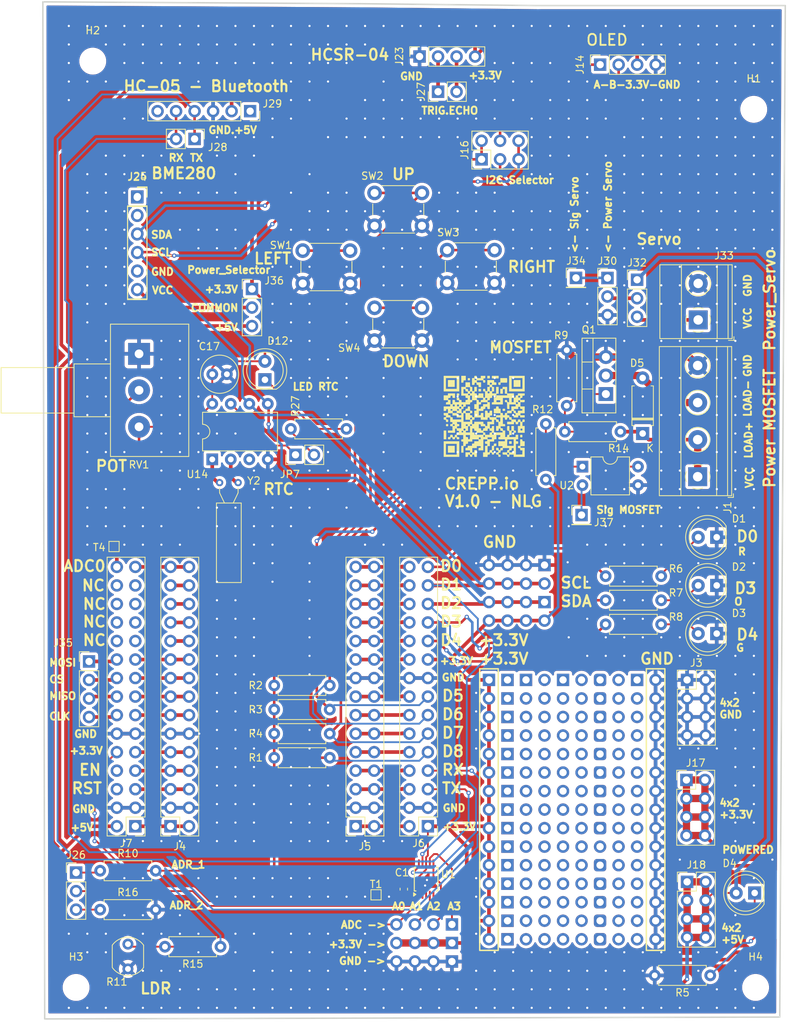
<source format=kicad_pcb>
(kicad_pcb (version 20240108) (generator "pcbnew") (generator_version "8.0")
  (layers (0 "F.Cu" signal) (31 "B.Cu" signal) (34 "B.Paste" user) (35 "F.Paste" user) (36 "B.SilkS" user "B.Silkscreen") (37 "F.SilkS" user "F.Silkscreen") (38 "B.Mask" user) (39 "F.Mask" user) (44 "Edge.Cuts" user))
  (net 0 "")
  (net 1 "Net-(D1-A)")
  (net 2 "Net-(D2-A)")
  (net 3 "/LED/RED_LED")
  (net 4 "Net-(D3-A)")
  (net 5 "/LED/ORANGE_LED")
  (net 6 "/LED/GREEN")
  (net 7 "/OLED/A")
  (net 8 "/OLED/B")
  (net 9 "/IO_Extender/A1")
  (net 10 "/IO_Extender/SDA")
  (net 11 "/LDR")
  (net 12 "/IO_Extender/A2")
  (net 13 "/IO_Extender/SCL")
  (net 14 "/IO_Extender/A3")
  (net 15 "Net-(U1-ALERT{slash}RDY)")
  (net 26 "/MCU/CS")
  (net 27 "+3.3V")
  (net 28 "Net-(D12-K)")
  (net 29 "Net-(JP7-A)")
  (net 30 "Net-(JP7-B)")
  (net 31 "Net-(U14-X2)")
  (net 32 "Net-(U14-X1)")
  (net 33 "+5V")
  (net 34 "Net-(D5-A)")
  (net 35 "Net-(D5-K)")
  (net 36 "Net-(Q1-G)")
  (net 37 "/MCU/Pin_20")
  (net 38 "/MCU/Pin_24")
  (net 39 "/MCU/Pin_6")
  (net 40 "/MCU/Pin_26")
  (net 41 "/MCU/Pin_28")
  (net 42 "/MCU/Pin_30")
  (net 43 "/MCU/Pin_12")
  (net 44 "/MCU/Pin_10")
  (net 45 "/MCU/Pin_14")
  (net 46 "/MCU/Pin_16")
  (net 47 "/MCU/Pin_8")
  (net 48 "/MCU/Pin_22")
  (net 49 "/MCU/Pin_19")
  (net 50 "/MCU/Pin_29")
  (net 51 "/MCU/Pin_9")
  (net 52 "/MCU/Pin_25")
  (net 53 "/MCU/Pin_13")
  (net 54 "/MCU/Pin_5")
  (net 55 "/MCU/Pin_23")
  (net 56 "/MCU/Pin_15")
  (net 57 "/MCU/Pin_1")
  (net 58 "/MCU/Pin_17")
  (net 59 "/MCU/Pin_27")
  (net 60 "/MCU/Pin_21")
  (net 61 "/MCU/Pin_7")
  (net 62 "/POT")
  (net 157 "GND")
  (net 163 "Net-(R12-Pad2)")
  (net 170 "Net-(J26-Pin_1)")
  (net 171 "Net-(J26-Pin_3)")
  (net 172 "Net-(J26-Pin_2)")
  (net 175 "/MCU/Pin_2")
  (net 176 "/MCU/GPIO12_D6")
  (net 177 "/MCU/GPIO14_D5")
  (net 178 "/MCU/GPIO13_D7_RX2")
  (net 179 "/MCU/GPIO15_D8_TX2")
  (net 180 "/MCU/CLK")
  (net 183 "/MCU/EN")
  (net 184 "/MCU/MOSI")
  (net 185 "/MCU/RESET")
  (net 186 "/MCU/MISO")
  (net 187 "Net-(D4-K)")
  (net 188 "Net-(J23-Pin_2)")
  (net 189 "/Bluetooth/TX")
  (net 190 "/Bluetooth/RX")
  (net 194 "Net-(J30-Pin_2)")
  (net 195 "Net-(J30-Pin_1)")
  (net 196 "/Power/Ext_Servo")
  (net 197 "Net-(J23-Pin_3)")
  (net 213 "/Sensors/VCC_Sensor")
  (net 214 "Net-(J37-Pin_1)")
  (footprint "Resistor_THT:R_Axial_DIN0207_L6.3mm_D2.5mm_P7.62mm_Horizontal" (layer "F.Cu") (at 121.9708 113.1824)
    (property "Reference" "R7")
    (property "Value" "270")
  )
  (footprint "Connector_PinSocket_2.54mm:PinSocket_1x06_P2.54mm_Vertical" (layer "F.Cu") (at 57.7338 57.8354)
    (property "Reference" "J25")
    (property "Value" "BME")
  )
  (footprint "Potentiometer_THT:Potentiometer_Alps_RK163_Single_Horizontal" (layer "F.Cu") (at 57.9628 79.4004)
    (property "Reference" "RV1")
    (property "Value" "R_Potentiometer")
  )
  (footprint "Connector_PinHeader_2.54mm:PinHeader_1x04_P2.54mm_Vertical" (layer "F.Cu") (at 100.8888 162.7124 -90)
    (property "Reference" "J20" (hide yes))
    (property "Value" "GND_Analog" (hide yes))
  )
  (footprint "Connector_PinHeader_2.54mm:PinHeader_1x03_P2.54mm_Vertical" (layer "F.Cu") (at 122.2248 69.0014)
    (property "Reference" "J30")
    (property "Value" "Servo")
  )
  (footprint "Connector_PinHeader_2.54mm:PinHeader_2x04_P2.54mm_Vertical" (layer "F.Cu") (at 113.5888 108.3564 -90)
    (property "Reference" "J13" (hide yes))
    (property "Value" "Conn_02x04_Odd_Even" (hide yes))
  )
  (footprint "LED_THT:LED_D5.0mm" (layer "F.Cu") (at 137.2108 117.7544 180)
    (property "Reference" "D3")
    (property "Value" "LED")
  )
  (footprint "Button_Switch_THT:SW_PUSH_6mm" (layer "F.Cu") (at 90.2728 73.0864)
    (property "Reference" "SW4")
    (property "Value" "SW_Down")
  )
  (footprint "Connector_PinSocket_2.54mm:PinSocket_2x15_P2.54mm_Vertical" (layer "F.Cu") (at 62.2808 144.1704 180)
    (property "Reference" "J4")
    (property "Value" "Right_Connector")
  )
  (footprint "Connector_PinHeader_2.54mm:PinHeader_2x04_P2.54mm_Vertical" (layer "F.Cu") (at 113.5888 113.4364 -90)
    (property "Reference" "J15" (hide yes))
    (property "Value" "Conn_02x04_Odd_Even" (hide yes))
  )
  (footprint "Resistor_THT:R_Axial_DIN0207_L6.3mm_D2.5mm_P7.62mm_Horizontal" (layer "F.Cu") (at 86.4108 89.6874 180)
    (property "Reference" "R27")
    (property "Value" "270")
  )
  (footprint "Connector_PinHeader_2.54mm:PinHeader_1x04_P2.54mm_Vertical" (layer "F.Cu") (at 100.8888 157.6324 -90)
    (property "Reference" "J19" (hide yes))
    (property "Value" "Analog_Inputs" (hide yes))
  )
  (footprint "Connector_PinHeader_2.54mm:PinHeader_2x03_P2.54mm_Vertical" (layer "F.Cu") (at 104.9528 52.7304 90)
    (property "Reference" "J16")
    (property "Value" "I2C_Selector")
  )
  (footprint "Connector_PinHeader_2.54mm:PinHeader_2x15_P2.54mm_Vertical" (layer "F.Cu") (at 97.5868 144.1704 180)
    (property "Reference" "J6")
    (property "Value" "Right_Connector" (hide yes))
  )
  (footprint "MountingHole:MountingHole_3.2mm_M3" (layer "F.Cu") (at 142.2908 45.8724)
    (property "Reference" "H1")
    (property "Value" "MountingHole")
  )
  (footprint "Connector_PinHeader_2.54mm:PinHeader_2x15_P2.54mm_Vertical" (layer "F.Cu") (at 57.4548 144.1704 180)
    (property "Reference" "J7")
    (property "Value" "Left_Connector" (hide yes))
  )
  (footprint "MountingHole:MountingHole_3.2mm_M3" (layer "F.Cu") (at 142.5448 166.2684)
    (property "Reference" "H4")
    (property "Value" "MountingHole")
  )
  (footprint "MountingHole:MountingHole_3.2mm_M3" (layer "F.Cu") (at 51.6128 39.2684)
    (property "Reference" "H2")
    (property "Value" "MountingHole")
  )
  (footprint "Connector_PinHeader_2.54mm:PinHeader_1x02_P2.54mm_Vertical" (layer "F.Cu") (at 79.4258 93.2434 90)
    (property "Reference" "JP7")
    (property "Value" "Jumper")
  )
  (footprint "TerminalBlock_Phoenix:TerminalBlock_Phoenix_MKDS-1,5-2_1x02_P5.00mm_Horizontal" (layer "F.Cu") (at 134.6708 74.7484 90)
    (property "Reference" "J33")
    (property "Value" "Screw_Terminal_01x02")
  )
  (footprint "Button_Switch_THT:SW_PUSH_6mm" (layer "F.Cu") (at 90.2728 57.3384)
    (property "Reference" "SW2")
    (property "Value" "SW_Up")
  )
  (footprint "Resistor_THT:R_Axial_DIN0207_L6.3mm_D2.5mm_P7.62mm_Horizontal" (layer "F.Cu") (at 76.5048 134.7724)
    (property "Reference" "R1")
    (property "Value" "10k")
  )
  (footprint "Connector_PinSocket_2.54mm:PinSocket_1x04_P2.54mm_Vertical" (layer "F.Cu") (at 96.4438 38.6334 90)
    (property "Reference" "J23")
    (property "Value" "HC-SR")
  )
  (footprint "TestPoint:TestPoint_Pad_1.0x1.0mm" (layer "F.Cu") (at 90.4748 153.5684)
    (property "Reference" "T1")
    (property "Value" "TestPoint")
  )
  (footprint "LED_THT:LED_D5.0mm" (layer "F.Cu") (at 137.2108 104.5464 180)
    (property "Reference" "D1")
    (property "Value" "LED")
  )
  (footprint "Connector_PinHeader_2.54mm:PinHeader_1x04_P2.54mm_Vertical" (layer "F.Cu") (at 100.8888 160.1724 -90)
    (property "Reference" "J21" (hide yes))
    (property "Value" "+3.3V_Analog" (hide yes))
  )
  (footprint "Package_DIP:DIP-4_W7.62mm" (layer "F.Cu") (at 118.7908 94.8624)
    (property "Reference" "U2")
    (property "Value" "PC817")
  )
  (footprint "Connector_PinHeader_2.54mm:PinHeader_1x04_P2.54mm_Vertical" (layer "F.Cu") (at 51.1048 121.5744)
    (property "Reference" "J35")
    (property "Value" "SPI_Connector")
  )
  (footprint "Connector_PinHeader_2.54mm:PinHeader_2x15_P2.54mm_Vertical" (layer "F.Cu") (at 105.9688 124.1044)
    (property "Reference" "J12" (hide yes))
    (property "Value" "Right_Connector" (hide yes))
  )
  (footprint "Connector_PinSocket_2.54mm:PinSocket_2x15_P2.54mm_Vertical" (layer "F.Cu") (at 87.6808 144.1704 180)
    (property "Reference" "J5")
    (property "Value" "Right_Connector")
  )
  (footprint "Button_Switch_THT:SW_PUSH_6mm" (layer "F.Cu") (at 100.2308 65.1764)
    (property "Reference" "SW3")
    (property "Value" "SW_Right")
  )
  (footprint "LED_THT:LED_D5.0mm" (layer "F.Cu") (at 75.2348 82.9564 90)
    (property "Reference" "D12")
    (property "Value" "LED")
  )
  (footprint "Diode_THT:D_A-405_P7.62mm_Horizontal" (layer "F.Cu") (at 127.0508 90.3224 90)
    (property "Reference" "D5")
    (property "Value" "D")
  )
  (footprint "Resistor_THT:R_Axial_DIN0207_L6.3mm_D2.5mm_P7.62mm_Horizontal" (layer "F.Cu") (at 76.5048 124.8664)
    (property "Reference" "R2")
    (property "Value" "10k")
  )
  (footprint "Connector_PinHeader_2.54mm:PinHeader_2x15_P2.54mm_Vertical" (layer "F.Cu") (at 126.2888 124.1044)
    (property "Reference" "J8" (hide yes))
    (property "Value" "Right_Connector" (hide yes))
  )
  (footprint "Connector_PinHeader_2.54mm:PinHeader_2x04_P2.54mm_Vertical" (layer "F.Cu") (at 133.0588 137.8204)
    (property "Reference" "J17")
    (property "Value" "Conn_02x04_Odd_Even")
  )
  (footprint "Connector_PinHeader_2.54mm:PinHeader_2x04_P2.54mm_Vertical" (layer "F.Cu") (at 133.1468 124.1044)
    (property "Reference" "J3")
    (property "Value" "Conn_02x04_Odd_Even")
  )
  (footprint "Package_SO:TSSOP-10_3x3mm_P0.5mm" (layer "F.Cu") (at 97.3488 151.4184 90)
    (property "Reference" "U1")
    (property "Value" "ADS1115IDGS")
  )
  (footprint "Connector_PinSocket_2.54mm:PinSocket_1x06_P2.54mm_Vertical" (layer "F.Cu") (at 73.2028 46.1264 -90)
    (property "Reference" "J29")
    (property "Value" "Conn_01x06_Socket")
  )
  (footprint "Connector_PinHeader_2.54mm:PinHeader_2x15_P2.54mm_Vertical" (layer "F.Cu") (at 111.0488 124.1044)
    (property "Reference" "J9" (hide yes))
    (property "Value" "Right_Connector" (hide yes))
  )
  (footprint "LED_THT:LED_D5.0mm" (layer "F.Cu") (at 142.4178 153.3144 180)
    (property "Reference" "D4")
    (property "Value" "LED")
  )
  (footprint "Connector_PinHeader_2.54mm:PinHeader_1x03_P2.54mm_Vertical" (layer "F.Cu") (at 73.4568 70.5104)
    (property "Reference" "J36")
    (property "Value" "Power_Selector")
  )
  (footprint "Resistor_THT:R_Axial_DIN0207_L6.3mm_D2.5mm_P7.62mm_Horizontal" (layer "F.Cu") (at 76.5048 128.1684)
    (property "Reference" "R3")
    (property "Value" "10k")
  )
  (footprint "Resistor_THT:R_Axial_DIN0207_L6.3mm_D2.5mm_P7.62mm_Horizontal" (layer "F.Cu") (at 136.3218 164.6174 180)
    (property "Reference" "R5")
    (property "Value" "270")
  )
  (footprint "Connector_PinSocket_2.54mm:PinSocket_1x06_P2.54mm_Vertical" (layer "F.Cu") (at 57.7088 57.9374)
    (property "Reference" "J24")
    (property "Value" "BME_VIRTUAL")
  )
  (footprint "Connector_PinHeader_2.54mm:PinHeader_1x03_P2.54mm_Vertical" (layer "F.Cu") (at 49.3268 150.5204)
    (property "Reference" "J26")
    (property "Value" "Addr_Selector")
  )
  (footprint "Connector_PinHeader_2.54mm:PinHeader_1x01_P2.54mm_Vertical" (layer "F.Cu") (at 118.6688 101.4984)
    (property "Reference" "J37")
    (property "Value" "Sig_MOSFET")
  )
  (footprint "Resistor_THT:R_Axial_DIN0207_L6.3mm_D2.5mm_P7.62mm_Horizontal" (layer "F.Cu") (at 52.6288 155.6004)
    (property "Reference" "R16")
    (property "Value" "10k")
  )
  (footprint "Resistor_THT:R_Axial_DIN0207_L6.3mm_D2.5mm_P7.62mm_Horizontal" (layer "F.Cu") (at 69.1388 160.6804 180)
    (property "Reference" "R15")
    (property "Value" "10k")
  )
  (footprint "Connector_PinHeader_2.54mm:PinHeader_2x15_P2.54mm_Vertical" (layer "F.Cu") (at 121.2088 124.1044)
    (property "Reference" "J11" (hide yes))
    (property "Value" "Right_Connector" (hide yes))
  )
  (footprint "Resistor_THT:R_Axial_DIN0207_L6.3mm_D2.5mm_P7.62mm_Horizontal" (layer "F.Cu") (at 113.7708 96.6324 90)
    (property "Reference" "R12")
    (property "Value" "270")
  )
  (footprint "MountingHole:MountingHole_3.2mm_M3" (layer "F.Cu") (at 49.3268 166.2684)
    (property "Reference" "H3")
    (property "Value" "MountingHole")
  )
  (footprint "TerminalBlock_Phoenix:TerminalBlock_Phoenix_MKDS-1,5-4-5.08_1x04_P5.08mm_Horizontal" (layer "F.Cu") (at 134.6008 96.2424 90)
    (property "Reference" "J1")
    (property "Value" "Screw_Terminal_01x04")
  )
  (footprint "Capacitor_THT:C_Radial_D5.0mm_H11.0mm_P2.00mm" (layer "F.Cu") (at 70.0118 82.1944 180)
    (property "Reference" "C17")
    (property "Value" "100nF")
  )
  (footprint "Connector_PinHeader_2.54mm:PinHeader_1x03_P2.54mm_Vertical" (layer "F.Cu") (at 126.2888 69.2404)
    (property "Reference" "J32")
    (property "Value" "Power_Servo_Selector")
  )
  (footprint "Resistor_THT:R_Axial_DIN0207_L6.3mm_D2.5mm_P7.62mm_Horizontal" (layer "F.Cu") (at 121.9708 109.8804)
    (property "Reference" "R6")
    (property "Value" "270")
  )
  (footprint "Resistor_THT:R_Axial_DIN0207_L6.3mm_D2.5mm_P7.62mm_Horizontal" (layer "F.Cu") (at 121.9708 116.4844)
    (property "Reference" "R8")
    (property "Value" "270")
  )
  (footprint "Connector_PinHeader_2.54mm:PinHeader_2x15_P2.54mm_Vertical" (layer "F.Cu") (at 116.1288 124.1044)
    (property "Reference" "J10" (hide yes))
    (property "Value" "Right_Connector" (hide yes))
  )
  (footprint "Connector_PinHeader_2.54mm:PinHeader_1x02_P2.54mm_Vertical" (layer "F.Cu") (at 98.9838 43.4594 90)
    (property "Reference" "J27")
    (property "Value" "SIG_HCSR04")
  )
  (footprint "Crystal:Crystal_AT310_D3.0mm_L10.0mm_Horizontal" (layer "F.Cu") (at 69.0118 97.0534)
    (property "Reference" "Y2")
    (property "Value" "16MHz")
  )
  (footprint "Package_TO_SOT_THT:TO-220-3_Vertical" (layer "F.Cu") (at 122.0008 84.9124 90)
    (property "Reference" "Q1")
    (property "Value" "IRF520")
  )
  (footprint "Button_Switch_THT:SW_PUSH_6mm" (layer "F.Cu") (at 80.4188 65.2484)
    (property "Reference" "SW1")
    (property "Value" "SW_Left")
  )
  (footprint "LOGO" (layer "F.Cu") (at 105.3338 88.0364)
    (property "Reference" "G***" (hide yes))
    (property "Value" "LOGO" (hide yes))
  )
  (footprint "Connector_PinHeader_2.54mm:PinHeader_2x04_P2.54mm_Vertical" (layer "F.Cu") (at 133.1468 151.7904)
    (property "Reference" "J18")
    (property "Value" "Conn_02x04_Odd_Even")
  )
  (footprint "Capacitor_SMD:C_0603_1608Metric" (layer "F.Cu") (at 94.2848 152.7934 -90)
    (property "Reference" "C1")
    (property "Value" "100nF")
  )
  (footprint "Connector_PinSocket_2.54mm:PinSocket_1x04_P2.54mm_Vertical" (layer "F.Cu") (at 121.2188 39.7514 90)
    (property "Reference" "J14")
    (property "Value" "OLED_SOCKET")
  )
  (footprint "Connector_PinHeader_2.54mm:PinHeader_1x02_P2.54mm_Vertical" (layer "F.Cu") (at 65.5828 49.9364 -90)
    (property "Reference" "J28")
    (property "Value" "SIG_HC-05")
  )
  (footprint "OptoDevice:R_LDR_5.1x4.3mm_P3.4mm_Vertical" (layer "F.Cu") (at 56.4388 160.3284 -90)
    (property "Reference" "R11")
    (property "Value" "${REFERENCE}")
  )
  (footprint "Connector_PinHeader_2.54mm:PinHeader_1x01_P2.54mm_Vertical" (layer "F.Cu") (at 117.9068 68.9864)
    (property "Reference" "J34")
    (property "Value" "Sig_Servo")
  )
  (footprint "Resistor_THT:R_Axial_DIN0207_L6.3mm_D2.5mm_P7.62mm_Horizontal" (layer "F.Cu") (at 76.5048 131.4704)
    (property "Reference" "R4")
    (property "Value" "10k")
  )
  (footprint "LED_THT:LED_D5.0mm" (layer "F.Cu") (at 137.2108 111.1504 180)
    (property "Reference" "D2")
    (property "Value" "LED")
  )
  (footprint "Resistor_THT:R_Axial_DIN0207_L6.3mm_D2.5mm_P7.62mm_Horizontal" (layer "F.Cu") (at 116.6368 86.5124 90)
    (property "Reference" "R9")
    (property "Value" "10k")
  )
  (footprint "Resistor_THT:R_Axial_DIN0207_L6.3mm_D2.5mm_P7.62mm_Horizontal" (layer "F.Cu") (at 124.0028 90.0684 180)
    (property "Reference" "R14")
    (property "Value" "1k")
  )
  (footprint "Resistor_THT:R_Axial_DIN0207_L6.3mm_D2.5mm_P7.62mm_Horizontal" (layer "F.Cu") (at 52.6288 150.2664)
    (property "Reference" "R10")
    (property "Value" "10k")
  )
  (footprint "TestPoint:TestPoint_Pad_1.0x1.0mm" (layer "F.Cu") (at 54.5338 105.8164)
    (property "Reference" "T4")
    (property "Value" "TestPoint")
  )
  (footprint "Package_DIP:DIP-8_W7.62mm" (layer "F.Cu") (at 68.0058 93.8684 90)
    (property "Reference" "U14")
    (property "Value" "DS1307+")
  )
  (gr_rect (start 127.5588 122.5804) (end 130.0988 161.1884) (stroke (width 0.2)) (fill none) (layer "F.SilkS"))
  (gr_rect (start 104.6988 122.5804) (end 107.2388 161.1884) (stroke (width 0.2)) (fill none) (layer "F.SilkS"))
  (gr_poly (pts (xy 146.619406 31.647411) (xy 112.583406 31.647411) (xy 112.329406 31.647411) (xy 88.199406 31.393411) (xy 44.765406 31.139411) (xy 45.019406 170.585411) (xy 145.857406 170.331411)) (stroke (width 0.2)) (fill none) (layer "Edge.Cuts"))
  (gr_text "CREPP.io\nV1.0 - NLG\n" (at 99.7458 100.4824 0) (layer "F.SilkS") (effects (font (size 1.5 1.5) (thickness 0.3) (bold yes)) (justify left bottom)))
  (gr_text "D8" (at 99.3648 134.7724 0) (layer "F.SilkS") (effects (font (size 1.5 1.5) (thickness 0.3) (bold yes)) (justify left bottom)))
  (gr_text "COMMON" (at 64.9478 73.6854 0) (layer "F.SilkS") (effects (font (size 1 1) (thickness 0.25) (bold yes)) (justify left bottom)))
  (gr_text "+3.3V" (at 66.8528 71.1454 0) (layer "F.SilkS") (effects (font (size 1 1) (thickness 0.25) (bold yes)) (justify left bottom)))
  (gr_text "GND" (at 142.0368 82.7024 90) (layer "F.SilkS") (effects (font (size 1 1) (thickness 0.25) (bold yes)) (justify left bottom)))
  (gr_text "GND.+5V" (at 67.3608 49.3014 0) (layer "F.SilkS") (effects (font (size 1 1) (thickness 0.25) (bold yes)) (justify left bottom)))
  (gr_text "CLK" (at 45.5168 129.6924 0) (layer "F.SilkS") (effects (font (size 1 1) (thickness 0.25) (bold yes)) (justify left bottom)))
  (gr_text "POWERED" (at 137.8458 147.9804 0) (layer "F.SilkS") (effects (font (size 1 1) (thickness 0.25) (bold yes)) (justify left bottom)))
  (gr_text "Sig MOSFET" (at 120.5738 101.3714 0) (layer "F.SilkS") (effects (font (size 1 1) (thickness 0.25) (bold yes)) (justify left bottom)))
  (gr_text "+3.3V" (at 104.4448 119.5324 0) (layer "F.SilkS") (effects (font (size 1.5 1.5) (thickness 0.3) (bold yes)) (justify left bottom)))
  (gr_text "TRIG.ECHO" (at 96.5708 46.6344 0) (layer "F.SilkS") (effects (font (size 1 1) (thickness 0.25) (bold yes)) (justify left bottom)))
  (gr_text "NC" (at 50.0888 114.5794 0) (layer "F.SilkS") (effects (font (size 1.5 1.5) (thickness 0.3) (bold yes)) (justify left bottom)))
  (gr_text "Servo" (at 126.0348 64.5414 0) (layer "F.SilkS") (effects (font (size 1.5 1.5) (thickness 0.3) (bold yes)) (justify left bottom)))
  (gr_text "D7" (at 99.3648 132.2324 0) (layer "F.SilkS") (effects (font (size 1.5 1.5) (thickness 0.3) (bold yes)) (justify left bottom)))
  (gr_text "HC-05 - Bluetooth" (at 55.6768 43.5864 0) (layer "F.SilkS") (effects (font (size 1.5 1.5) (thickness 0.3) (bold yes)) (justify left bottom)))
  (gr_text "GND" (at 48.6918 142.3924 0) (layer "F.SilkS") (effects (font (size 1 1) (thickness 0.25) (bold yes)) (justify left bottom)))
  (gr_text "+3.3V" (at 99.4918 144.8054 0) (layer "F.SilkS") (effects (font (size 1 1) (thickness 0.25) (bold yes)) (justify left bottom)))
  (gr_text "NC" (at 49.9618 112.0394 0) (layer "F.SilkS") (effects (font (size 1.5 1.5) (thickness 0.3) (bold yes)) (justify left bottom)))
  (gr_text "RST" (at 48.5648 139.8524 0) (layer "F.SilkS") (effects (font (size 1.5 1.5) (thickness 0.3) (bold yes)) (justify left bottom)))
  (gr_text "ADR_1" (at 62.2808 150.0124 0) (layer "F.SilkS") (effects (font (size 1 1) (thickness 0.25) (bold yes)) (justify left bottom)))
  (gr_text "GND" (at 93.6498 41.9354 0) (layer "F.SilkS") (effects (font (size 1 1) (thickness 0.25) (bold yes)) (justify left bottom)))
  (gr_text "ADC0" (at 47.4218 109.3724 0) (layer "F.SilkS") (effects (font (size 1.5 1.5) (thickness 0.3) (bold yes)) (justify left bottom)))
  (gr_text "R" (at 140.0048 107.0864 0) (layer "F.SilkS") (effects (font (size 1 1) (thickness 0.25) (bold yes)) (justify left bottom)))
  (gr_text "A-B-3.3V-GND" (at 120.1928 43.0784 0) (layer "F.SilkS") (effects (font (size 1 1) (thickness 0.25) (bold yes)) (justify left bottom)))
  (gr_text "D3" (at 139.4968 112.4204 0) (layer "F.SilkS") (effects (font (size 1.5 1.5) (thickness 0.3) (bold yes)) (justify left bottom)))
  (gr_text "GND" (at 99.3648 124.3584 0) (layer "F.SilkS") (effects (font (size 1 1) (thickness 0.25) (bold yes)) (justify left bottom)))
  (gr_text "+3.3V" (at 103.0478 41.8084 0) (layer "F.SilkS") (effects (font (size 1 1) (thickness 0.25) (bold yes)) (justify left bottom)))
  (gr_text "GND" (at 99.4918 142.2654 0) (layer "F.SilkS") (effects (font (size 1 1) (thickness 0.25) (bold yes)) (justify left bottom)))
  (gr_text "MOSI" (at 45.5168 122.3264 0) (layer "F.SilkS") (effects (font (size 1 1) (thickness 0.25) (bold yes)) (justify left bottom)))
  (gr_text "CS" (at 45.5168 124.6124 0) (layer "F.SilkS") (effects (font (size 1 1) (thickness 0.25) (bold yes)) (justify left bottom)))
  (gr_text "4x2\nGND" (at 137.4648 129.4384 0) (layer "F.SilkS") (effects (font (size 1 1) (thickness 0.25) (bold yes)) (justify left bottom)))
  (gr_text "RTC" (at 74.8538 98.8314 0) (layer "F.SilkS") (effects (font (size 1.5 1.5) (thickness 0.3) (bold yes)) (justify left bottom)))
  (gr_text "4x2\n+5V" (at 137.7188 160.2994 0) (layer "F.SilkS") (effects (font (size 1 1) (thickness 0.25) (bold yes)) (justify left bottom)))
  (gr_text "ADR_2" (at 62.0268 155.6004 0) (layer "F.SilkS") (effects (font (size 1 1) (thickness 0.25) (bold yes)) (justify left bottom)))
  (gr_text "A3" (at 100.1268 155.7274 0) (layer "F.SilkS") (effects (font (size 1 1) (thickness 0.25) (bold yes)) (justify left bottom)))
  (gr_text "NC" (at 50.0888 116.9924 0) (layer "F.SilkS") (effects (font (size 1.5 1.5) (thickness 0.3) (bold yes)) (justify left bottom)))
  (gr_text "TX" (at 99.3648 139.8524 0) (layer "F.SilkS") (effects (font (size 1.5 1.5) (thickness 0.3) (bold yes)) (justify left bottom)))
  (gr_text "HCSR-04" (at 81.3308 39.2684 0) (layer "F.SilkS") (effects (font (size 1.5 1.5) (thickness 0.3) (bold yes)) (justify left bottom)))
  (gr_text "<- Power Servo" (at 122.8598 65.6844 90) (layer "F.SilkS") (effects (font (size 1 1) (thickness 0.25) (bold yes)) (justify left bottom)))
  (gr_text "D2" (at 99.1108 114.4524 0) (layer "F.SilkS") (effects (font (size 1.5 1.5) (thickness 0.3) (bold yes)) (justify left bottom)))
  (gr_text "D6" (at 99.3648 129.6924 0) (layer "F.SilkS") (effects (font (size 1.5 1.5) (thickness 0.3) (bold yes)) (justify left bottom)))
  (gr_text "GND ->" (at 85.2678 163.2204 0) (layer "F.SilkS") (effects (font (size 1 1) (thickness 0.25) (bold yes)) (justify left bottom)))
  (gr_text "D0" (at 139.7508 105.3084 0) (layer "F.SilkS") (effects (font (size 1.5 1.5) (thickness 0.3) (bold yes)) (justify left bottom)))
  (gr_text "RIGHT" (at 108.3818 68.3514 0) (layer "F.SilkS") (effects (font (size 1.5 1.5) (thickness 0.3) (bold yes)) (justify left bottom)))
  (gr_text "TX\n" (at 64.8208 53.1114 0) (layer "F.SilkS") (effects (font (size 1 1) (thickness 0.25) (bold yes)) (justify left bottom)))
  (gr_text "I2C Selector" (at 105.3338 56.1594 0) (layer "F.SilkS") (effects (font (size 1 1) (thickness 0.25) (bold yes)) (justify left bottom)))
  (gr_text "D4" (at 99.1108 119.5324 0) (layer "F.SilkS") (effects (font (size 1.5 1.5) (thickness 0.3) (bold yes)) (justify left bottom)))
  (gr_text "MISO" (at 45.5168 126.8984 0) (layer "F.SilkS") (effects (font (size 1 1) (thickness 0.25) (bold yes)) (justify left bottom)))
  (gr_text "SDA" (at 115.6208 114.1984 0) (layer "F.SilkS") (effects (font (size 1.5 1.5) (thickness 0.3) (bold yes)) (justify left bottom)))
  (gr_text "LDR" (at 57.9628 167.2844 0) (layer "F.SilkS") (effects (font (size 1.5 1.5) (thickness 0.3) (bold yes)) (justify left bottom)))
  (gr_text "A1" (at 94.9198 155.7274 0) (layer "F.SilkS") (effects (font (size 1 1) (thickness 0.25) (bold yes)) (justify left bottom)))
  (gr_text "POT" (at 51.8668 95.6564 0) (layer "F.SilkS") (effects (font (size 1.5 1.5) (thickness 0.3) (bold yes)) (justify left bottom)))
  (gr_text "<- Sig Servo" (at 118.2878 65.6844 90) (layer "F.SilkS") (effects (font (size 1 1) (thickness 0.25) (bold yes)) (justify left bottom)))
  (gr_text "SCL" (at 59.4868 66.0654 0) (layer "F.SilkS") (effects (font (size 1 1) (thickness 0.25) (bold yes)) (justify left bottom)))
  (gr_text "DOWN" (at 91.2368 81.3054 0) (layer "F.SilkS") (effects (font (size 1.5 1.5) (thickness 0.3) (bold yes)) (justify left bottom)))
  (gr_text "A0" (at 92.5068 155.7274 0) (layer "F.SilkS") (effects (font (size 1 1) (thickness 0.25) (bold yes)) (justify left bottom)))
  (gr_text "GND" (at 59.4868 68.7324 0) (layer "F.SilkS") (effects (font (size 1 1) (thickness 0.25) (bold yes)) (justify left bottom)))
  (gr_text "D5" (at 99.3648 127.1524 0) (layer "F.SilkS") (effects (font (size 1.5 1.5) (thickness 0.3) (bold yes)) (justify left bottom)))
  (gr_text "LED RTC" (at 78.9178 84.4804 0) (layer "F.SilkS") (effects (font (size 1 1) (thickness 0.25) (bold yes)) (justify left bottom)))
  (gr_text "+3.3V ->" (at 83.8708 160.9344 0) (layer "F.SilkS") (effects (font (size 1 1) (thickness 0.25) (bold yes)) (justify left bottom)))
  (gr_text "O" (at 139.4968 113.9444 0) (layer "F.SilkS") (effects (font (size 1 1) (thickness 0.25) (bold yes)) (justify left bottom)))
  (gr_text "LEFT" (at 73.5838 67.2084 0) (layer "F.SilkS") (effects (font (size 1.5 1.5) (thickness 0.3) (bold yes)) (justify left bottom)))
  (gr_text "A2" (at 97.3328 155.7274 0) (layer "F.SilkS") (effects (font (size 1 1) (thickness 0.25) (bold yes)) (justify left bottom)))
  (gr_text "UP" (at 92.5068 55.6514 0) (layer "F.SilkS") (effects (font (size 1.5 1.5) (thickness 0.3) (bold yes)) (justify left bottom)))
  (gr_text "GND" (at 104.9528 106.0704 0) (layer "F.SilkS") (effects (font (size 1.5 1.5) (thickness 0.3) (bold yes)) (justify left bottom)))
  (gr_text "D4" (at 139.7508 118.7704 0) (layer "F.SilkS") (effects (font (size 1.5 1.5) (thickness 0.3) (bold yes)) (justify left bottom)))
  (gr_text "+5V" (at 68.2498 76.3524 0) (layer "F.SilkS") (effects (font (size 1 1) (thickness 0.25) (bold yes)) (justify left bottom)))
  (gr_text "4x2\n+3.3V" (at 137.4648 143.1544 0) (layer "F.SilkS") (effects (font (size 1 1) (thickness 0.25) (bold yes)) (justify left bottom)))
  (gr_text "VCC" (at 59.6138 71.2724 0) (layer "F.SilkS") (effects (font (size 1 1) (thickness 0.25) (bold yes)) (justify left bottom)))
  (gr_text "G" (at 139.7508 120.2944 0) (layer "F.SilkS") (effects (font (size 1 1) (thickness 0.25) (bold yes)) (justify left bottom)))
  (gr_text "GND" (at 126.5428 122.0724 0) (layer "F.SilkS") (effects (font (size 1.5 1.5) (thickness 0.3) (bold yes)) (justify left bottom)))
  (gr_text "D1" (at 99.1108 111.9124 0) (layer "F.SilkS") (effects (font (size 1.5 1.5) (thickness 0.3) (bold yes)) (justify left bottom)))
  (gr_text "D0" (at 99.1108 109.3724 0) (layer "F.SilkS") (effects (font (size 1.5 1.5) (thickness 0.3) (bold yes)) (justify left bottom)))
  (gr_text "VCC" (at 142.2908 97.9424 90) (layer "F.SilkS") (effects (font (size 1 1) (thickness 0.25) (bold yes)) (justify left bottom)))
  (gr_text "OLED" (at 119.1768 37.2364 0) (layer "F.SilkS") (effects (font (size 1.5 1.5) (thickness 0.25) (bold yes)) (justify left bottom)))
  (gr_text "LOAD-" (at 142.0368 88.1634 90) (layer "F.SilkS") (effects (font (size 1 1) (thickness 0.25) (bold yes)) (justify left bottom)))
  (gr_text "+3.3V" (at 104.4448 122.0724 0) (layer "F.SilkS") (effects (font (size 1.5 1.5) (thickness 0.3) (bold yes)) (justify left bottom)))
  (gr_text "+3.3V" (at 99.1108 122.0724 0) (layer "F.SilkS") (effects (font (size 1 1) (thickness 0.25) (bold yes)) (justify left bottom)))
  (gr_text "VCC  GND" (at 142.0368 76.0984 90) (layer "F.SilkS") (effects (font (size 1 1) (thickness 0.25) (bold yes)) (justify left bottom)))
  (gr_text "RX" (at 61.8998 53.1114 0) (layer "F.SilkS") (effects (font (size 1 1) (thickness 0.25) (bold yes)) (justify left bottom)))
  (gr_text "EN" (at 49.5808 137.3124 0) (layer "F.SilkS") (effects (font (size 1.5 1.5) (thickness 0.3) (bold yes)) (justify left bottom)))
  (gr_text "Power_Servo" (at 145.3388 79.1464 90) (layer "F.SilkS") (effects (font (size 1.5 1.5) (thickness 0.3) (bold yes)) (justify left bottom)))
  (gr_text "D3" (at 99.1108 116.9924 0) (layer "F.SilkS") (effects (font (size 1.5 1.5) (thickness 0.3) (bold yes)) (justify left bottom)))
  (gr_text "MOSFET" (at 105.8418 79.4004 0) (layer "F.SilkS") (effects (font (size 1.5 1.5) (thickness 0.3) (bold yes)) (justify left bottom)))
  (gr_text "+5V" (at 48.4378 144.9324 0) (layer "F.SilkS") (effects (font (size 1 1) (thickness 0.25) (bold yes)) (justify left bottom)))
  (gr_text "SDA" (at 59.4868 63.6524 0) (layer "F.SilkS") (effects (font (size 1 1) (thickness 0.25) (bold yes)) (justify left bottom)))
  (gr_text "Power MOSFET" (at 145.3388 97.9424 90) (layer "F.SilkS") (effects (font (size 1.5 1.5) (thickness 0.3) (bold yes)) (justify left bottom)))
  (gr_text "GND" (at 48.9458 132.1054 0) (layer "F.SilkS") (effects (font (size 1 1) (thickness 0.25) (bold yes)) (justify left bottom)))
  (gr_text "BME280" (at 59.4868 55.5244 0) (layer "F.SilkS") (effects (font (size 1.5 1.5) (thickness 0.3) (bold yes)) (justify left bottom)))
  (gr_text "SCL" (at 115.6208 111.6584 0) (layer "F.SilkS") (effects (font (size 1.5 1.5) (thickness 0.3) (bold yes)) (justify left bottom)))
  (gr_text "NC" (at 50.0888 119.5324 0) (layer "F.SilkS") (effects (font (size 1.5 1.5) (thickness 0.3) (bold yes)) (justify left bottom)))
  (gr_text "Power_Selector" (at 64.4398 68.4784 0) (layer "F.SilkS") (effects (font (size 1 1) (thickness 0.25) (bold yes)) (justify left bottom)))
  (gr_text "ADC ->" (at 85.5218 158.2674 0) (layer "F.SilkS") (effects (font (size 1 1) (thickness 0.25) (bold yes)) (justify left bottom)))
  (gr_text "+3.3V" (at 48.3108 134.3914 0) (layer "F.SilkS") (effects (font (size 1 1) (thickness 0.25) (bold yes)) (justify left bottom)))
  (gr_text "LOAD+" (at 142.1638 93.8784 90) (layer "F.SilkS") (effects (font (size 1 1) (thickness 0.25) (bold yes)) (justify left bottom)))
  (gr_text "RX" (at 99.3648 137.3124 0) (layer "F.SilkS") (effects (font (size 1.5 1.5) (thickness 0.3) (bold yes)) (justify left bottom)))
  (segment (start 129.5908 109.6264) (end 129.5908 109.8804) (width 0.25) (layer "F.Cu") (net 1))
  (segment (start 134.6708 104.5464) (end 129.5908 109.6264) (width 0.25) (layer "F.Cu") (net 1))
  (segment (start 132.6388 113.1824) (end 134.6708 111.1504) (width 0.25) (layer "F.Cu") (net 2))
  (segment (start 129.5908 113.1824) (end 132.6388 113.1824) (width 0.25) (layer "F.Cu") (net 2))
  (segment (start 118.1608 106.0704) (end 121.9708 109.8804) (width 0.35) (layer "F.Cu") (net 3))
  (segment (start 101.9048 106.0704) (end 118.1608 106.0704) (width 0.35) (layer "F.Cu") (net 3))
  (segment (start 97.5868 108.6104) (end 99.3648 108.6104) (width 0.35) (layer "F.Cu") (net 3))
  (segment (start 99.3648 108.6104) (end 101.9048 106.0704) (width 0.35) (layer "F.Cu") (net 3))
  (segment (start 133.4008 116.4844) (end 134.6708 117.7544) (width 0.25) (layer "F.Cu") (net 4))
  (segment (start 129.5908 116.4844) (end 133.4008 116.4844) (width 0.25) (layer "F.Cu") (net 4))
  (segment (start 105.4608 119.0244) (end 114.3508 119.0244) (width 0.35) (layer "F.Cu") (net 5))
  (segment (start 114.3508 119.0244) (end 120.1928 113.1824) (width 0.35) (layer "F.Cu") (net 5))
  (segment (start 102.1588 116.2304) (end 102.9208 115.4684) (width 0.35) (layer "F.Cu") (net 5))
  (segment (start 120.1928 113.1824) (end 121.9708 113.1824) (width 0.35) (layer "F.Cu") (net 5))
  (segment (start 97.5868 116.2304) (end 102.1588 116.2304) (width 0.35) (layer "F.Cu") (net 5))
  (segment (start 104.6988 119.7864) (end 105.4608 119.0244) (width 0.35) (layer "F.Cu") (net 5))
  (via (at 102.9208 115.4684) (size 0.6) (drill 0.3) (layers "F.Cu" "B.Cu") (net 5))
  (via (at 104.6988 119.7864) (size 0.6) (drill 0.3) (layers "F.Cu" "B.Cu") (net 5))
  (segment (start 103.6828 116.2304) (end 102.9208 115.4684) (width 0.35) (layer "B.Cu") (net 5))
  (segment (start 103.6828 118.7704) (end 103.6828 116.2304) (width 0.35) (layer "B.Cu") (net 5))
  (segment (start 104.6988 119.7864) (end 103.6828 118.7704) (width 0.35) (layer "B.Cu") (net 5))
  (segment (start 118.6688 119.7864) (end 116.8908 119.7864) (width 0.35) (layer "F.Cu") (net 6))
  (segment (start 116.3828 120.2944) (end 106.7308 120.2944) (width 0.35) (layer "F.Cu") (net 6))
  (segment (start 121.9708 116.4844) (end 118.6688 119.7864) (width 0.35) (layer "F.Cu") (net 6))
  (segment (start 97.5868 118.7704) (end 98.8568 118.7704) (width 0.35) (layer "F.Cu") (net 6))
  (segment (start 116.8908 119.7864) (end 116.3828 120.2944) (width 0.35) (layer "F.Cu") (net 6))
  (segment (start 106.7308 120.2944) (end 105.4608 121.5644) (width 0.35) (layer "F.Cu") (net 6))
  (segment (start 98.8568 118.7704) (end 100.1268 120.0404) (width 0.35) (layer "F.Cu") (net 6))
  (segment (start 105.4608 121.5644) (end 101.6508 121.5644) (width 0.35) (layer "F.Cu") (net 6))
  (via (at 100.1268 120.0404) (size 0.6) (drill 0.3) (layers "F.Cu" "B.Cu") (net 6))
  (via (at 101.6508 121.5644) (size 0.6) (drill 0.3) (layers "F.Cu" "B.Cu") (net 6))
  (segment (start 100.1268 120.0404) (end 101.6508 121.5644) (width 0.35) (layer "B.Cu") (net 6))
  (segment (start 107.4928 50.1904) (end 107.4928 48.1584) (width 0.35) (layer "F.Cu") (net 7))
  (segment (start 107.4928 48.1584) (end 115.8998 39.7514) (width 0.35) (layer "F.Cu") (net 7))
  (segment (start 115.8998 39.7514) (end 121.2188 39.7514) (width 0.35) (layer "F.Cu") (net 7))
  (segment (start 114.3508 56.5404) (end 123.7588 47.1324) (width 0.35) (layer "F.Cu") (net 8))
  (segment (start 123.7588 47.1324) (end 123.7588 39.7514) (width 0.35) (layer "F.Cu") (net 8))
  (segment (start 107.4928 55.0164) (end 109.0168 56.5404) (width 0.35) (layer "F.Cu") (net 8))
  (segment (start 107.4928 52.7304) (end 107.4928 55.0164) (width 0.35) (layer "F.Cu") (net 8))
  (segment (start 109.0168 56.5404) (end 114.3508 56.5404) (width 0.35) (layer "F.Cu") (net 8))
  (segment (start 95.8088 157.6324) (end 98.3488 155.0924) (width 0.25) (layer "F.Cu") (net 9))
  (segment (start 98.3488 155.0924) (end 98.3488 153.5684) (width 0.25) (layer "F.Cu") (net 9))
  (segment (start 75.7428 89.0524) (end 75.7428 86.3654) (width 0.35) (layer "F.Cu") (net 10))
  (segment (start 104.9528 50.1904) (end 104.9528 52.7304) (width 0.35) (layer "F.Cu") (net 10))
  (segment (start 113.5888 113.4364) (end 111.0488 113.4364) (width 0.5) (layer "F.Cu") (net 10))
  (segment (start 81.5848 52.7304) (end 75.2348 59.0804) (width 0.35) (layer "F.Cu") (net 10))
  (segment (start 97.5868 113.6904) (end 105.7148 113.6904) (width 0.5) (layer "F.Cu") (net 10))
  (segment (start 104.9528 52.7304) (end 81.5848 52.7304) (width 0.35) (layer "F.Cu") (net 10))
  (segment (start 105.9688 113.4364) (end 108.5088 113.4364) (width 0.5) (layer "F.Cu") (net 10))
  (segment (start 75.7428 86.3654) (end 75.6258 86.2484) (width 0.35) (layer "F.Cu") (net 10))
  (segment (start 96.8488 149.2684) (end 96.8488 148.0044) (width 0.25) (layer "F.Cu") (net 10))
  (segment (start 96.8488 148.0044) (end 96.8248 147.9804) (width 0.25) (layer "F.Cu") (net 10))
  (segment (start 105.7148 113.6904) (end 105.9688 113.4364) (width 0.5) (layer "F.Cu") (net 10))
  (segment (start 108.5088 113.4364) (end 111.0488 113.4364) (width 0.5) (layer "F.Cu") (net 10))
  (via (at 75.2348 59.0804) (size 0.6) (drill 0.3) (layers "F.Cu" "B.Cu") (net 10))
  (via (at 96.8248 147.9804) (size 0.6) (drill 0.3) (layers "F.Cu" "B.Cu") (net 10))
  (via (at 75.7428 89.0524) (size 0.6) (drill 0.3) (layers "F.Cu" "B.Cu") (net 10))
  (segment (start 75.2348 59.0804) (end 61.5688 59.0804) (width 0.35) (layer "B.Cu") (net 10))
  (segment (start 101.9048 142.9004) (end 101.9048 123.5964) (width 0.25) (layer "B.Cu") (net 10))
  (segment (start 75.6258 86.2484) (end 73.1493 83.7719) (width 0.35) (layer "B.Cu") (net 10))
  (segment (start 75.7428 90.0684) (end 75.7428 89.0524) (width 0.35) (layer "B.Cu") (net 10))
  (segment (start 100.6348 116.7384) (end 97.5868 113.6904) (width 0.25) (layer "B.Cu") (net 10))
  (segment (start 103.4288 121.0564) (end 100.6348 118.2624) (width 0.25) (layer "B.Cu") (net 10))
  (segment (start 77.5208 94.6404) (end 77.5208 91.8464) (width 0.35) (layer "B.Cu") (net 10))
  (segment (start 73.1493 78.3309) (end 57.7338 62.9154) (width 0.35) (layer "B.Cu") (net 10))
  (segment (start 105.9688 113.4364) (end 104.6988 113.4364) (width 0.35) (layer "B.Cu") (net 10))
  (segment (start 96.8248 147.9804) (end 101.9048 142.9004) (width 0.25) (layer "B.Cu") (net 10))
  (segment (start 100.6348 118.2624) (end 100.6348 116.7384) (width 0.25) (layer "B.Cu") (net 10))
  (segment (start 61.5688 59.0804) (end 57.7338 62.9154) (width 0.35) (layer "B.Cu") (net 10))
  (segment (start 103.4288 122.0724) (end 103.4288 121.0564) (width 0.25) (layer "B.Cu") (net 10))
  (segment (start 77.5208 91.8464) (end 75.7428 90.0684) (width 0.35) (layer "B.Cu") (net 10))
  (segment (start 79.8068 96.4184) (end 79.2988 96.4184) (width 0.35) (layer "B.Cu") (net 10))
  (segment (start 104.6988 113.4364) (end 103.1748 111.9124) (width 0.35) (layer "B.Cu") (net 10))
  (segment (start 103.1748 111.9124) (end 87.6808 96.4184) (width 0.35) (layer "B.Cu") (net 10))
  (segment (start 77.7748 94.8944) (end 77.5208 94.6404) (width 0.35) (layer "B.Cu") (net 10))
  (segment (start 79.2988 96.4184) (end 77.7748 94.8944) (width 0.35) (layer "B.Cu") (net 10))
  (segment (start 73.1493 83.7719) (end 73.1493 78.3309) (width 0.35) (layer "B.Cu") (net 10))
  (segment (start 101.9048 123.5964) (end 103.4288 122.0724) (width 0.25) (layer "B.Cu") (net 10))
  (segment (start 87.6808 96.4184) (end 79.8068 96.4184) (width 0.35) (layer "B.Cu") (net 10))
  (segment (start 77.0128 157.6324) (end 93.2688 157.6324) (width 0.25) (layer "F.Cu") (net 11))
  (segment (start 96.8248 155.6004) (end 97.8488 154.5764) (width 0.25) (layer "F.Cu") (net 11))
  (segment (start 71.1708 163.4744) (end 77.0128 157.6324) (width 0.25) (layer "F.Cu") (net 11))
  (segment (start 97.8488 154.5764) (end 97.8488 153.5684) (width 0.25) (layer "F.Cu") (net 11))
  (segment (start 61.5188 160.6804) (end 63.0428 160.6804) (width 0.25) (layer "F.Cu") (net 11))
  (segment (start 95.3008 155.6004) (end 95.8088 155.6004) (width 0.25) (layer "F.Cu") (net 11))
  (segment (start 65.8368 163.4744) (end 71.1708 163.4744) (width 0.25) (layer "F.Cu") (net 11))
  (segment (start 93.2688 157.6324) (end 95.3008 155.6004) (width 0.25) (layer "F.Cu") (net 11))
  (segment (start 95.8088 155.6004) (end 96.8248 155.6004) (width 0.25) (layer "F.Cu") (net 11))
  (segment (start 61.5188 160.6804) (end 56.7908 160.6804) (width 0.25) (layer "F.Cu") (net 11))
  (segment (start 63.0428 160.6804) (end 65.8368 163.4744) (width 0.25) (layer "F.Cu") (net 11))
  (segment (start 99.3648 152.0444) (end 98.3488 151.0284) (width 0.25) (layer "F.Cu") (net 12))
  (segment (start 99.3648 156.6164) (end 99.3648 152.0444) (width 0.25) (layer "F.Cu") (net 12))
  (segment (start 98.3488 157.6324) (end 99.3648 156.6164) (width 0.25) (layer "F.Cu") (net 12))
  (segment (start 98.3488 151.0284) (end 98.3488 149.2684) (width 0.25) (layer "F.Cu") (net 12))
  (segment (start 83.1088 54.7624) (end 76.2508 61.6204) (width 0.35) (layer "F.Cu") (net 13))
  (segment (start 111.0488 110.8964) (end 108.5088 110.8964) (width 0.5) (layer "F.Cu") (net 13))
  (segment (start 96.3488 149.7264) (end 95.5548 150.5204) (width 0.25) (layer "F.Cu") (net 13))
  (segment (start 105.7148 111.1504) (end 105.9688 110.8964) (width 0.5) (layer "F.Cu") (net 13))
  (segment (start 61.7978 65.4554) (end 57.7338 65.4554) (width 0.35) (layer "F.Cu") (net 13))
  (segment (start 62.7888 65.9384) (end 62.2808 65.9384) (width 0.35) (layer "F.Cu") (net 13))
  (segment (start 113.5888 110.8964) (end 111.0488 110.8964) (width 0.5) (layer "F.Cu") (net 13))
  (segment (start 108.5088 110.8964) (end 105.9688 110.8964) (width 0.5) (layer "F.Cu") (net 13))
  (segment (start 62.2808 65.9384) (end 61.7978 65.4554) (width 0.35) (layer "F.Cu") (net 13))
  (segment (start 104.4448 55.7784) (end 101.1428 55.7784) (width 0.35) (layer "F.Cu") (net 13))
  (segment (start 96.3488 149.2684) (end 96.3488 149.7264) (width 0.25) (layer "F.Cu") (net 13))
  (segment (start 101.1428 55.7784) (end 100.1268 54.7624) (width 0.35) (layer "F.Cu") (net 13))
  (segment (start 100.1268 54.7624) (end 83.1088 54.7624) (width 0.35) (layer "F.Cu") (net 13))
  (segment (start 97.5868 111.1504) (end 105.7148 111.1504) (width 0.5) (layer "F.Cu") (net 13))
  (segment (start 110.0328 50.1904) (end 110.0328 52.7304) (width 0.35) (layer "F.Cu") (net 13))
  (via (at 104.4448 55.7784) (size 0.6) (drill 0.3) (layers "F.Cu" "B.Cu") (net 13))
  (via (at 62.7888 65.9384) (size 0.6) (drill 0.3) (layers "F.Cu" "B.Cu") (net 13))
  (via (at 95.5548 150.5204) (size 0.6) (drill 0.3) (layers "F.Cu" "B.Cu") (net 13))
  (via (at 76.2508 61.6204) (size 0.6) (drill 0.3) (layers "F.Cu" "B.Cu") (net 13))
  (segment (start 71.9328 65.9384) (end 62.7888 65.9384) (width 0.35) (layer "B.Cu") (net 13))
  (segment (start 73.0858 86.2484) (end 72.1448 85.3074) (width 0.35) (layer "B.Cu") (net 13))
  (segment (start 105.9688 120.8024) (end 105.9688 118.7704) (width 0.25) (layer "B.Cu") (net 13))
  (segment (start 102.9208 123.8504) (end 105.9688 120.8024) (width 0.25) (layer "B.Cu") (net 13))
  (segment (start 72.1448 79.8664) (end 57.7338 65.4554) (width 0.35) (layer "B.Cu") (net 13))
  (segment (start 104.1908 139.0904) (end 102.9208 137.8204) (width 0.25) (layer "B.Cu") (net 13))
  (segment (start 108.5088 55.7784) (end 104.4448 55.7784) (width 0.35) (layer "B.Cu") (net 13))
  (segment (start 104.4448 117.2464) (end 104.4448 115.7224) (width 0.25) (layer "B.Cu") (net 13))
  (segment (start 105.9688 110.8964) (end 104.766719 110.8964) (width 0.35) (layer "B.Cu") (net 13))
  (segment (start 74.6198 87.7824) (end 73.0858 86.2484) (width 0.35) (layer "B.Cu") (net 13))
  (segment (start 81.652719 87.7824) (end 74.6198 87.7824) (width 0.35) (layer "B.Cu") (net 13))
  (segment (start 110.0328 52.7304) (end 110.0328 54.2544) (width 0.35) (layer "B.Cu") (net 13))
  (segment (start 105.9688 118.7704) (end 104.4448 117.2464) (width 0.25) (layer "B.Cu") (net 13))
  (segment (start 72.1448 85.3074) (end 72.1448 79.8664) (width 0.35) (layer "B.Cu") (net 13))
  (segment (start 104.766719 110.8964) (end 81.652719 87.7824) (width 0.35) (layer "B.Cu") (net 13))
  (segment (start 98.6028 150.5204) (end 104.1908 144.9324) (width 0.25) (layer "B.Cu") (net 13))
  (segment (start 102.9208 137.8204) (end 102.9208 123.8504) (width 0.25) (layer "B.Cu") (net 13))
  (segment (start 76.2508 61.6204) (end 71.9328 65.9384) (width 0.35) (layer "B.Cu") (net 13))
  (segment (start 99.8728 111.1504) (end 97.5868 111.1504) (width 0.25) (layer "B.Cu") (net 13))
  (segment (start 104.4448 115.7224) (end 99.8728 111.1504) (width 0.25) (layer "B.Cu") (net 13))
  (segment (start 110.0328 54.2544) (end 109.2708 55.0164) (width 0.35) (layer "B.Cu") (net 13))
  (segment (start 95.5548 150.5204) (end 98.6028 150.5204) (width 0.25) (layer "B.Cu") (net 13))
  (segment (start 104.1908 144.9324) (end 104.1908 139.0904) (width 0.25) (layer "B.Cu") (net 13))
  (segment (start 109.2708 55.0164) (end 108.5088 55.7784) (width 0.35) (layer "B.Cu") (net 13))
  (segment (start 97.8488 148.547391) (end 97.8488 149.2684) (width 0.25) (layer "F.Cu") (net 14))
  (segment (start 98.415791 147.9804) (end 97.8488 148.547391) (width 0.25) (layer "F.Cu") (net 14))
  (segment (start 100.8888 150.0124) (end 98.8568 147.9804) (width 0.25) (layer "F.Cu") (net 14))
  (segment (start 100.8888 157.6324) (end 100.8888 150.0124) (width 0.25) (layer "F.Cu") (net 14))
  (segment (start 98.8568 147.9804) (end 98.415791 147.9804) (width 0.25) (layer "F.Cu") (net 14))
  (segment (start 91.2498 152.7934) (end 95.5678 152.7934) (width 0.25) (layer "F.Cu") (net 15))
  (segment (start 96.8488 152.8304) (end 96.8488 153.5684) (width 0.25) (layer "F.Cu") (net 15))
  (segment (start 96.5708 152.5524) (end 96.8488 152.8304) (width 0.25) (layer "F.Cu") (net 15))
  (segment (start 90.4748 153.5684) (end 91.2498 152.7934) (width 0.25) (layer "F.Cu") (net 15))
  (segment (start 95.5678 152.7934) (end 95.8088 152.5524) (width 0.25) (layer "F.Cu") (net 15))
  (segment (start 95.8088 152.5524) (end 96.5708 152.5524) (width 0.25) (layer "F.Cu") (net 15))
  (segment (start 51.1048 124.1144) (end 54.6508 124.1144) (width 0.5) (layer "F.Cu") (net 26))
  (segment (start 54.6508 124.1144) (end 54.9148 123.8504) (width 0.5) (layer "F.Cu") (net 26))
  (segment (start 105.9688 141.8844) (end 105.9688 144.4244) (width 0.5) (layer "F.Cu") (net 27))
  (segment (start 68.0058 82.2004) (end 68.0118 82.1944) (width 0.25) (layer "F.Cu") (net 27))
  (segment (start 135.5988 145.4404) (end 133.0588 145.4404) (width 1) (layer "F.Cu") (net 27))
  (segment (start 73.4568 56.7944) (end 73.4568 70.5104) (width 0.5) (layer "F.Cu") (net 27))
  (segment (start 68.8848 80.4164) (end 68.0118 81.2894) (width 0.25) (layer "F.Cu") (net 27))
  (segment (start 144.9578 158.9024) (end 142.4178 161.4424) (width 0.5) (layer "F.Cu") (net 27))
  (segment (start 135.5988 142.9004) (end 135.5988 145.4404) (width 1) (layer "F.Cu") (net 27))
  (segment (start 133.0588 142.9004) (end 135.5988 142.9004) (width 1) (layer "F.Cu") (net 27))
  (segment (start 68.0118 81.2894) (end 68.0118 82.1944) (width 0.25) (layer "F.Cu") (net 27))
  (segment (start 144.9578 150.9014) (end 144.9578 158.9024) (width 0.5) (layer "F.Cu") (net 27))
  (segment (start 76.5048 134.7724) (end 76.5048 131.4704) (width 0.35) (layer "F.Cu") (net 27))
  (segment (start 97.5868 148.172995) (end 97.3488 148.410995) (width 0.25) (layer "F.Cu") (net 27))
  (segment (start 133.0588 137.8204) (end 135.5988 137.8204) (width 1) (layer "F.Cu") (net 27))
  (segment (start 111.0488 115.9764) (end 108.5088 115.9764) (width 0.5) (layer "F.Cu") (net 27))
  (segment (start 104.0638 36.8554) (end 103.6828 36.4744) (width 0.5) (layer "F.Cu") (net 27))
  (segment (start 75.2348 80.4164) (end 68.8848 80.4164) (width 0.25) (layer "F.Cu") (net 27))
  (segment (start 138.7348 162.4584) (end 104.6988 162.4584) (width 0.5) (layer "F.Cu") (net 27))
  (segment (start 105.9688 131.7244) (end 105.9688 134.2644) (width 0.5) (layer "F.Cu") (net 27))
  (segment (start 57.9628 89.4004) (end 64.8538 89.4004) (width 0.25) (layer "F.Cu") (net 27))
  (segment (start 102.9208 159.6644) (end 102.4128 160.1724) (width 0.5) (layer "F.Cu") (net 27))
  (segment (start 105.9688 146.9644) (end 105.9688 149.5044) (width 0.5) (layer "F.Cu") (net 27))
  (segment (start 105.9688 129.1844) (end 105.9688 131.7244) (width 0.5) (layer "F.Cu") (net 27))
  (segment (start 76.5048 131.4704) (end 76.5048 128.1684) (width 0.35) (layer "F.Cu") (net 27))
  (segment (start 88.4168 152.0184) (end 86.6648 150.2664) (width 0.25) (layer "F.Cu") (net 27))
  (segment (start 104.0638 38.6334) (end 106.2228 36.4744) (width 0.5) (layer "F.Cu") (net 27))
  (segment (start 95.4238 152.0184) (end 97.3488 150.0934) (width 0.25) (layer "F.Cu") (net 27))
  (segment (start 124.5108 36.4744) (end 126.2988 38.2624) (width 0.5) (layer "F.Cu") (net 27))
  (segment (start 133.0588 137.8204) (end 133.0588 140.3604) (width 1) (layer "F.Cu") (net 27))
  (segment (start 105.9688 144.4244) (end 105.9688 146.9644) (width 0.5) (layer "F.Cu") (net 27))
  (segment (start 103.0478 157.1244) (end 102.9208 157.2514) (width 0.5) (layer "F.Cu") (net 27))
  (segment (start 100.6348 121.679771) (end 100.6348 121.3104) (width 0.5) (layer "F.Cu") (net 27))
  (segment (start 53.0098 147.0914) (end 52.1208 146.2024) (width 0.25) (layer "F.Cu") (net 27))
  (segment (start 60.2488 150.2664) (end 56.1848 150.2664) (width 0.25) (layer "F.Cu") (net 27))
  (segment (start 86.6648 150.2664) (end 76.5048 150.2664) (width 0.25) (layer "F.Cu") (net 27))
  (segment (start 97.3488 148.410995) (end 97.3488 149.2684) (width 0.25) (layer "F.Cu") (net 27))
  (segment (start 105.9688 129.1844) (end 105.9688 126.6444) (width 0.5) (layer "F.Cu") (net 27))
  (segment (start 126.2988 38.2624) (end 126.2988 39.7514) (width 0.5) (layer "F.Cu") (net 27))
  (segment (start 75.2348 72.2884) (end 75.2348 80.4164) (width 0.35) (layer "F.Cu") (net 27))
  (segment (start 106.2228 36.4744) (end 124.5108 36.4744) (width 0.5) (layer "F.Cu") (net 27))
  (segment (start 56.1848 150.2664) (end 53.0098 147.0914) (width 0.25) (layer "F.Cu") (net 27))
  (segment (start 98.3488 160.1724) (end 95.8088 160.1724) (width 1) (layer "F.Cu") (net 27))
  (segment (start 105.7148 144.1704) (end 105.9688 144.4244) (width 0.5) (layer "F.Cu") (net 27))
  (segment (start 76.5048 150.2664) (end 60.2488 150.2664) (width 0.25) (layer "F.Cu") (net 27))
  (segment (start 105.9688 154.5844) (end 105.9688 157.1244) (width 0.5) (layer "F.Cu") (net 27))
  (segment (start 100.8888 160.1724) (end 102.4128 160.1724) (width 0.5) (layer "F.Cu") (net 27))
  (segment (start 105.9688 115.9764) (end 108.5088 115.9764) (width 0.5) (layer "F.Cu") (net 27))
  (segment (start 102.9208 146.9644) (end 102.9208 157.2514) (width 0.5) (layer "F.Cu") (net 27))
  (segment (start 100.1268 144.1704) (end 102.9208 146.9644) (width 0.5) (layer "F.Cu") (net 27))
  (segment (start 113.5888 115.9764) (end 111.0488 115.9764) (width 0.5) (layer "F.Cu") (net 27))
  (segment (start 139.7508 149.5924) (end 143.6488 149.5924) (width 0.5) (layer "F.Cu") (net 27))
  (segment (start 100.8888 160.1724) (end 98.3488 160.1724) (width 1) (layer "F.Cu") (net 27))
  (segment (start 97.5868 144.1704) (end 97.5868 148.172995) (width 0.25) (layer "F.Cu") (net 27))
  (segment (start 105.9688 136.8044) (end 105.9688 139.3444) (width 0.5) (layer "F.Cu") (net 27))
  (segment (start 51.8668 142.3924) (end 51.8668 137.0584) (width 0.25) (layer "F.Cu") (net 27))
  (segment (start 142.4178 161.4424) (end 139.7508 161.4424) (width 0.5) (layer "F.Cu") (net 27))
  (segment (start 93.7768 36.4744) (end 73.4568 56.7944) (width 0.5) (layer "F.Cu") (net 27))
  (segment (start 68.0058 86.2484) (end 68.0058 82.2004) (width 0.25) (layer "F.Cu") (net 27))
  (segment (start 94.2848 152.0184) (end 88.4168 152.0184) (width 0.25) (layer "F.Cu") (net 27))
  (segment (start 139.7508 161.4424) (end 138.7348 162.4584) (width 0.5) (layer "F.Cu") (net 27))
  (segment (start 97.3488 150.0934) (end 97.3488 149.2684) (width 0.25) (layer "F.Cu") (net 27))
  (segment (start 143.6488 149.5924) (end 144.9578 150.9014) (width 0.5) (layer "F.Cu") (net 27))
  (segment (start 93.2688 160.1724) (end 95.8088 160.1724) (width 1) (layer "F.Cu") (net 27))
  (segment (start 104.6988 162.4584) (end 102.4128 160.1724) (width 0.5) (layer "F.Cu") (net 27))
  (segment (start 105.9688 134.2644) (end 105.9688 136.8044) (width 0.5) (layer "F.Cu") (net 27))
  (segment (start 51.8668 137.0584) (end 54.9148 134.0104) (width 0.25) (layer "F.Cu") (net 27))
  (segment (start 133.0588 140.3604) (end 133.0588 142.9004) (width 1) (layer "F.Cu") (net 27))
  (segment (start 57.9628 95.9104) (end 57.9628 89.4004) (width 0.35) (layer "F.Cu") (net 27))
  (segment (start 103.6828 36.4744) (end 93.7768 36.4744) (width 0.5) (layer "F.Cu") (net 27))
  (segment (start 100.6348 121.3104) (end 105.9688 115.9764) (width 0.5) (layer "F.Cu") (net 27))
  (segment (start 104.0638 38.6334) (end 104.0638 36.8554) (width 0.5) (layer "F.Cu") (net 27))
  (segment (start 102.9208 157.2514) (end 102.9208 159.6644) (width 0.5) (layer "F.Cu") (net 27))
  (segment (start 97.5868 144.1704) (end 105.7148 144.1704) (width 0.5) (layer "F.Cu") (net 27))
  (segment (start 133.0588 142.9004) (end 133.0588 145.4404) (width 1) (layer "F.Cu") (net 27))
  (segment (start 76.5048 124.8664) (end 76.5048 128.1684) (width 0.35) (layer "F.Cu") (net 27))
  (segment (start 76.5048 114.4524) (end 57.9628 95.9104) (width 0.35) (layer "F.Cu") (net 27))
  (segment (start 133.0588 140.3604) (end 135.5988 140.3604) (width 1) (layer "F.Cu") (net 27))
  (segment (start 97.5868 121.3104) (end 100.6348 121.3104) (width 0.5) (layer "F.Cu") (net 27))
  (segment (start 76.5048 134.7724) (end 76.5048 150.2664) (width 0.35) (layer "F.Cu") (net 27))
  (segment (start 105.9688 124.1044) (end 103.059429 124.1044) (width 0.5) (layer "F.Cu") (net 27))
  (segment (start 94.2848 152.0184) (end 95.4238 152.0184) (width 0.25) (layer "F.Cu") (net 27))
  (segment (start 52.1208 146.2024) (end 51.8668 146.2024) (width 0.25) (layer "F.Cu") (net 27))
  (segment (start 73.4568 70.5104) (end 75.2348 72.2884) (width 0.35) (layer "F.Cu") (net 27))
  (segment (start 105.9688 139.3444) (end 105.9688 141.8844) (width 0.5) (layer "F.Cu") (net 27))
  (segment (start 103.059429 124.1044) (end 100.6348 121.679771) (width 0.5) (layer "F.Cu") (net 27))
  (segment (start 135.5988 137.8204) (end 135.5988 140.3604) (width 1) (layer "F.Cu") (net 27))
  (segment (start 97.5868 144.1704) (end 100.1268 144.1704) (width 0.5) (layer "F.Cu") (net 27))
  (segment (start 105.9688 157.1244) (end 103.0478 157.1244) (width 0.5) (layer "F.Cu") (net 27))
  (segment (start 105.9688 152.0444) (end 105.9688 154.5844) (width 0.5) (layer "F.Cu") (net 27))
  (segment (start 135.5988 140.3604) (end 135.5988 142.9004) (width 1) (layer "F.Cu") (net 27))
  (segment (start 135.5988 145.4404) (end 139.7508 149.5924) (width 0.5) (layer "F.Cu") (net 27))
  (segment (start 105.9688 124.1044) (end 105.9688 126.6444) (width 0.5) (layer "F.Cu") (net 27))
  (segment (start 76.5048 124.8664) (end 76.5048 114.4524) (width 0.35) (layer "F.Cu") (net 27))
  (segment (start 105.9688 149.5044) (end 105.9688 152.0444) (width 0.5) (layer "F.Cu") (net 27))
  (segment (start 64.8538 89.4004) (end 68.0058 86.2484) (width 0.25) (layer "F.Cu") (net 27))
  (segment (start 105.9688 159.6644) (end 105.9688 157.1244) (width 0.5) (layer "F.Cu") (net 27))
  (via (at 51.8668 146.2024) (size 0.6) (drill 0.3) (layers "F.Cu" "B.Cu") (net 27))
  (via (at 51.8668 142.3924) (size 0.6) (drill 0.3) (layers "F.Cu" "B.Cu") (net 27))
  (segment (start 113.5888 115.9764) (end 115.4538 114.1114) (width 0.35) (layer "B.Cu") (net 27))
  (segment (start 69.1388 160.6804) (end 69.1388 159.1564) (width 0.25) (layer "B.Cu") (net 27))
  (segment (start 51.8668 146.2024) (end 51.8668 142.3924) (width 0.25) (layer "B.Cu") (net 27))
  (segment (start 115.4538 98.3154) (end 113.7708 96.6324) (width 0.35) (layer "B.Cu") (net 27))
  (segment (start 69.1388 159.1564) (end 60.2488 150.2664) (width 0.25) (layer "B.Cu") (net 27))
  (segment (start 115.4538 114.1114) (end 115.4538 98.3154) (width 0.35) (layer "B.Cu") (net 27))
  (segment (start 82.0928 89.6874) (end 75.3618 82.9564) (width 0.25) (layer "F.Cu") (net 28))
  (segment (start 86.4108 89.6874) (end 82.0928 89.6874) (width 0.25) (layer "F.Cu") (net 28))
  (segment (start 75.3618 82.9564) (end 75.2348 82.9564) (width 0.25) (layer "F.Cu") (net 28))
  (segment (start 78.1558 91.9734) (end 79.4258 93.2434) (width 0.25) (layer "F.Cu") (net 29))
  (segment (start 76.2708 91.9734) (end 78.1558 91.9734) (width 0.25) (layer "F.Cu") (net 29))
  (segment (start 70.5458 86.2484) (end 76.2708 91.9734) (width 0.25) (layer "F.Cu") (net 29))
  (segment (start 78.7908 90.0684) (end 78.7908 89.6874) (width 0.25) (layer "F.Cu") (net 30))
  (segment (start 81.9658 93.2434) (end 78.7908 90.0684) (width 0.25) (layer "F.Cu") (net 30))
  (segment (start 71.5518 97.0534) (end 71.2978 97.0534) (width 0.5) (layer "F.Cu") (net 31))
  (segment (start 70.5458 96.3014) (end 70.5458 93.8684) (width 0.5) (layer "F.Cu") (net 31))
  (segment (start 71.2978 97.0534) (end 70.5458 96.3014) (width 0.5) (layer "F.Cu") (net 31))
  (segment (start 68.0058 93.8684) (end 68.0058 96.3014) (width 0.5) (layer "F.Cu") (net 32))
  (segment (start 68.7578 97.0534) (end 69.0118 97.0534) (width 0.5) (layer "F.Cu") (net 32))
  (segment (start 68.0058 96.3014) (end 68.7578 97.0534) (width 0.5) (layer "F.Cu") (net 32))
  (segment (start 47.8028 147.2184) (end 47.0408 147.9804) (width 0.5) (layer "F.Cu") (net 33))
  (segment (start 133.1468 151.7904) (end 135.6868 151.7904) (width 1) (layer "F.Cu") (net 33))
  (segment (start 135.6868 154.3304) (end 136.7028 153.3144) (width 0.25) (layer "F.Cu") (net 33))
  (segment (start 135.6868 154.3304) (end 135.6868 156.8704) (width 1) (layer "F.Cu") (net 33))
  (segment (start 48.8188 79.6544) (end 53.3908 75.0824) (width 0.5) (layer "F.Cu") (net 33))
  (segment (start 135.6868 156.8704) (end 133.1468 156.8704) (width 1) (layer "F.Cu") (net 33))
  (segment (start 133.1468 154.3304) (end 133.1468 151.7904) (width 1) (layer "F.Cu") (net 33))
  (segment (start 53.3908 75.0824) (end 61.2648 75.0824) (width 0.5) (layer "F.Cu") (net 33))
  (segment (start 47.8028 147.2184) (end 47.8028 146.7104) (width 0.5) (layer "F.Cu") (net 33))
  (segment (start 47.0408 145.9484) (end 47.0408 81.4324) (width 0.5) (layer "F.Cu") (net 33))
  (segment (start 135.6868 159.4104) (end 135.6868 156.8704) (width 1) (layer "F.Cu") (net 33))
  (segment (start 55.9308 167.9194) (end 130.3528 167.9194) (width 0.5) (layer "F.Cu") (net 33))
  (segment (start 47.2948 52.2224) (end 56.4388 43.0784) (width 0.5) (layer "F.Cu") (net 33))
  (segment (start 130.3528 167.9194) (end 133.1468 165.1254) (width 0.5) (layer "F.Cu") (net 33))
  (segment (start 50.8508 144.1704) (end 47.8028 147.2184) (width 0.5) (layer "F.Cu") (net 33))
  (segment (start 61.7728 75.5904) (end 73.4568 75.5904) (width 0.5) (layer "F.Cu") (net 33))
  (segment (start 47.2948 78.1304) (end 47.2948 52.2224) (width 0.5) (layer "F.Cu") (net 33))
  (segment (start 47.0408 147.9804) (end 47.0408 161.6964) (width 0.5) (layer "F.Cu") (net 33))
  (segment (start 56.4388 43.0784) (end 70.1548 43.0784) (width 0.5) (layer "F.Cu") (net 33))
  (segment (start 47.8028 146.7104) (end 47.0408 145.9484) (width 0.5) (layer "F.Cu") (net 33))
  (segment (start 51.2318 163.2204) (end 55.9308 167.9194) (width 0.5) (layer "F.Cu") (net 33))
  (segment (start 47.0408 161.6964) (end 48.4378 163.0934) (width 0.5) (layer "F.Cu") (net 33))
  (segment (start 54.9148 144.1704) (end 50.8508 144.1704) (width 0.5) (layer "F.Cu") (net 33))
  (segment (start 135.6868 154.3304) (end 135.6868 151.7904) (width 1) (layer "F.Cu") (net 33))
  (segment (start 70.1548 43.0784) (end 70.6628 43.5864) (width 0.5) (layer "F.Cu") (net 33))
  (segment (start 48.4378 163.2204) (end 51.2318 163.2204) (width 0.5) (layer "F.Cu") (net 33))
  (segment (start 133.1468 159.4104) (end 135.6868 159.4104) (width 1) (layer "F.Cu") (net 33))
  (segment (start 136.7028 153.3144) (end 139.8778 153.3144) (width 0.25) (layer "F.Cu") (net 33))
  (segment (start 133.1468 156.8704) (end 133.1468 159.4104) (width 1) (layer "F.Cu") (net 33))
  (segment (start 61.2648 75.0824) (end 61.7728 75.5904) (width 0.5) (layer "F.Cu") (net 33))
  (segment (start 70.6628 43.5864) (end 70.6628 46.1264) (width 0.5) (layer "F.Cu") (net 33))
  (segment (start 48.8188 79.6544) (end 47.2948 78.1304) (width 0.5) (layer "F.Cu") (net 33))
  (segment (start 48.4378 163.0934) (end 48.4378 163.2204) (width 0.5) (layer "F.Cu") (net 33))
  (segment (start 133.1468 156.8704) (end 133.1468 154.3304) (width 1) (layer "F.Cu") (net 33))
  (segment (start 47.0408 81.4324) (end 48.8188 79.6544) (width 0.5) (layer "F.Cu") (net 33))
  (via (at 133.1468 165.1254) (size 0.6) (drill 0.3) (layers "F.Cu" "B.Cu") (net 33))
  (segment (start 129.3368 66.1924) (end 126.2888 69.2404) (width 0.5) (layer "B.Cu") (net 33))
  (segment (start 139.8778 153.3144) (end 139.8778 150.3934) (width 0.5) (layer "B.Cu") (net 33))
  (segment (start 144.3228 67.9704) (end 142.5448 66.1924) (width 0.5) (layer "B.Cu") (net 33))
  (segment (start 133.1468 165.1254) (end 133.1468 159.4104) (width 0.5) (layer "B.Cu") (net 33))
  (segment (start 142.5448 66.1924) (end 129.3368 66.1924) (width 0.5) (layer "B.Cu") (net 33))
  (segment (start 139.8778 150.3934) (end 144.3228 145.9484) (width 0.5) (layer "B.Cu") (net 33))
  (segment (start 144.3228 145.9484) (end 144.3228 67.9704) (width 0.5) (layer "B.Cu") (net 33))
  (segment (start 122.0008 82.3724) (end 126.7208 82.3724) (width 1) (layer "F.Cu") (net 34))
  (segment (start 130.4308 86.0824) (end 127.0508 82.7024) (width 1) (layer "F.Cu") (net 34))
  (segment (start 126.7208 82.3724) (end 127.0508 82.7024) (width 1) (layer "F.Cu") (net 34))
  (segment (start 134.6008 86.0824) (end 130.4308 86.0824) (width 1) (layer "F.Cu") (net 34))
  (segment (start 127.8908 91.1624) (end 127.0508 90.3224) (width 0.5) (layer "F.Cu") (net 35))
  (segment (start 134.6008 91.1624) (end 134.6008 96.2424) (width 1) (layer "F.Cu") (net 35))
  (segment (start 124.0028 90.0684) (end 126.7968 90.0684) (width 0.5) (layer "F.Cu") (net 35))
  (segment (start 134.6008 91.1624) (end 127.8908 91.1624) (width 0.5) (layer "F.Cu") (net 35))
  (segment (start 126.7968 90.0684) (end 127.0508 90.3224) (width 0.5) (layer "F.Cu") (net 35))
  (segment (start 116.3828 90.0684) (end 116.3828 86.7664) (width 0.25) (layer "F.Cu") (net 36))
  (segment (start 119.4308 90.0684) (end 116.3828 90.0684) (width 0.25) (layer "F.Cu") (net 36))
  (segment (start 122.0008 84.9124) (end 118.2368 84.9124) (width 0.25) (layer "F.Cu") (net 36))
  (segment (start 118.2368 84.9124) (end 116.6368 86.5124) (width 0.25) (layer "F.Cu") (net 36))
  (segment (start 116.3828 86.7664) (end 116.6368 86.5124) (width 0.25) (layer "F.Cu") (net 36))
  (segment (start 126.4108 94.8624) (end 124.2248 94.8624) (width 0.25) (layer "F.Cu") (net 36))
  (segment (start 124.2248 94.8624) (end 119.4308 90.0684) (width 0.25) (layer "F.Cu") (net 36))
  (segment (start 94.0308 121.2964) (end 94.0808 121.2464) (width 0.5) (layer "F.Cu") (net 37))
  (segment (start 87.6808 121.3104) (end 90.2208 121.3104) (width 0.5) (layer "F.Cu") (net 37))
  (segment (start 90.2108 121.2964) (end 94.0308 121.2964) (width 0.5) (layer "F.Cu") (net 37))
  (segment (start 87.6808 116.2304) (end 90.2208 116.2304) (width 0.5) (layer "F.Cu") (net 38))
  (segment (start 90.2108 116.2164) (end 94.0308 116.2164) (width 0.5) (layer "F.Cu") (net 38))
  (segment (start 94.0308 116.2164) (end 94.0808 116.1664) (width 0.5) (layer "F.Cu") (net 38))
  (segment (start 94.0308 139.0764) (end 94.0808 139.0264) (width 0.5) (layer "F.Cu") (net 39))
  (segment (start 90.2108 139.0764) (end 94.0308 139.0764) (width 0.5) (layer "F.Cu") (net 39))
  (segment (start 87.6808 139.0904) (end 90.2208 139.0904) (width 0.5) (layer "F.Cu") (net 39))
  (segment (start 95.0468 113.6904) (end 90.2208 113.6904) (width 0.5) (layer "F.Cu") (net 40))
  (segment (start 87.6808 113.6904) (end 90.2208 113.6904) (width 0.5) (layer "F.Cu") (net 40))
  (segment (start 94.0308 113.6764) (end 94.0808 113.6264) (width 0.5) (layer "F.Cu") (net 40))
  (segment (start 87.6808 111.1504) (end 90.2208 111.1504) (width 0.5) (layer "F.Cu") (net 41))
  (segment (start 95.0468 111.1504) (end 90.2208 111.1504) (width 0.5) (layer "F.Cu") (net 41))
  (segment (start 94.0308 111.1364) (end 94.0808 111.0864) (width 0.5) (layer "F.Cu") (net 41))
  (segment (start 94.0308 108.5964) (end 94.0808 108.5464) (width 0.5) (layer "F.Cu") (net 42))
  (segment (start 87.6808 108.6104) (end 90.2208 108.6104) (width 0.5) (layer "F.Cu") (net 42))
  (segment (start 95.0468 108.6104) (end 90.2208 108.6104) (width 0.5) (layer "F.Cu") (net 42))
  (segment (start 94.0308 131.4564) (end 94.0808 131.4064) (width 0.5) (layer "F.Cu") (net 43))
  (segment (start 90.2108 131.4564) (end 94.0308 131.4564) (width 0.5) (layer "F.Cu") (net 43))
  (segment (start 87.6808 131.4704) (end 90.2208 131.4704) (width 0.5) (layer "F.Cu") (net 43))
  (segment (start 90.2108 133.9964) (end 94.0308 133.9964) (width 0.5) (layer "F.Cu") (net 44))
  (segment (start 94.0308 133.9964) (end 94.0808 133.9464) (width 0.5) (layer "F.Cu") (net 44))
  (segment (start 90.2108 133.9964) (end 87.6708 133.9964) (width 0.5) (layer "F.Cu") (net 44))
  (segment (start 87.6808 128.9304) (end 90.2208 128.9304) (width 0.5) (layer "F.Cu") (net 45))
  (segment (start 94.0308 128.9164) (end 94.0808 128.8664) (width 0.5) (layer "F.Cu") (net 45))
  (segment (start 90.2108 128.9164) (end 94.0308 128.9164) (width 0.5) (layer "F.Cu") (net 45))
  (segment (start 94.0308 126.3764) (end 94.0808 126.3264) (width 0.5) (layer "F.Cu") (net 46))
  (segment (start 90.2108 126.3764) (end 94.0308 126.3764) (width 0.5) (layer "F.Cu") (net 46))
  (segment (start 87.6808 126.3904) (end 90.2208 126.3904) (width 0.5) (layer "F.Cu") (net 46))
  (segment (start 90.2108 136.5364) (end 94.0308 136.5364) (width 0.5) (layer "F.Cu") (net 47))
  (segment (start 90.2108 136.5364) (end 87.6708 136.5364) (width 0.5) (layer "F.Cu") (net 47))
  (segment (start 94.0308 136.5364) (end 94.0808 136.4864) (width 0.5) (layer "F.Cu") (net 47))
  (segment (start 94.0308 118.7564) (end 94.0808 118.7064) (width 0.5) (layer "F.Cu") (net 48))
  (segment (start 87.6808 118.7704) (end 90.2208 118.7704) (width 0.5) (layer "F.Cu") (net 48))
  (segment (start 90.2108 118.7564) (end 94.0308 118.7564) (width 0.5) (layer "F.Cu") (net 48))
  (segment (start 62.2808 121.3104) (end 64.8208 121.3104) (width 0.5) (layer "F.Cu") (net 49))
  (segment (start 57.4548 121.3104) (end 62.2808 121.3104) (width 0.5) (layer "F.Cu") (net 49))
  (segment (start 64.8208 108.6104) (end 62.2808 108.6104) (width 0.5) (layer "F.Cu") (net 50))
  (segment (start 62.2808 108.6104) (end 57.4548 108.6104) (width 0.5) (layer "F.Cu") (net 50))
  (segment (start 62.2308 133.9164) (end 62.3108 133.9964) (width 0.5) (layer "F.Cu") (net 51))
  (segment (start 62.2808 134.0104) (end 64.8208 134.0104) (width 0.5) (layer "F.Cu") (net 51))
  (segment (start 57.4548 134.0104) (end 62.2808 134.0104) (width 0.5) (layer "F.Cu") (net 51))
  (segment (start 64.8208 113.6904) (end 62.2808 113.6904) (width 0.5) (layer "F.Cu") (net 52))
  (segment (start 62.2308 128.8364) (end 62.3108 128.9164) (width 0.5) (layer "F.Cu") (net 53))
  (segment (start 62.2808 128.9304) (end 64.8208 128.9304) (width 0.5) (layer "F.Cu") (net 53))
  (segment (start 57.4548 128.9304) (end 62.2808 128.9304) (width 0.5) (layer "F.Cu") (net 53))
  (segment (start 62.2808 139.0904) (end 64.8208 139.0904) (width 0.5) (layer "F.Cu") (net 54))
  (segment (start 62.2808 139.0904) (end 57.4548 139.0904) (width 0.5) (layer "F.Cu") (net 54))
  (segment (start 62.2308 138.9964) (end 62.3108 139.0764) (width 0.5) (layer "F.Cu") (net 54))
  (segment (start 62.2808 116.2304) (end 64.8208 116.2304) (width 0.5) (layer "F.Cu") (net 55))
  (segment (start 57.4548 126.3904) (end 62.2808 126.3904) (width 0.5) (layer "F.Cu") (net 56))
  (segment (start 62.2808 126.3904) (end 64.8208 126.3904) (width 0.5) (layer "F.Cu") (net 56))
  (segment (start 62.2308 126.2964) (end 62.3108 126.3764) (width 0.5) (layer "F.Cu") (net 56))
  (segment (start 62.2808 144.1704) (end 57.4548 144.1704) (width 0.5) (layer "F.Cu") (net 57))
  (segment (start 62.2308 144.0764) (end 62.3108 144.1564) (width 0.5) (layer "F.Cu") (net 57))
  (segment (start 62.2808 144.1704) (end 64.8208 144.1704) (width 0.5) (layer "F.Cu") (net 57))
  (segment (start 62.2308 123.7564) (end 62.3108 123.8364) (width 0.5) (layer "F.Cu") (net 58))
  (segment (start 57.4548 123.8504) (end 62.2808 123.8504) (width 0.5) (layer "F.Cu") (net 58))
  (segment (start 62.2808 123.8504) (end 64.8208 123.8504) (width 0.5) (layer "F.Cu") (net 58))
  (segment (start 62.2808 111.1504) (end 64.8208 111.1504) (width 0.5) (layer "F.Cu") (net 59))
  (segment (start 62.2308 118.6764) (end 62.3108 118.7564) (width 0.5) (layer "F.Cu") (net 60))
  (segment (start 62.2808 118.7704) (end 64.8208 118.7704) (width 0.5) (layer "F.Cu") (net 60))
  (segment (start 62.2808 136.5504) (end 64.8208 136.5504) (width 0.5) (layer "F.Cu") (net 61))
  (segment (start 57.4548 136.5504) (end 62.2808 136.5504) (width 0.5) (layer "F.Cu") (net 61))
  (segment (start 62.2308 136.4564) (end 62.3108 136.5364) (width 0.5) (layer "F.Cu") (net 61))
  (segment (start 54.9148 106.1974) (end 54.5338 105.8164) (width 0.5) (layer "F.Cu") (net 62))
  (segment (start 54.5338 87.8294) (end 57.9628 84.4004) (width 0.35) (layer "F.Cu") (net 62))
  (segment (start 54.9148 108.6104) (end 54.9148 106.1974) (width 0.5) (layer "F.Cu") (net 62))
  (segment (start 54.5338 105.8164) (end 54.5338 87.8294) (width 0.35) (layer "F.Cu") (net 62))
  (segment (start 62.2808 131.4704) (end 64.8208 131.4704) (width 0.5) (layer "F.Cu") (net 157))
  (segment (start 64.8208 131.4704) (end 66.2178 131.4704) (width 0.5) (layer "F.Cu") (net 157))
  (segment (start 97.3488 153.5684) (end 97.3488 152.4414) (width 0.25) (layer "F.Cu") (net 157))
  (segment (start 92.2528 153.8224) (end 94.0308 153.8224) (width 0.25) (layer "F.Cu") (net 157))
  (segment (start 90.2208 141.6304) (end 87.6808 141.6304) (width 0.5) (layer "F.Cu") (net 157))
  (segment (start 57.4548 131.4704) (end 54.9148 131.4704) (width 0.5) (layer "F.Cu") (net 157))
  (segment (start 133.4308 79.8324) (end 134.6008 81.0024) (width 1) (layer "F.Cu") (net 157))
  (segment (start 57.4548 131.4704) (end 62.2808 131.4704) (width 0.5) (layer "F.Cu") (net 157))
  (segment (start 117.5768 79.8324) (end 116.6368 78.8924) (width 1) (layer "F.Cu") (net 157))
  (segment (start 97.3488 152.4414) (end 97.2058 152.2984) (width 0.25) (layer "F.Cu") (net 157))
  (segment (start 122.0008 79.8324) (end 117.5768 79.8324) (width 1) (layer "F.Cu") (net 157))
  (segment (start 122.0008 79.8324) (end 133.4308 79.8324) (width 1) (layer "F.Cu") (net 157))
  (segment (start 62.2308 141.5364) (end 62.3108 141.6164) (width 0.5) (layer "F.Cu") (net 157))
  (segment (start 87.6808 123.8504) (end 90.2208 123.8504) (width 0.5) (layer "F.Cu") (net 157))
  (segment (start 94.0308 153.8224) (end 94.2848 153.5684) (width 0.25) (layer "F.Cu") (net 157))
  (segment (start 62.2308 131.3764) (end 62.3108 131.4564) (width 0.5) (layer "F.Cu") (net 157))
  (segment (start 97.5868 141.6304) (end 95.0468 141.6304) (width 0.5) (layer "F.Cu") (net 157))
  (via (at 86.429276 39.525447) (size 0.6) (drill 0.3) (layers "F.Cu" "B.Cu") (net 157))
  (via (at 99.129276 100.485447) (size 0.6) (drill 0.3) (layers "F.Cu" "B.Cu") (net 157))
  (via (at 139.769276 143.665447) (size 0.6) (drill 0.3) (layers "F.Cu" "B.Cu") (net 157))
  (via (at 129.609276 34.445447) (size 0.6) (drill 0.3) (layers "F.Cu" "B.Cu") (net 157))
  (via (at 73.729276 141.125447) (size 0.6) (drill 0.3) (layers "F.Cu" "B.Cu") (net 157))
  (via (at 86.429276 59.845447) (size 0.6) (drill 0.3) (layers "F.Cu" "B.Cu") (net 157))
  (via (at 121.989276 105.565447) (size 0.6) (drill 0.3) (layers "F.Cu" "B.Cu") (net 157))
  (via (at 68.649276 166.525447) (size 0.6) (drill 0.3) (layers "F.Cu" "B.Cu") (net 157))
  (via (at 83.889276 153.825447) (size 0.6) (drill 0.3) (layers "F.Cu" "B.Cu") (net 157))
  (via (at 111.829276 72.545447) (size 0.6) (drill 0.3) (layers "F.Cu" "B.Cu") (net 157))
  (via (at 121.989276 87.785447) (size 0.6) (drill 0.3) (layers "F.Cu" "B.Cu") (net 157))
  (via (at 137.229276 166.525447) (size 0.6) (drill 0.3) (layers "F.Cu" "B.Cu") (net 157))
  (via (at 96.589276 67.465447) (size 0.6) (drill 0.3) (layers "F.Cu" "B.Cu") (net 157))
  (via (at 114.369276 161.445447) (size 0.6) (drill 0.3) (layers "F.Cu" "B.Cu") (net 157))
  (via (at 137.229276 113.185447) (size 0.6) (drill 0.3) (layers "F.Cu" "B.Cu") (net 157))
  (via (at 139.769276 136.045447) (size 0.6) (drill 0.3) (layers "F.Cu" "B.Cu") (net 157))
  (via (at 127.069276 161.445447) (size 0.6) (drill 0.3) (layers "F.Cu" "B.Cu") (net 157))
  (via (at 94.049276 169.065447) (size 0.6) (drill 0.3) (layers "F.Cu" "B.Cu") (net 157))
  (via (at 68.649276 100.485447) (size 0.6) (drill 0.3) (layers "F.Cu" "B.Cu") (net 157))
  (via (at 116.909276 64.925447) (size 0.6) (drill 0.3) (layers "F.Cu" "B.Cu") (net 157))
  (via (at 106.749276 67.465447) (size 0.6) (drill 0.3) (layers "F.Cu" "B.Cu") (net 157))
  (via (at 114.369276 75.085447) (size 0.6) (drill 0.3) (layers "F.Cu" "B.Cu") (net 157))
  (via (at 86.429276 77.625447) (size 0.6) (drill 0.3) (layers "F.Cu" "B.Cu") (net 157))
  (via (at 66.109276 77.625447) (size 0.6) (drill 0.3) (layers "F.Cu" "B.Cu") (net 157))
  (via (at 68.649276 125.885447) (size 0.6) (drill 0.3) (layers "F.Cu" "B.Cu") (net 157))
  (via (at 142.309276 138.585447) (size 0.6) (drill 0.3) (layers "F.Cu" "B.Cu") (net 157))
  (via (at 127.069276 166.525447) (size 0.6) (drill 0.3) (layers "F.Cu" "B.Cu") (net 157))
  (via (at 142.309276 64.925447) (size 0.6) (drill 0.3) (layers "F.Cu" "B.Cu") (net 157))
  (via (at 55.949276 34.445447) (size 0.6) (drill 0.3) (layers "F.Cu" "B.Cu") (net 157))
  (via (at 81.349276 44.605447) (size 0.6) (drill 0.3) (layers "F.Cu" "B.Cu") (net 157))
  (via (at 119.449276 115.725447) (size 0.6) (drill 0.3) (layers "F.Cu" "B.Cu") (net 157))
  (via (at 144.849276 42.065447) (size 0.6) (drill 0.3) (layers "F.Cu" "B.Cu") (net 157))
  (via (at 50.869276 72.545447) (size 0.6) (drill 0.3) (layers "F.Cu" "B.Cu") (net 157))
  (via (at 73.729276 108.105447) (size 0.6) (drill 0.3) (layers "F.Cu" "B.Cu") (net 157))
  (via (at 83.889276 59.845447) (size 0.6) (drill 0.3) (layers "F.Cu" "B.Cu") (net 157))
  (via (at 73.729276 133.505447) (size 0.6) (drill 0.3) (layers "F.Cu" "B.Cu") (net 157))
  (via (at 104.209276 59.845447) (size 0.6) (drill 0.3) (layers "F.Cu" "B.Cu") (net 157))
  (via (at 139.769276 120.805447) (size 0.6) (drill 0.3) (layers "F.Cu" "B.Cu") (net 157))
  (via (at 73.729276 128.425447) (size 0.6) (drill 0.3) (layers "F.Cu" "B.Cu") (net 157))
  (via (at 68.649276 57.305447) (size 0.6) (drill 0.3) (layers "F.Cu" "B.Cu") (net 157))
  (via (at 55.949276 59.845447) (size 0.6) (drill 0.3) (layers "F.Cu" "B.Cu") (net 157))
  (via (at 101.669276 57.305447) (size 0.6) (drill 0.3) (layers "F.Cu" "B.Cu") (net 157))
  (via (at 109.289276 64.925447) (size 0.6) (drill 0.3) (layers "F.Cu" "B.Cu") (net 157))
  (via (at 96.589276 64.925447) (size 0.6) (drill 0.3) (layers "F.Cu" "B.Cu") (net 157))
  (via (at 144.849276 54.765447) (size 0.6) (drill 0.3) (layers "F.Cu" "B.Cu") (net 157))
  (via (at 137.229276 34.445447) (size 0.6) (drill 0.3) (layers "F.Cu" "B.Cu") (net 157))
  (via (at 134.689276 52.225447) (size 0.6) (drill 0.3) (layers "F.Cu" "B.Cu") (net 157))
  (via (at 139.769276 90.325447) (size 0.6) (drill 0.3) (layers "F.Cu" "B.Cu") (net 157))
  (via (at 58.489276 169.065447) (size 0.6) (drill 0.3) (layers "F.Cu" "B.Cu") (net 157))
  (via (at 55.949276 67.465447) (size 0.6) (drill 0.3) (layers "F.Cu" "B.Cu") (net 157))
  (via (at 124.529276 166.525447) (size 0.6) (drill 0.3) (layers "F.Cu" "B.Cu") (net 157))
  (via (at 127.069276 34.445447) (size 0.6) (drill 0.3) (layers "F.Cu" "B.Cu") (net 157))
  (via (at 142.309276 100.485447) (size 0.6) (drill 0.3) (layers "F.Cu" "B.Cu") (net 157))
  (via (at 83.889276 95.405447) (size 0.6) (drill 0.3) (layers "F.Cu" "B.Cu") (net 157))
  (via (at 83.889276 163.985447) (size 0.6) (drill 0.3) (layers "F.Cu" "B.Cu") (net 157))
  (via (at 63.569276 169.065447) (size 0.6) (drill 0.3) (layers "F.Cu" "B.Cu") (net 157))
  (via (at 61.029276 163.985447) (size 0.6) (drill 0.3) (layers "F.Cu" "B.Cu") (net 157))
  (via (at 68.649276 52.225447) (size 0.6) (drill 0.3) (layers "F.Cu" "B.Cu") (net 157))
  (via (at 78.809276 163.985447) (size 0.6) (drill 0.3) (layers "F.Cu" "B.Cu") (net 157))
  (via (at 106.749276 100.485447) (size 0.6) (drill 0.3) (layers "F.Cu" "B.Cu") (net 157))
  (via (at 142.309276 57.305447) (size 0.6) (drill 0.3) (layers "F.Cu" "B.Cu") (net 157))
  (via (at 139.769276 77.625447) (size 0.6) (drill 0.3) (layers "F.Cu" "B.Cu") (net 157))
  (via (at 116.7638 107.9754) (size 0.6) (drill 0.3) (layers "F.Cu" "B.Cu") (net 157))
  (via (at 55.949276 54.765447) (size 0.6) (drill 0.3) (layers "F.Cu" "B.Cu") (net 157))
  (via (at 116.909276 62.385447) (size 0.6) (drill 0.3) (layers "F.Cu" "B.Cu") (net 157))
  (via (at 104.209276 75.085447) (size 0.6) (drill 0.3) (layers "F.Cu" "B.Cu") (net 157))
  (via (at 142.309276 62.385447) (size 0.6) (drill 0.3) (layers "F.Cu" "B.Cu") (net 157))
  (via (at 66.109276 36.985447) (size 0.6) (drill 0.3) (layers "F.Cu" "B.Cu") (net 157))
  (via (at 106.749276 77.625447) (size 0.6) (drill 0.3) (layers "F.Cu" "B.Cu") (net 157))
  (via (at 104.209276 67.465447) (size 0.6) (drill 0.3) (layers "F.Cu" "B.Cu") (net 157))
  (via (at 94.049276 34.445447) (size 0.6) (drill 0.3) (layers "F.Cu" "B.Cu") (net 157))
  (via (at 61.029276 80.165447) (size 0.6) (drill 0.3) (layers "F.Cu" "B.Cu") (net 157))
  (via (at 66.109276 146.205447) (size 0.6) (drill 0.3) (layers "F.Cu" "B.Cu") (net 157))
  (via (at 116.909276 72.545447) (size 0.6) (drill 0.3) (layers "F.Cu" "B.Cu") (net 157))
  (via (at 132.149276 82.705447) (size 0.6) (drill 0.3) (layers "F.Cu" "B.Cu") (net 157))
  (via (at 106.749276 42.065447) (size 0.6) (drill 0.3) (layers "F.Cu" "B.Cu") (net 157))
  (via (at 129.609276 97.945447) (size 0.6) (drill 0.3) (layers "F.Cu" "B.Cu") (net 157))
  (via (at 81.349276 85.245447) (size 0.6) (drill 0.3) (layers "F.Cu" "B.Cu") (net 157))
  (via (at 101.669276 100.485447) (size 0.6) (drill 0.3) (layers "F.Cu" "B.Cu") (net 157))
  (via (at 139.769276 97.945447) (size 0.6) (drill 0.3) (layers "F.Cu" "B.Cu") (net 157))
  (via (at 104.209276 72.545447) (size 0.6) (drill 0.3) (layers "F.Cu" "B.Cu") (net 157))
  (via (at 53.409276 62.385447) (size 0.6) (drill 0.3) (layers "F.Cu" "B.Cu") (net 157))
  (via (at 111.829276 97.945447) (size 0.6) (drill 0.3) (layers "F.Cu" "B.Cu") (net 157))
  (via (at 101.669276 67.465447) (size 0.6) (drill 0.3) (layers "F.Cu" "B.Cu") (net 157))
  (via (at 86.429276 95.405447) (size 0.6) (drill 0.3) (layers "F.Cu" "B.Cu") (net 157))
  (via (at 119.449276 34.445447) (size 0.6) (drill 0.3) (layers "F.Cu" "B.Cu") (net 157))
  (via (at 139.769276 138.585447) (size 0.6) (drill 0.3) (layers "F.Cu" "B.Cu") (net 157))
  (via (at 129.609276 169.065447) (size 0.6) (drill 0.3) (layers "F.Cu" "B.Cu") (net 157))
  (via (at 53.409276 34.445447) (size 0.6) (drill 0.3) (layers "F.Cu" "B.Cu") (net 157))
  (via (at 142.309276 97.945447) (size 0.6) (drill 0.3) (layers "F.Cu" "B.Cu") (net 157))
  (via (at 83.889276 143.665447) (size 0.6) (drill 0.3) (layers "F.Cu" "B.Cu") (net 157))
  (via (at 73.729276 103.025447) (size 0.6) (drill 0.3) (layers "F.Cu" "B.Cu") (net 157))
  (via (at 61.029276 105.565447) (size 0.6) (drill 0.3) (layers "F.Cu" "B.Cu") (net 157))
  (via (at 78.809276 151.285447) (size 0.6) (drill 0.3) (layers "F.Cu" "B.Cu") (net 157))
  (via (at 81.349276 123.345447) (size 0.6) (drill 0.3) (layers "F.Cu" "B.Cu") (net 157))
  (via (at 111.829276 77.625447) (size 0.6) (drill 0.3) (layers "F.Cu" "B.Cu") (net 157))
  (via (at 68.649276 62.385447) (size 0.6) (drill 0.3) (layers "F.Cu" "B.Cu") (net 157))
  (via (at 104.209276 133.505447) (size 0.6) (drill 0.3) (layers "F.Cu" "B.Cu") (net 157))
  (via (at 61.029276 169.065447) (size 0.6) (drill 0.3) (layers "F.Cu" "B.Cu") (net 157))
  (via (at 99.129276 49.685447) (size 0.6) (drill 0.3) (layers "F.Cu" "B.Cu") (net 157))
  (via (at 55.949276 70.005447) (size 0.6) (drill 0.3) (layers "F.Cu" "B.Cu") (net 157))
  (via (at 68.649276 49.685447) (size 0.6) (drill 0.3) (layers "F.Cu" "B.Cu") (net 157))
  (via (at 58.489276 47.145447) (size 0.6) (drill 0.3) (layers "F.Cu" "B.Cu") (net 157))
  (via (at 94.049276 67.465447) (size 0.6) (drill 0.3) (layers "F.Cu" "B.Cu") (net 157))
  (via (at 58.489276 146.205447) (size 0.6) (drill 0.3) (layers "F.Cu" "B.Cu") (net 157))
  (via (at 94.049276 64.925447) (size 0.6) (drill 0.3) (layers "F.Cu" "B.Cu") (net 157))
  (via (at 109.289276 87.785447) (size 0.6) (drill 0.3) (layers "F.Cu" "B.Cu") (net 157))
  (via (at 96.589276 166.525447) (size 0.6) (drill 0.3) (layers "F.Cu" "B.Cu") (net 157))
  (via (at 50.869276 158.905447) (size 0.6) (drill 0.3) (layers "F.Cu" "B.Cu") (net 157))
  (via (at 83.889276 42.065447) (size 0.6) (drill 0.3) (layers "F.Cu" "B.Cu") (net 157))
  (via (at 78.809276 158.905447) (size 0.6) (drill 0.3) (layers "F.Cu" "B.Cu") (net 157))
  (via (at 129.609276 87.785447) (size 0.6) (drill 0.3) (layers "F.Cu" "B.Cu") (net 157))
  (via (at 116.909276 118.265447) (size 0.6) (drill 0.3) (layers "F.Cu" "B.Cu") (net 157))
  (via (at 71.189276 39.525447) (size 0.6) (drill 0.3) (layers "F.Cu" "B.Cu") (net 157))
  (via (at 119.449276 64.925447) (size 0.6) (drill 0.3) (layers "F.Cu" "B.Cu") (net 157))
  (via (at 109.289276 169.065447) (size 0.6) (drill 0.3) (layers "F.Cu" "B.Cu") (net 157))
  (via (at 81.349276 82.705447) (size 0.6) (drill 0.3) (layers "F.Cu" "B.Cu") (net 157))
  (via (at 137.229276 85.245447) (size 0.6) (drill 0.3) (layers "F.Cu" "B.Cu") (net 157))
  (via (at 86.429276 153.825447) (size 0.6) (drill 0.3) (layers "F.Cu" "B.Cu") (net 157))
  (via (at 48.329276 169.065447) (size 0.6) (drill 0.3) (layers "F.Cu" "B.Cu") (net 157))
  (via (at 142.309276 95.405447) (size 0.6) (drill 0.3) (layers "F.Cu" "B.Cu") (net 157))
  (via (at 137.229276 115.725447) (size 0.6) (drill 0.3) (layers "F.Cu" "B.Cu") (net 157))
  (via (at 104.209276 77.625447) (size 0.6) (drill 0.3) (layers "F.Cu" "B.Cu") (net 157))
  (via (at 63.569276 163.985447) (size 0.6) (drill 0.3) (layers "F.Cu" "B.Cu") (net 157))
  (via (at 127.069276 47.145447) (size 0.6) (drill 0.3) (layers "F.Cu" "B.Cu") (net 157))
  (via (at 104.209276 87.785447) (size 0.6) (drill 0.3) (layers "F.Cu" "B.Cu") (net 157))
  (via (at 81.349276 115.725447) (size 0.6) (drill 0.3) (layers "F.Cu" "B.Cu") (net 157))
  (via (at 142.309276 125.885447) (size 0.6) (drill 0.3) (layers "F.Cu" "B.Cu") (net 157))
  (via (at 91.509276 95.405447) (size 0.6) (drill 0.3) (layers "F.Cu" "B.Cu") (net 157))
  (via (at 111.829276 92.865447) (size 0.6) (drill 0.3) (layers "F.Cu" "B.Cu") (net 157))
  (via (at 94.049276 62.385447) (size 0.6) (drill 0.3) (layers "F.Cu" "B.Cu") (net 157))
  (via (at 132.149276 97.945447) (size 0.6) (drill 0.3) (layers "F.Cu" "B.Cu") (net 157))
  (via (at 129.609276 70.005447) (size 0.6) (drill 0.3) (layers "F.Cu" "B.Cu") (net 157))
  (via (at 124.529276 169.065447) (size 0.6) (drill 0.3) (layers "F.Cu" "B.Cu") (net 157))
  (via (at 96.589276 169.065447) (size 0.6) (drill 0.3) (layers "F.Cu" "B.Cu") (net 157))
  (via (at 78.809276 57.305447) (size 0.6) (drill 0.3) (layers "F.Cu" "B.Cu") (net 157))
  (via (at 68.649276 115.725447) (size 0.6) (drill 0.3) (layers "F.Cu" "B.Cu") (net 157))
  (via (at 119.449276 169.065447) (size 0.6) (drill 0.3) (layers "F.Cu" "B.Cu") (net 157))
  (via (at 132.149276 36.985447) (size 0.6) (drill 0.3) (layers "F.Cu" "B.Cu") (net 157))
  (via (at 139.769276 125.885447) (size 0.6) (drill 0.3) (layers "F.Cu" "B.Cu") (net 157))
  (via (at 109.289276 97.945447) (size 0.6) (drill 0.3) (layers "F.Cu" "B.Cu") (net 157))
  (via (at 55.949276 57.305447) (size 0.6) (drill 0.3) (layers "F.Cu" "B.Cu") (net 157))
  (via (at 142.309276 136.045447) (size 0.6) (drill 0.3) (layers "F.Cu" "B.Cu") (net 157))
  (via (at 55.949276 151.285447) (size 0.6) (drill 0.3) (layers "F.Cu" "B.Cu") (net 157))
  (via (at 50.869276 100.485447) (size 0.6) (drill 0.3) (layers "F.Cu" "B.Cu") (net 157))
  (via (at 139.769276 133.505447) (size 0.6) (drill 0.3) (layers "F.Cu" "B.Cu") (net 157))
  (via (at 88.969276 34.445447) (size 0.6) (drill 0.3) (layers "F.Cu" "B.Cu") (net 157))
  (via (at 114.369276 44.605447) (size 0.6) (drill 0.3) (layers "F.Cu" "B.Cu") (net 157))
  (via (at 104.209276 42.065447) (size 0.6) (drill 0.3) (layers "F.Cu" "B.Cu") (net 157))
  (via (at 53.409276 161.445447) (size 0.6) (drill 0.3) (layers "F.Cu" "B.Cu") (net 157))
  (via (at 121.989276 77.625447) (size 0.6) (drill 0.3) (layers "F.Cu" "B.Cu") (net 157))
  (via (at 68.649276 64.925447) (size 0.6) (drill 0.3) (layers "F.Cu" "B.Cu") (net 157))
  (via (at 71.189276 118.265447) (size 0.6) (drill 0.3) (layers "F.Cu" "B.Cu") (net 157))
  (via (at 129.609276 54.765447) (size 0.6) (drill 0.3) (layers "F.Cu" "B.Cu") (net 157))
  (via (at 114.369276 52.225447) (size 0.6) (drill 0.3) (layers "F.Cu" "B.Cu") (net 157))
  (via (at 91.509276 169.065447) (size 0.6) (drill 0.3) (layers "F.Cu" "B.Cu") (net 157))
  (via (at 109.289276 70.005447) (size 0.6) (drill 0.3) (layers "F.Cu" "B.Cu") (net 157))
  (via (at 61.029276 57.305447) (size 0.6) (drill 0.3) (layers "F.Cu" "B.Cu") (net 157))
  (via (at 73.729276 120.805447) (size 0.6) (drill 0.3) (layers "F.Cu" "B.Cu") (net 157))
  (via (at 142.309276 130.965447) (size 0.6) (drill 0.3) (layers "F.Cu" "B.Cu") (net 157))
  (via (at 106.749276 57.305447) (size 0.6) (drill 0.3) (layers "F.Cu" "B.Cu") (net 157))
  (via (at 78.809276 103.025447) (size 0.6) (drill 0.3) (layers "F.Cu" "B.Cu") (net 157))
  (via (at 86.429276 85.245447) (size 0.6) (drill 0.3) (layers "F.Cu" "B.Cu") (net 157))
  (via (at 114.369276 34.445447) (size 0.6) (drill 0.3) (layers "F.Cu" "B.Cu") (net 157))
  (via (at 124.529276 57.305447) (size 0.6) (drill 0.3) (layers "F.Cu" "B.Cu") (net 157))
  (via (at 78.809276 80.165447) (size 0.6) (drill 0.3) (layers "F.Cu" "B.Cu") (net 157))
  (via (at 111.829276 161.445447) (size 0.6) (drill 0.3) (layers "F.Cu" "B.Cu") (net 157))
  (via (at 58.489276 105.565447) (size 0.6) (drill 0.3) (layers "F.Cu" "B.Cu") (net 157))
  (via (at 127.069276 87.785447) (size 0.6) (drill 0.3) (layers "F.Cu" "B.Cu") (net 157))
  (via (at 129.609276 59.845447) (size 0.6) (drill 0.3) (layers "F.Cu" "B.Cu") (net 157))
  (via (at 78.809276 143.665447) (size 0.6) (drill 0.3) (layers "F.Cu" "B.Cu") (net 157))
  (via (at 71.189276 166.525447) (size 0.6) (drill 0.3) (layers "F.Cu" "B.Cu") (net 157))
  (via (at 71.189276 52.225447) (size 0.6) (drill 0.3) (layers "F.Cu" "B.Cu") (net 157))
  (via (at 48.329276 42.065447) (size 0.6) (drill 0.3) (layers "F.Cu" "B.Cu") (net 157))
  (via (at 81.349276 36.985447) (size 0.6) (drill 0.3) (layers "F.Cu" "B.Cu") (net 157))
  (via (at 50.869276 92.865447) (size 0.6) (drill 0.3) (layers "F.Cu" "B.Cu") (net 157))
  (via (at 127.069276 64.925447) (size 0.6) (drill 0.3) (layers "F.Cu" "B.Cu") (net 157))
  (via (at 96.589276 85.245447) (size 0.6) (drill 0.3) (layers "F.Cu" "B.Cu") (net 157))
  (via (at 129.609276 82.705447) (size 0.6) (drill 0.3) (layers "F.Cu" "B.Cu") (net 157))
  (via (at 78.809276 82.705447) (size 0.6) (drill 0.3) (layers "F.Cu" "B.Cu") (net 157))
  (via (at 132.149276 67.465447) (size 0.6) (drill 0.3) (layers "F.Cu" "B.Cu") (net 157))
  (via (at 53.409276 70.005447) (size 0.6) (drill 0.3) (layers "F.Cu" "B.Cu") (net 157))
  (via (at 50.869276 90.325447) (size 0.6) (drill 0.3) (layers "F.Cu" "B.Cu") (net 157))
  (via (at 71.189276 49.685447) (size 0.6) (drill 0.3) (layers "F.Cu" "B.Cu") (net 157))
  (via (at 114.369276 47.145447) (size 0.6) (drill 0.3) (layers "F.Cu" "B.Cu") (net 157))
  (via (at 139.769276 156.365447) (size 0.6) (drill 0.3) (layers "F.Cu" "B.Cu") (net 157))
  (via (at 81.349276 146.205447) (size 0.6) (drill 0.3) (layers "F.Cu" "B.Cu") (net 157))
  (via (at 55.949276 82.705447) (size 0.6) (drill 0.3) (layers "F.Cu" "B.Cu") (net 157))
  (via (at 134.689276 57.305447) (size 0.6) (drill 0.3) (layers "F.Cu" "B.Cu") (net 157))
  (via (at 81.349276 120.805447) (size 0.6) (drill 0.3) (layers "F.Cu" "B.Cu") (net 157))
  (via (at 109.289276 95.405447) (size 0.6) (drill 0.3) (layers "F.Cu" "B.Cu") (net 157))
  (via (at 101.669276 92.865447) (size 0.6) (drill 0.3) (layers "F.Cu" "B.Cu") (net 157))
  (via (at 78.809276 138.585447) (size 0.6) (drill 0.3) (layers "F.Cu" "B.Cu") (net 157))
  (via (at 139.769276 87.785447) (size 0.6) (drill 0.3) (layers "F.Cu" "B.Cu") (net 157))
  (via (at 68.649276 36.985447) (size 0.6) (drill 0.3) (layers "F.Cu" "B.Cu") (net 157))
  (via (at 137.229276 54.765447) (size 0.6) (drill 0.3) (layers "F.Cu" "B.Cu") (net 157))
  (via (at 137.229276 87.785447) (size 0.6) (drill 0.3) (layers "F.Cu" "B.Cu") (net 157))
  (via (at 132.149276 72.545447) (size 0.6) (drill 0.3) (layers "F.Cu" "B.Cu") (net 157))
  (via (at 71.189276 133.505447) (size 0.6) (drill 0.3) (layers "F.Cu" "B.Cu") (net 157))
  (via (at 61.029276 95.405447) (size 0.6) (drill 0.3) (layers "F.Cu" "B.Cu") (net 157))
  (via (at 94.049276 166.525447) (size 0.6) (drill 0.3) (layers "F.Cu" "B.Cu") (net 157))
  (via (at 76.269276 100.485447) (size 0.6) (drill 0.3) (layers "F.Cu" "B.Cu") (net 157))
  (via (at 137.229276 133.505447) (size 0.6) (drill 0.3) (layers "F.Cu" "B.Cu") (net 157))
  (via (at 119.449276 110.645447) (size 0.6) (drill 0.3) (layers "F.Cu" "B.Cu") (net 157))
  (via (at 78.809276 44.605447) (size 0.6) (drill 0.3) (layers "F.Cu" "B.Cu") (net 157))
  (via (at 124.529276 52.225447) (size 0.6) (drill 0.3) (layers "F.Cu" "B.Cu") (net 157))
  (via (at 86.429276 161.445447) (size 0.6) (drill 0.3) (layers "F.Cu" "B.Cu") (net 157))
  (via (at 76.269276 110.645447) (size 0.6) (drill 0.3) (layers "F.Cu" "B.Cu") (net 157))
  (via (at 73.729276 166.525447) (size 0.6) (drill 0.3) (layers "F.Cu" "B.Cu") (net 157))
  (via (at 129.609276 100.485447) (size 0.6) (drill 0.3) (layers "F.Cu" "B.Cu") (net 157))
  (via (at 99.129276 166.525447) (size 0.6) (drill 0.3) (layers "F.Cu" "B.Cu") (net 157))
  (via (at 121.989276 95.405447) (size 0.6) (drill 0.3) (layers "F.Cu" "B.Cu") (net 157))
  (via (at 53.409276 90.325447) (size 0.6) (drill 0.3) (layers "F.Cu" "B.Cu") (net 157))
  (via (at 50.869276 85.245447) (size 0.6) (drill 0.3) (layers "F.Cu" "B.Cu") (net 157))
  (via (at 121.989276 34.445447) (size 0.6) (drill 0.3) (layers "F.Cu" "B.Cu") (net 157))
  (via (at 139.769276 72.545447) (size 0.6) (drill 0.3) (layers "F.Cu" "B.Cu") (net 157))
  (via (at 109.289276 34.445447) (size 0.6) (drill 0.3) (layers "F.Cu" "B.Cu") (net 157))
  (via (at 114.369276 100.485447) (size 0.6) (drill 0.3) (layers "F.Cu" "B.Cu") (net 157))
  (via (at 124.529276 54.765447) (size 0.6) (drill 0.3) (layers "F.Cu" "B.Cu") (net 157))
  (via (at 71.189276 138.585447) (size 0.6) (drill 0.3) (layers "F.Cu" "B.Cu") (net 157))
  (via (at 86.429276 62.385447) (size 0.6) (drill 0.3) (layers "F.Cu" "B.Cu") (net 157))
  (via (at 55.949276 47.145447) (size 0.6) (drill 0.3) (layers "F.Cu" "B.Cu") (net 157))
  (via (at 61.029276 34.445447) (size 0.6) (drill 0.3) (layers "F.Cu" "B.Cu") (net 157))
  (via (at 139.769276 85.245447) (size 0.6) (drill 0.3) (layers "F.Cu" "B.Cu") (net 157))
  (via (at 139.769276 163.985447) (size 0.6) (drill 0.3) (layers "F.Cu" "B.Cu") (net 157))
  (via (at 88.969276 36.985447) (size 0.6) (drill 0.3) (layers "F.Cu" "B.Cu") (net 157))
  (via (at 132.149276 110.645447) (size 0.6) (drill 0.3) (layers "F.Cu" "B.Cu") (net 157))
  (via (at 127.069276 57.305447) (size 0.6) (drill 0.3) (layers "F.Cu" "B.Cu") (net 157))
  (via (at 78.809276 72.545447) (size 0.6) (drill 0.3) (layers "F.Cu" "B.Cu") (net 157))
  (via (at 63.569276 97.945447) (size 0.6) (drill 0.3) (layers "F.Cu" "B.Cu") (net 157))
  (via (at 81.349276 34.445447) (size 0.6) (drill 0.3) (layers "F.Cu" "B.Cu") (net 157))
  (via (at 88.969276 105.565447) (size 0.6) (drill 0.3) (layers "F.Cu" "B.Cu") (net 157))
  (via (at 129.609276 47.145447) (size 0.6) (drill 0.3) (layers "F.Cu" "B.Cu") (net 157))
  (via (at 137.229276 72.545447) (size 0.6) (drill 0.3) (layers "F.Cu" "B.Cu") (net 157))
  (via (at 91.509276 146.205447) (size 0.6) (drill 0.3) (layers "F.Cu" "B.Cu") (net 157))
  (via (at 68.649276 151.285447) (size 0.6) (drill 0.3) (layers "F.Cu" "B.Cu") (net 157))
  (via (at 68.649276 39.525447) (size 0.6) (drill 0.3) (layers "F.Cu" "B.Cu") (net 157))
  (via (at 66.109276 90.325447) (size 0.6) (drill 0.3) (layers "F.Cu" "B.Cu") (net 157))
  (via (at 78.809276 77.625447) (size 0.6) (drill 0.3) (layers "F.Cu" "B.Cu") (net 157))
  (via (at 129.609276 64.925447) (size 0.6) (drill 0.3) (layers "F.Cu" "B.Cu") (net 157))
  (via (at 114.369276 166.525447) (size 0.6) (drill 0.3) (layers "F.Cu" "B.Cu") (net 157))
  (via (at 55.949276 72.545447) (size 0.6) (drill 0.3) (layers "F.Cu" "B.Cu") (net 157))
  (via (at 63.569276 92.865447) (size 0.6) (drill 0.3) (layers "F.Cu" "B.Cu") (net 157))
  (via (at 134.689276 49.685447) (size 0.6) (drill 0.3) (layers "F.Cu" "B.Cu") (net 157))
  (via (at 111.829276 54.765447) (size 0.6) (drill 0.3) (layers "F.Cu" "B.Cu") (net 157))
  (via (at 129.609276 105.565447) (size 0.6) (drill 0.3) (layers "F.Cu" "B.Cu") (net 157))
  (via (at 86.429276 87.785447) (size 0.6) (drill 0.3) (layers "F.Cu" "B.Cu") (net 157))
  (via (at 119.449276 42.065447) (size 0.6) (drill 0.3) (layers "F.Cu" "B.Cu") (net 157))
  (via (at 137.229276 100.485447) (size 0.6) (drill 0.3) (layers "F.Cu" "B.Cu") (net 157))
  (via (at 63.569276 146.205447) (size 0.6) (drill 0.3) (layers "F.Cu" "B.Cu") (net 157))
  (via (at 134.689276 54.765447) (size 0.6) (drill 0.3) (layers "F.Cu" "B.Cu") (net 157))
  (via (at 91.509276 67.465447) (size 0.6) (drill 0.3) (layers "F.Cu" "B.Cu") (net 157))
  (via (at 63.569276 80.165447) (size 0.6) (drill 0.3) (layers "F.Cu" "B.Cu") (net 157))
  (via (at 66.109276 92.865447) (size 0.6) (drill 0.3) (layers "F.Cu" "B.Cu") (net 157))
  (via (at 124.529276 100.485447) (size 0.6) (drill 0.3) (layers "F.Cu" "B.Cu") (net 157))
  (via (at 58.489276 34.445447) (size 0.6) (drill 0.3) (layers "F.Cu" "B.Cu") (net 157))
  (via (at 81.349276 158.905447) (size 0.6) (drill 0.3) (layers "F.Cu" "B.Cu") (net 157))
  (via (at 124.529276 64.925447) (size 0.6) (drill 0.3) (layers "F.Cu" "B.Cu") (net 157))
  (via (at 106.749276 163.985447) (size 0.6) (drill 0.3) (layers "F.Cu" "B.Cu") (net 157))
  (via (at 101.669276 62.385447) (size 0.6) (drill 0.3) (layers "F.Cu" "B.Cu") (net 157))
  (via (at 127.069276 36.985447) (size 0.6) (drill 0.3) (layers "F.Cu" "B.Cu") (net 157))
  (via (at 61.029276 103.025447) (size 0.6) (drill 0.3) (layers "F.Cu" "B.Cu") (net 157))
  (via (at 99.129276 62.385447) (size 0.6) (drill 0.3) (layers "F.Cu" "B.Cu") (net 157))
  (via (at 109.289276 59.845447) (size 0.6) (drill 0.3) (layers "F.Cu" "B.Cu") (net 157))
  (via (at 109.289276 72.545447) (size 0.6) (drill 0.3) (layers "F.Cu" "B.Cu") (net 157))
  (via (at 86.429276 36.985447) (size 0.6) (drill 0.3) (layers "F.Cu" "B.Cu") (net 157))
  (via (at 106.749276 39.525447) (size 0.6) (drill 0.3) (layers "F.Cu" "B.Cu") (net 157))
  (via (at 111.829276 39.525447) (size 0.6) (drill 0.3) (layers "F.Cu" "B.Cu") (net 157))
  (via (at 86.429276 67.465447) (size 0.6) (drill 0.3) (layers "F.Cu" "B.Cu") (net 157))
  (via (at 104.209276 44.605447) (size 0.6) (drill 0.3) (layers "F.Cu" "B.Cu") (net 157))
  (via (at 116.909276 100.485447) (size 0.6) (drill 0.3) (layers "F.Cu" "B.Cu") (net 157))
  (via (at 129.609276 161.445447) (size 0.6) (drill 0.3) (layers "F.Cu" "B.Cu") (net 157))
  (via (at 111.829276 82.705447) (size 0.6) (drill 0.3) (layers "F.Cu" "B.Cu") (net 157))
  (via (at 132.149276 59.845447) (size 0.6) (drill 0.3) (layers "F.Cu" "B.Cu") (net 157))
  (via (at 71.189276 57.305447) (size 0.6) (drill 0.3) (layers "F.Cu" "B.Cu") (net 157))
  (via (at 114.369276 54.765447) (size 0.6) (drill 0.3) (layers "F.Cu" "B.Cu") (net 157))
  (via (at 104.209276 92.865447) (size 0.6) (drill 0.3) (layers "F.Cu" "B.Cu") (net 157))
  (via (at 94.049276 105.565447) (size 0.6) (drill 0.3) (layers "F.Cu" "B.Cu") (net 157))
  (via (at 83.889276 57.305447) (size 0.6) (drill 0.3) (layers "F.Cu" "B.Cu") (net 157))
  (via (at 134.689276 77.625447) (size 0.6) (drill 0.3) (layers "F.Cu" "B.Cu") (net 157))
  (via (at 66.109276 80.165447) (size 0.6) (drill 0.3) (layers "F.Cu" "B.Cu") (net 157))
  (via (at 76.269276 77.625447) (size 0.6) (drill 0.3) (layers "F.Cu" "B.Cu") (net 157))
  (via (at 144.849276 59.845447) (size 0.6) (drill 0.3) (layers "F.Cu" "B.Cu") (net 157))
  (via (at 71.189276 136.045447) (size 0.6) (drill 0.3) (layers "F.Cu" "B.Cu") (net 157))
  (via (at 61.029276 36.985447) (size 0.6) (drill 0.3) (layers "F.Cu" "B.Cu") (net 157))
  (via (at 88.969276 47.145447) (size 0.6) (drill 0.3) (layers "F.Cu" "B.Cu") (net 157))
  (via (at 119.449276 166.525447) (size 0.6) (drill 0.3) (layers "F.Cu" "B.Cu") (net 157))
  (via (at 66.109276 97.945447) (size 0.6) (drill 0.3) (layers "F.Cu" "B.Cu") (net 157))
  (via (at 121.989276 47.145447) (size 0.6) (drill 0.3) (layers "F.Cu" "B.Cu") (net 157))
  (via (at 129.609276 166.525447) (size 0.6) (drill 0.3) (layers "F.Cu" "B.Cu") (net 157))
  (via (at 81.349276 163.985447) (size 0.6) (drill 0.3) (layers "F.Cu" "B.Cu") (net 157))
  (via (at 68.649276 136.045447) (size 0.6) (drill 0.3) (layers "F.Cu" "B.Cu") (net 157))
  (via (at 144.849276 64.925447) (size 0.6) (drill 0.3) (layers "F.Cu" "B.Cu") (net 157))
  (via (at 109.289276 44.605447) (size 0.6) (drill 0.3) (layers "F.Cu" "B.Cu") (net 157))
  (via (at 99.129276 59.845447) (size 0.6) (drill 0.3) (layers "F.Cu" "B.Cu") (net 157))
  (via (at 129.609276 52.225447) (size 0.6) (drill 0.3) (layers "F.Cu" "B.Cu") (net 157))
  (via (at 121.989276 120.805447) (size 0.6) (drill 0.3) (layers "F.Cu" "B.Cu") (net 157))
  (via (at 139.769276 103.025447) (size 0.6) (drill 0.3) (layers "F.Cu" "B.Cu") (net 157))
  (via (at 142.309276 42.065447) (size 0.6) (drill 0.3) (layers "F.Cu" "B.Cu") (net 157))
  (via (at 137.229276 39.525447) (size 0.6) (drill 0.3) (layers "F.Cu" "B.Cu") (net 157))
  (via (at 104.209276 90.325447) (size 0.6) (drill 0.3) (layers "F.Cu" "B.Cu") (net 157))
  (via (at 73.729276 158.905447) (size 0.6) (drill 0.3) (layers "F.Cu" "B.Cu") (net 157))
  (via (at 121.989276 161.445447) (size 0.6) (drill 0.3) (layers "F.Cu" "B.Cu") (net 157))
  (via (at 83.889276 161.445447) (size 0.6) (drill 0.3) (layers "F.Cu" "B.Cu") (net 157))
  (via (at 137.229276 36.985447) (size 0.6) (drill 0.3) (layers "F.Cu" "B.Cu") (net 157))
  (via (at 76.269276 72.545447) (size 0.6) (drill 0.3) (layers "F.Cu" "B.Cu") (net 157))
  (via (at 132.149276 57.305447) (size 0.6) (drill 0.3) (layers "F.Cu" "B.Cu") (net 157))
  (via (at 114.369276 103.025447) (size 0.6) (drill 0.3) (layers "F.Cu" "B.Cu") (net 157))
  (via (at 71.189276 64.925447) (size 0.6) (drill 0.3) (layers "F.Cu" "B.Cu") (net 157))
  (via (at 142.309276 39.525447) (size 0.6) (drill 0.3) (layers "F.Cu" "B.Cu") (net 157))
  (via (at 61.029276 92.865447) (size 0.6) (drill 0.3) (layers "F.Cu" "B.Cu") (net 157))
  (via (at 53.409276 54.765447) (size 0.6) (drill 0.3) (layers "F.Cu" "B.Cu") (net 157))
  (via (at 50.869276 34.445447) (size 0.6) (drill 0.3) (layers "F.Cu" "B.Cu") (net 157))
  (via (at 76.269276 108.105447) (size 0.6) (drill 0.3) (layers "F.Cu" "B.Cu") (net 157))
  (via (at 55.949276 39.525447) (size 0.6) (drill 0.3) (layers "F.Cu" "B.Cu") (net 157))
  (via (at 91.509276 87.785447) (size 0.6) (drill 0.3) (layers "F.Cu" "B.Cu") (net 157))
  (via (at 50.869276 42.065447) (size 0.6) (drill 0.3) (layers "F.Cu" "B.Cu") (net 157))
  (via (at 73.729276 95.405447) (size 0.6) (drill 0.3) (layers "F.Cu" "B.Cu") (net 157))
  (via (at 50.869276 97.945447) (size 0.6) (drill 0.3) (layers "F.Cu" "B.Cu") (net 157))
  (via (at 81.349276 113.185447) (size 0.6) (drill 0.3) (layers "F.Cu" "B.Cu") (net 157))
  (via (at 81.349276 59.845447) (size 0.6) (drill 0.3) (layers "F.Cu" "B.Cu") (net 157))
  (via (at 142.309276 54.765447) (size 0.6) (drill 0.3) (layers "F.Cu" "B.Cu") (net 157))
  (via (at 106.749276 103.025447) (size 0.6) (drill 0.3) (layers "F.Cu" "B.Cu") (net 157))
  (via (at 61.029276 90.325447) (size 0.6) (drill 0.3) (layers "F.Cu" "B.Cu") (net 157))
  (via (at 91.509276 49.685447) (size 0.6) (drill 0.3) (layers "F.Cu" "B.Cu") (net 157))
  (via (at 111.829276 62.385447) (size 0.6) (drill 0.3) (layers "F.Cu" "B.Cu") (net 157))
  (via (at 63.569276 62.385447) (size 0.6) (drill 0.3) (layers "F.Cu" "B.Cu") (net 157))
  (via (at 139.769276 75.085447) (size 0.6) (drill 0.3) (layers "F.Cu" "B.Cu") (net 157))
  (via (at 96.589276 87.785447) (size 0.6) (drill 0.3) (layers "F.Cu" "B.Cu") (net 157))
  (via (at 76.269276 105.565447) (size 0.6) (drill 0.3) (layers "F.Cu" "B.Cu") (net 157))
  (via (at 134.689276 169.065447) (size 0.6) (drill 0.3) (layers "F.Cu" "B.Cu") (net 157))
  (via (at 91.509276 166.525447) (size 0.6) (drill 0.3) (layers "F.Cu" "B.Cu") (net 157))
  (via (at 97.2058 152.2984) (size 0.6) (drill 0.3) (layers "F.Cu" "B.Cu") (net 157))
  (via (at 114.369276 82.705447) (size 0.6) (drill 0.3) (layers "F.Cu" "B.Cu") (net 157))
  (via (at 116.909276 82.705447) (size 0.6) (drill 0.3) (layers "F.Cu" "B.Cu") (net 157))
  (via (at 106.749276 161.445447) (size 0.6) (drill 0.3) (layers "F.Cu" "B.Cu") (net 157))
  (via (at 86.429276 47.145447) (size 0.6) (drill 0.3) (layers "F.Cu" "B.Cu") (net 157))
  (via (at 104.209276 100.485447) (size 0.6) (drill 0.3) (layers "F.Cu" "B.Cu") (net 157))
  (via (at 73.729276 136.045447) (size 0.6) (drill 0.3) (layers "F.Cu" "B.Cu") (net 157))
  (via (at 116.909276 34.445447) (size 0.6) (drill 0.3) (layers "F.Cu" "B.Cu") (net 157))
  (via (at 50.869276 103.025447) (size 0.6) (drill 0.3) (layers "F.Cu" "B.Cu") (net 157))
  (via (at 101.669276 72.545447) (size 0.6) (drill 0.3) (layers "F.Cu" "B.Cu") (net 157))
  (via (at 139.769276 59.845447) (size 0.6) (drill 0.3) (layers "F.Cu" "B.Cu") (net 157))
  (via (at 76.269276 163.985447) (size 0.6) (drill 0.3) (layers "F.Cu" "B.Cu") (net 157))
  (via (at 66.109276 161.445447) (size 0.6) (drill 0.3) (layers "F.Cu" "B.Cu") (net 157))
  (via (at 48.329276 158.905447) (size 0.6) (drill 0.3) (layers "F.Cu" "B.Cu") (net 157))
  (via (at 76.269276 161.445447) (size 0.6) (drill 0.3) (layers "F.Cu" "B.Cu") (net 157))
  (via (at 71.189276 115.725447) (size 0.6) (drill 0.3) (layers "F.Cu" "B.Cu") (net 157))
  (via (at 127.069276 59.845447) (size 0.6) (drill 0.3) (layers "F.Cu" "B.Cu") (net 157))
  (via (at 106.749276 97.945447) (size 0.6) (drill 0.3) (layers "F.Cu" "B.Cu") (net 157))
  (via (at 71.189276 161.445447) (size 0.6) (drill 0.3) (layers "F.Cu" "B.Cu") (net 157))
  (via (at 134.689276 133.505447) (size 0.6) (drill 0.3) (layers "F.Cu" "B.Cu") (net 157))
  (via (at 78.809276 166.525447) (size 0.6) (drill 0.3) (layers "F.Cu" "B.Cu") (net 157))
  (via (at 124.529276 105.565447) (size 0.6) (drill 0.3) (layers "F.Cu" "B.Cu") (net 157))
  (via (at 101.669276 49.685447) (size 0.6) (drill 0.3) (layers "F.Cu" "B.Cu") (net 157))
  (via (at 97.4598 151.5364) (size 0.6) (drill 0.3) (layers "F.Cu" "B.Cu") (net 157))
  (via (at 96.589276 80.165447) (size 0.6) (drill 0.3) (layers "F.Cu" "B.Cu") (net 157))
  (via (at 88.969276 158.905447) (size 0.6) (drill 0.3) (layers "F.Cu" "B.Cu") (net 157))
  (via (at 127.069276 115.725447) (size 0.6) (drill 0.3) (layers "F.Cu" "B.Cu") (net 157))
  (via (at 78.809276 67.465447) (size 0.6) (drill 0.3) (layers "F.Cu" "B.Cu") (net 157))
  (via (at 144.849276 62.385447) (size 0.6) (drill 0.3) (layers "F.Cu" "B.Cu") (net 157))
  (via (at 68.649276 141.125447) (size 0.6) (drill 0.3) (layers "F.Cu" "B.Cu") (net 157))
  (via (at 124.529276 70.005447) (size 0.6) (drill 0.3) (layers "F.Cu" "B.Cu") (net 157))
  (via (at 96.589276 44.605447) (size 0.6) (drill 0.3) (layers "F.Cu" "B.Cu") (net 157))
  (via (at 61.029276 87.785447) (size 0.6) (drill 0.3) (layers "F.Cu" "B.Cu") (net 157))
  (via (at 111.829276 169.065447) (size 0.6) (drill 0.3) (layers "F.Cu" "B.Cu") (net 157))
  (via (at 111.829276 52.225447) (size 0.6) (drill 0.3) (layers "F.Cu" "B.Cu") (net 157))
  (via (at 142.309276 128.425447) (size 0.6) (drill 0.3) (layers "F.Cu" "B.Cu") (net 157))
  (via (at 137.229276 44.605447) (size 0.6) (drill 0.3) (layers "F.Cu" "B.Cu") (net 157))
  (via (at 144.849276 52.225447) (size 0.6) (drill 0.3) (layers "F.Cu" "B.Cu") (net 157))
  (via (at 142.309276 49.685447) (size 0.6) (drill 0.3) (layers "F.Cu" "B.Cu") (net 157))
  (via (at 114.369276 70.005447) (size 0.6) (drill 0.3) (layers "F.Cu" "B.Cu") (net 157))
  (via (at 119.449276 47.145447) (size 0.6) (drill 0.3) (layers "F.Cu" "B.Cu") (net 157))
  (via (at 73.729276 146.205447) (size 0.6) (drill 0.3) (layers "F.Cu" "B.Cu") (net 157))
  (via (at 104.209276 82.705447) (size 0.6) (drill 0.3) (layers "F.Cu" "B.Cu") (net 157))
  (via (at 53.409276 67.465447) (size 0.6) (drill 0.3) (layers "F.Cu" "B.Cu") (net 157))
  (via (at 50.869276 64.925447) (size 0.6) (drill 0.3) (layers "F.Cu" "B.Cu") (net 157))
  (via (at 66.109276 34.445447) (size 0.6) (drill 0.3) (layers "F.Cu" "B.Cu") (net 157))
  (via (at 127.069276 118.265447) (size 0.6) (drill 0.3) (layers "F.Cu" "B.Cu") (net 157))
  (via (at 63.569276 158.905447) (size 0.6) (drill 0.3) (layers "F.Cu" "B.Cu") (net 157))
  (via (at 144.849276 39.525447) (size 0.6) (drill 0.3) (layers "F.Cu" "B.Cu") (net 157))
  (via (at 55.949276 36.985447) (size 0.6) (drill 0.3) (layers "F.Cu" "B.Cu") (net 157))
  (via (at 83.889276 146.205447) (size 0.6) (drill 0.3) (layers "F.Cu" "B.Cu") (net 157))
  (via (at 63.569276 90.325447) (size 0.6) (drill 0.3) (layers "F.Cu" "B.Cu") (net 157))
  (via (at 114.369276 169.065447) (size 0.6) (drill 0.3) (layers "F.Cu" "B.Cu") (net 157))
  (via (at 139.769276 146.205447) (size 0.6) (drill 0.3) (layers "F.Cu" "B.Cu") (net 157))
  (via (at 109.289276 85.245447) (size 0.6) (drill 0.3) (layers "F.Cu" "B.Cu") (net 157))
  (via (at 78.809276 36.985447) (size 0.6) (drill 0.3) (layers "F.Cu" "B.Cu") (net 157))
  (via (at 78.809276 146.205447) (size 0.6) (drill 0.3) (layers "F.Cu" "B.Cu") (net 157))
  (via (at 71.189276 90.325447) (size 0.6) (drill 0.3) (layers "F.Cu" "B.Cu") (net 157))
  (via (at 106.749276 82.705447) (size 0.6) (drill 0.3) (layers "F.Cu" "B.Cu") (net 157))
  (via (at 137.229276 108.105447) (size 0.6) (drill 0.3) (layers "F.Cu" "B.Cu") (net 157))
  (via (at 139.769276 123.345447) (size 0.6) (drill 0.3) (layers "F.Cu" "B.Cu") (net 157))
  (via (at 68.649276 120.805447) (size 0.6) (drill 0.3) (layers "F.Cu" "B.Cu") (net 157))
  (via (at 106.749276 59.845447) (size 0.6) (drill 0.3) (layers "F.Cu" "B.Cu") (net 157))
  (via (at 78.809276 62.385447) (size 0.6) (drill 0.3) (layers "F.Cu" "B.Cu") (net 157))
  (via (at 124.529276 108.105447) (size 0.6) (drill 0.3) (layers "F.Cu" "B.Cu") (net 157))
  (via (at 92.2528 153.8224) (size 0.6) (drill 0.3) (layers "F.Cu" "B.Cu") (net 157))
  (via (at 139.769276 39.525447) (size 0.6) (drill 0.3) (layers "F.Cu" "B.Cu") (net 157))
  (via (at 132.149276 70.005447) (size 0.6) (drill 0.3) (layers "F.Cu" "B.Cu") (net 157))
  (via (at 50.869276 57.305447) (size 0.6) (drill 0.3) (layers "F.Cu" "B.Cu") (net 157))
  (via (at 96.589276 82.705447) (size 0.6) (drill 0.3) (layers "F.Cu" "B.Cu") (net 157))
  (via (at 137.229276 80.165447) (size 0.6) (drill 0.3) (layers "F.Cu" "B.Cu") (net 157))
  (via (at 127.069276 85.245447) (size 0.6) (drill 0.3) (layers "F.Cu" "B.Cu") (net 157))
  (via (at 96.589276 95.405447) (size 0.6) (drill 0.3) (layers "F.Cu" "B.Cu") (net 157))
  (via (at 104.209276 158.905447) (size 0.6) (drill 0.3) (layers "F.Cu" "B.Cu") (net 157))
  (via (at 78.809276 169.065447) (size 0.6) (drill 0.3) (layers "F.Cu" "B.Cu") (net 157))
  (via (at 86.429276 75.085447) (size 0.6) (drill 0.3) (layers "F.Cu" "B.Cu") (net 157))
  (via (at 134.689276 161.445447) (size 0.6) (drill 0.3) (layers "F.Cu" "B.Cu") (net 157))
  (via (at 81.349276 80.165447) (size 0.6) (drill 0.3) (layers "F.Cu" "B.Cu") (net 157))
  (via (at 96.589276 146.205447) (size 0.6) (drill 0.3) (layers "F.Cu" "B.Cu") (net 157))
  (via (at 129.609276 57.305447) (size 0.6) (drill 0.3) (layers "F.Cu" "B.Cu") (net 157))
  (via (at 91.509276 105.565447) (size 0.6) (drill 0.3) (layers "F.Cu" "B.Cu") (net 157))
  (via (at 106.749276 90.325447) (size 0.6) (drill 0.3) (layers "F.Cu" "B.Cu") (net 157))
  (via (at 104.209276 97.945447) (size 0.6) (drill 0.3) (layers "F.Cu" "B.Cu") (net 157))
  (via (at 71.189276 146.205447) (size 0.6) (drill 0.3) (layers "F.Cu" "B.Cu") (net 157))
  (via (at 114.369276 49.685447) (size 0.6) (drill 0.3) (layers "F.Cu" "B.Cu") (net 157))
  (via (at 106.749276 166.525447) (size 0.6) (drill 0.3) (layers "F.Cu" "B.Cu") (net 157))
  (via (at 109.289276 62.385447) (size 0.6) (drill 0.3) (layers "F.Cu" "B.Cu") (net 157))
  (via (at 109.289276 92.865447) (size 0.6) (drill 0.3) (layers "F.Cu" "B.Cu") (net 157))
  (via (at 134.689276 36.985447) (size 0.6) (drill 0.3) (layers "F.Cu" "B.Cu") (net 157))
  (via (at 127.069276 103.025447) (size 0.6) (drill 0.3) (layers "F.Cu" "B.Cu") (net 157))
  (via (at 139.769276 44.605447) (size 0.6) (drill 0.3) (layers "F.Cu" "B.Cu") (net 157))
  (via (at 119.449276 49.685447) (size 0.6) (drill 0.3) (layers "F.Cu" "B.Cu") (net 157))
  (via (at 50.869276 82.705447) (size 0.6) (drill 0.3) (layers "F.Cu" "B.Cu") (net 157))
  (via (at 114.369276 163.985447) (size 0.6) (drill 0.3) (layers "F.Cu" "B.Cu") (net 157))
  (via (at 109.289276 161.445447) (size 0.6) (drill 0.3) (layers "F.Cu" "B.Cu") (net 157))
  (via (at 53.409276 169.065447) (size 0.6) (drill 0.3) (layers "F.Cu" "B.Cu") (net 157))
  (via (at 71.189276 103.025447) (size 0.6) (drill 0.3) (layers "F.Cu" "B.Cu") (net 157))
  (via (at 104.209276 128.425447) (size 0.6) (drill 0.3) (layers "F.Cu" "B.Cu") (net 157))
  (via (at 58.489276 156.365447) (size 0.6) (drill 0.3) (layers "F.Cu" "B.Cu") (net 157))
  (via (at 71.189276 158.905447) (size 0.6) (drill 0.3) (layers "F.Cu" "B.Cu") (net 157))
  (via (at 106.749276 95.405447) (size 0.6) (drill 0.3) (layers "F.Cu" "B.Cu") (net 157))
  (via (at 91.509276 80.165447) (size 0.6) (drill 0.3) (layers "F.Cu" "B.Cu") (net 157))
  (via (at 119.449276 92.865447) (size 0.6) (drill 0.3) (layers "F.Cu" "B.Cu") (net 157))
  (via (at 96.589276 92.865447) (size 0.6) (drill 0.3) (layers "F.Cu" "B.Cu") (net 157))
  (via (at 114.369276 59.845447) (size 0.6) (drill 0.3) (layers "F.Cu" "B.Cu") (net 157))
  (via (at 50.869276 87.785447) (size 0.6) (drill 0.3) (layers "F.Cu" "B.Cu") (net 157))
  (via (at 127.069276 49.685447) (size 0.6) (drill 0.3) (layers "F.Cu" "B.Cu") (net 157))
  (via (at 116.909276 42.065447) (size 0.6) (drill 0.3) (layers "F.Cu" "B.Cu") (net 157))
  (via (at 139.769276 42.065447) (size 0.6) (drill 0.3) (layers "F.Cu" "B.Cu") (net 157))
  (via (at 96.589276 47.145447) (size 0.6) (drill 0.3) (layers "F.Cu" "B.Cu") (net 157))
  (via (at 101.669276 166.525447) (size 0.6) (drill 0.3) (layers "F.Cu" "B.Cu") (net 157))
  (via (at 53.409276 82.705447) (size 0.6) (drill 0.3) (layers "F.Cu" "B.Cu") (net 157))
  (via (at 71.189276 169.065447) (size 0.6) (drill 0.3) (layers "F.Cu" "B.Cu") (net 157))
  (via (at 63.569276 57.305447) (size 0.6) (drill 0.3) (layers "F.Cu" "B.Cu") (net 157))
  (via (at 116.909276 52.225447) (size 0.6) (drill 0.3) (layers "F.Cu" "B.Cu") (net 157))
  (via (at 68.649276 103.025447) (size 0.6) (drill 0.3) (layers "F.Cu" "B.Cu") (net 157))
  (via (at 111.829276 100.485447) (size 0.6) (drill 0.3) (layers "F.Cu" "B.Cu") (net 157))
  (via (at 81.349276 130.965447) (size 0.6) (drill 0.3) (layers "F.Cu" "B.Cu") (net 157))
  (via (at 86.429276 158.905447) (size 0.6) (drill 0.3) (layers "F.Cu" "B.Cu") (net 157))
  (via (at 68.649276 34.445447) (size 0.6) (drill 0.3) (layers "F.Cu" "B.Cu") (net 157))
  (via (at 111.829276 75.085447) (size 0.6) (drill 0.3) (layers "F.Cu" "B.Cu") (net 157))
  (via (at 121.989276 44.605447) (size 0.6) (drill 0.3) (layers "F.Cu" "B.Cu") (net 157))
  (via (at 124.529276 59.845447) (size 0.6) (drill 0.3) (layers "F.Cu" "B.Cu") (net 157))
  (via (at 55.949276 156.365447) (size 0.6) (drill 0.3) (layers "F.Cu" "B.Cu") (net 157))
  (via (at 50.869276 54.765447) (size 0.6) (drill 0.3) (layers "F.Cu" "B.Cu") (net 157))
  (via (at 101.669276 95.405447) (size 0.6) (drill 0.3) (layers "F.Cu" "B.Cu") (net 157))
  (via (at 137.229276 90.325447) (size 0.6) (drill 0.3) (layers "F.Cu" "B.Cu") (net 157))
  (via (at 58.489276 151.285447) (size 0.6) (drill 0.3) (layers "F.Cu" "B.Cu") (net 157))
  (via (at 71.189276 100.485447) (size 0.6) (drill 0.3) (layers "F.Cu" "B.Cu") (net 157))
  (via (at 104.209276 103.025447) (size 0.6) (drill 0.3) (layers "F.Cu" "B.Cu") (net 157))
  (via (at 106.749276 92.865447) (size 0.6) (drill 0.3) (layers "F.Cu" "B.Cu") (net 157))
  (via (at 134.689276 108.105447) (size 0.6) (drill 0.3) (layers "F.Cu" "B.Cu") (net 157))
  (via (at 116.909276 161.445447) (size 0.6) (drill 0.3) (layers "F.Cu" "B.Cu") (net 157))
  (via (at 91.509276 64.925447) (size 0.6) (drill 0.3) (layers "F.Cu" "B.Cu") (net 157))
  (via (at 144.849276 148.745447) (size 0.6) (drill 0.3) (layers "F.Cu" "B.Cu") (net 157))
  (via (at 86.429276 166.525447) (size 0.6) (drill 0.3) (layers "F.Cu" "B.Cu") (net 157))
  (via (at 66.109276 85.245447) (size 0.6) (drill 0.3) (layers "F.Cu" "B.Cu") (net 157))
  (via (at 66.109276 169.065447) (size 0.6) (drill 0.3) (layers "F.Cu" "B.Cu") (net 157))
  (via (at 124.529276 92.865447) (size 0.6) (drill 0.3) (layers "F.Cu" "B.Cu") (net 157))
  (via (at 104.209276 85.245447) (size 0.6) (drill 0.3) (layers "F.Cu" "B.Cu") (net 157))
  (via (at 104.209276 108.105447) (size 0.6) (drill 0.3) (layers "F.Cu" "B.Cu") (net 157))
  (via (at 73.729276 115.725447) (size 0.6) (drill 0.3) (layers "F.Cu" "B.Cu") (net 157))
  (via (at 83.889276 169.065447) (size 0.6) (drill 0.3) (layers "F.Cu" "B.Cu") (net 157))
  (via (at 134.689276 44.605447) (size 0.6) (drill 0.3) (layers "F.Cu" "B.Cu") (net 157))
  (via (at 111.829276 49.685447) (size 0.6) (drill 0.3) (layers "F.Cu" "B.Cu") (net 157))
  (via (at 124.529276 161.445447) (size 0.6) (drill 0.3) (layers "F.Cu" "B.Cu") (net 157))
  (via (at 116.909276 166.525447) (size 0.6) (drill 0.3) (layers "F.Cu" "B.Cu") (net 157))
  (via (at 55.949276 146.205447) (size 0.6) (drill 0.3) (layers "F.Cu" "B.Cu") (net 157))
  (via (at 119.449276 161.445447) (size 0.6) (drill 0.3) (layers "F.Cu" "B.Cu") (net 157))
  (via (at 109.289276 82.705447) (size 0.6) (drill 0.3) (layers "F.Cu" "B.Cu") (net 157))
  (via (at 134.689276 67.465447) (size 0.6) (drill 0.3) (layers "F.Cu" "B.Cu") (net 157))
  (via (at 53.409276 64.925447) (size 0.6) (drill 0.3) (layers "F.Cu" "B.Cu") (net 157))
  (via (at 139.769276 52.225447) (size 0.6) (drill 0.3) (layers "F.Cu" "B.Cu") (net 157))
  (via (at 124.529276 34.445447) (size 0.6) (drill 0.3) (layers "F.Cu" "B.Cu") (net 157))
  (via (at 50.869276 161.445447) (size 0.6) (drill 0.3) (layers "F.Cu" "B.Cu") (net 157))
  (via (at 99.129276 97.945447) (size 0.6) (drill 0.3) (layers "F.Cu" "B.Cu") (net 157))
  (via (at 68.649276 169.065447) (size 0.6) (drill 0.3) (layers "F.Cu" "B.Cu") (net 157))
  (via (at 127.069276 77.625447) (size 0.6) (drill 0.3) (layers "F.Cu" "B.Cu") (net 157))
  (via (at 88.969276 169.065447) (size 0.6) (drill 0.3) (layers "F.Cu" "B.Cu") (net 157))
  (via (at 139.769276 67.465447) (size 0.6) (drill 0.3) (layers "F.Cu" "B.Cu") (net 157))
  (via (at 142.309276 169.065447) (size 0.6) (drill 0.3) (layers "F.Cu" "B.Cu") (net 157))
  (via (at 104.209276 47.145447) (size 0.6) (drill 0.3) (layers "F.Cu" "B.Cu") (net 157))
  (via (at 53.409276 103.025447) (size 0.6) (drill 0.3) (layers "F.Cu" "B.Cu") (net 157))
  (via (at 83.889276 34.445447) (size 0.6) (drill 0.3) (layers "F.Cu" "B.Cu") (net 157))
  (via (at 106.749276 87.785447) (size 0.6) (drill 0.3) (layers "F.Cu" "B.Cu") (net 157))
  (via (at 61.029276 82.705447) (size 0.6) (drill 0.3) (layers "F.Cu" "B.Cu") (net 157))
  (via (at 101.669276 47.145447) (size 0.6) (drill 0.3) (layers "F.Cu" "B.Cu") (net 157))
  (via (at 139.769276 62.385447) (size 0.6) (drill 0.3) (layers "F.Cu" "B.Cu") (net 157))
  (via (at 73.729276 143.665447) (size 0.6) (drill 0.3) (layers "F.Cu" "B.Cu") (net 157))
  (via (at 99.129276 103.025447) (size 0.6) (drill 0.3) (layers "F.Cu" "B.Cu") (net 157))
  (via (at 129.609276 62.385447) (size 0.6) (drill 0.3) (layers "F.Cu" "B.Cu") (net 157))
  (via (at 83.889276 39.525447) (size 0.6) (drill 0.3) (layers "F.Cu" "B.Cu") (net 157))
  (via (at 66.109276 151.285447) (size 0.6) (drill 0.3) (layers "F.Cu" "B.Cu") (net 157))
  (via (at 91.509276 47.145447) (size 0.6) (drill 0.3) (layers "F.Cu" "B.Cu") (net 157))
  (via (at 86.429276 49.685447) (size 0.6) (drill 0.3) (layers "F.Cu" "B.Cu") (net 157))
  (via (at 116.909276 163.985447) (size 0.6) (drill 0.3) (layers "F.Cu" "B.Cu") (net 157))
  (via (at 88.969276 146.205447) (size 0.6) (drill 0.3) (layers "F.Cu" "B.Cu") (net 157))
  (via (at 53.409276 158.905447) (size 0.6) (drill 0.3) (layers "F.Cu" "B.Cu") (net 157))
  (via (at 58.489276 163.985447) (size 0.6) (drill 0.3) (layers "F.Cu" "B.Cu") (net 157))
  (via (at 68.649276 118.265447) (size 0.6) (drill 0.3) (layers "F.Cu" "B.Cu") (net 157))
  (via (at 73.729276 123.345447) (size 0.6) (drill 0.3) (layers "F.Cu" "B.Cu") (net 157))
  (via (at 109.289276 77.625447) (size 0.6) (drill 0.3) (layers "F.Cu" "B.Cu") (net 157))
  (via (at 63.569276 77.625447) (size 0.6) (drill 0.3) (layers "F.Cu" "B.Cu") (net 157))
  (via (at 66.109276 100.485447) (size 0.6) (drill 0.3) (layers "F.Cu" "B.Cu") (net 157))
  (via (at 55.949276 103.025447) (size 0.6) (drill 0.3) (layers "F.Cu" "B.Cu") (net 157))
  (via (at 144.849276 57.305447) (size 0.6) (drill 0.3) (layers "F.Cu" "B.Cu") (net 157))
  (via (at 73.729276 153.825447) (size 0.6) (drill 0.3) (layers "F.Cu" "B.Cu") (net 157))
  (via (at 111.829276 42.065447) (size 0.6) (drill 0.3) (layers "F.Cu" "B.Cu") (net 157))
  (via (at 68.649276 146.205447) (size 0.6) (drill 0.3) (layers "F.Cu" "B.Cu") (net 157))
  (via (at 104.209276 169.065447) (size 0.6) (drill 0.3) (layers "F.Cu" "B.Cu") (net 157))
  (via (at 91.509276 44.605447) (size 0.6) (drill 0.3) (layers "F.Cu" "B.Cu") (net 157))
  (via (at 139.769276 166.525447) (size 0.6) (drill 0.3) (layers "F.Cu" "B.Cu") (net 157))
  (via (at 83.889276 87.785447) (size 0.6) (drill 0.3) (layers "F.Cu" "B.Cu") (net 157))
  (via (at 132.149276 64.925447) (size 0.6) (drill 0.3) (layers "F.Cu" "B.Cu") (net 157))
  (via (at 71.189276 143.665447) (size 0.6) (drill 0.3) (layers "F.Cu" "B.Cu") (net 157))
  (via (at 144.849276 44.605447) (size 0.6) (drill 0.3) (layers "F.Cu" "B.Cu") (net 157))
  (via (at 96.589276 59.845447) (size 0.6) (drill 0.3) (layers "F.Cu" "B.Cu") (net 157))
  (via (at 137.229276 64.925447) (size 0.6) (drill 0.3) (layers "F.Cu" "B.Cu") (net 157))
  (via (at 137.229276 42.065447) (size 0.6) (drill 0.3) (layers "F.Cu" "B.Cu") (net 157))
  (via (at 76.269276 169.065447) (size 0.6) (drill 0.3) (layers "F.Cu" "B.Cu") (net 157))
  (via (at 116.909276 110.645447) (size 0.6) (drill 0.3) (layers "F.Cu" "B.Cu") (net 157))
  (via (at 137.229276 59.845447) (size 0.6) (drill 0.3) (layers "F.Cu" "B.Cu") (net 157))
  (via (at 137.229276 169.065447) (size 0.6) (drill 0.3) (layers "F.Cu" "B.Cu") (net 157))
  (via (at 91.509276 163.985447) (size 0.6) (drill 0.3) (layers "F.Cu" "B.Cu") (net 157))
  (via (at 127.069276 108.105447) (size 0.6) (drill 0.3) (layers "F.Cu" "B.Cu") (net 157))
  (via (at 78.809276 153.825447) (size 0.6) (drill 0.3) (layers "F.Cu" "B.Cu") (net 157))
  (via (at 129.609276 72.545447) (size 0.6) (drill 0.3) (layers "F.Cu" "B.Cu") (net 157))
  (via (at 78.809276 141.125447) (size 0.6) (drill 0.3) (layers "F.Cu" "B.Cu") (net 157))
  (via (at 106.749276 85.245447) (size 0.6) (drill 0.3) (layers "F.Cu" "B.Cu") (net 157))
  (via (at 121.989276 166.525447) (size 0.6) (drill 0.3) (layers "F.Cu" "B.Cu") (net 157))
  (via (at 88.969276 49.685447) (size 0.6) (drill 0.3) (layers "F.Cu" "B.Cu") (net 157))
  (via (at 81.349276 166.525447) (size 0.6) (drill 0.3) (layers "F.Cu" "B.Cu") (net 157))
  (via (at 53.409276 85.245447) (size 0.6) (drill 0.3) (layers "F.Cu" "B.Cu") (net 157))
  (via (at 124.529276 103.025447) (size 0.6) (drill 0.3) (layers "F.Cu" "B.Cu") (net 157))
  (via (at 48.329276 39.525447) (size 0.6) (drill 0.3) (layers "F.Cu" "B.Cu") (net 157))
  (via (at 83.889276 151.285447) (size 0.6) (drill 0.3) (layers "F.Cu" "B.Cu") (net 157))
  (via (at 81.349276 75.085447) (size 0.6) (drill 0.3) (layers "F.Cu" "B.Cu") (net 157))
  (via (at 142.309276 59.845447) (size 0.6) (drill 0.3) (layers "F.Cu" "B.Cu") (net 157))
  (via (at 119.449276 44.605447) (size 0.6) (drill 0.3) (layers "F.Cu" "B.Cu") (net 157))
  (via (at 114.369276 77.625447) (size 0.6) (drill 0.3) (layers "F.Cu" "B.Cu") (net 157))
  (via (at 111.829276 87.785447) (size 0.6) (drill 0.3) (layers "F.Cu" "B.Cu") (net 157))
  (via (at 139.769276 105.565447) (size 0.6) (drill 0.3) (layers "F.Cu" "B.Cu") (net 157))
  (via (at 63.569276 105.565447) (size 0.6) (drill 0.3) (layers "F.Cu" "B.Cu") (net 157))
  (via (at 76.269276 34.445447) (size 0.6) (drill 0.3) (layers "F.Cu" "B.Cu") (net 157))
  (via (at 132.149276 133.505447) (size 0.6) (drill 0.3) (layers "F.Cu" "B.Cu") (net 157))
  (via (at 111.829276 103.025447) (size 0.6) (drill 0.3) (layers "F.Cu" "B.Cu") (net 157))
  (via (at 88.969276 153.825447) (size 0.6) (drill 0.3) (layers "F.Cu" "B.Cu") (net 157))
  (via (at 53.409276 92.865447) (size 0.6) (drill 0.3) (layers "F.Cu" "B.Cu") (net 157))
  (via (at 96.589276 70.005447) (size 0.6) (drill 0.3) (layers "F.Cu" "B.Cu") (net 157))
  (via (at 91.509276 82.705447) (size 0.6) (drill 0.3) (layers "F.Cu" "B.Cu") (net 157))
  (via (at 124.529276 75.085447) (size 0.6) (drill 0.3) (layers "F.Cu" "B.Cu") (net 157))
  (via (at 139.769276 169.065447) (size 0.6) (drill 0.3) (layers "F.Cu" "B.Cu") (net 157))
  (via (at 61.029276 39.525447) (size 0.6) (drill 0.3) (layers "F.Cu" "B.Cu") (net 157))
  (via (at 63.569276 95.405447) (size 0.6) (drill 0.3) (layers "F.Cu" "B.Cu") (net 157))
  (via (at 99.129276 34.445447) (size 0.6) (drill 0.3) (layers "F.Cu" "B.Cu") (net 157))
  (via (at 119.449276 75.085447) (size 0.6) (drill 0.3) (layers "F.Cu" "B.Cu") (net 157))
  (via (at 116.909276 59.845447) (size 0.6) (drill 0.3) (layers "F.Cu" "B.Cu") (net 157))
  (via (at 109.289276 90.325447) (size 0.6) (drill 0.3) (layers "F.Cu" "B.Cu") (net 157))
  (via (at 61.029276 146.205447) (size 0.6) (drill 0.3) (layers "F.Cu" "B.Cu") (net 157))
  (via (at 124.529276 87.785447) (size 0.6) (drill 0.3) (layers "F.Cu" "B.Cu") (net 157))
  (via (at 83.889276 82.705447) (size 0.6) (drill 0.3) (layers "F.Cu" "B.Cu") (net 157))
  (via (at 94.049276 49.685447) (size 0.6) (drill 0.3) (layers "F.Cu" "B.Cu") (net 157))
  (via (at 106.749276 169.065447) (size 0.6) (drill 0.3) (layers "F.Cu" "B.Cu") (net 157))
  (via (at 104.209276 95.405447) (size 0.6) (drill 0.3) (layers "F.Cu" "B.Cu") (net 157))
  (via (at 137.229276 120.805447) (size 0.6) (drill 0.3) (layers "F.Cu" "B.Cu") (net 157))
  (via (at 78.809276 136.045447) (size 0.6) (drill 0.3) (layers "F.Cu" "B.Cu") (net 157))
  (via (at 83.889276 62.385447) (size 0.6) (drill 0.3) (layers "F.Cu" "B.Cu") (net 157))
  (via (at 86.429276 82.705447) (size 0.6) (drill 0.3) (layers "F.Cu" "B.Cu") (net 157))
  (via (at 68.649276 143.665447) (size 0.6) (drill 0.3) (layers "F.Cu" "B.Cu") (net 157))
  (via (at 81.349276 141.125447) (size 0.6) (drill 0.3) (layers "F.Cu" "B.Cu") (net 157))
  (via (at 91.509276 161.445447) (size 0.6) (drill 0.3) (layers "F.Cu" "B.Cu") (net 157))
  (via (at 66.109276 57.305447) (size 0.6) (drill 0.3) (layers "F.Cu" "B.Cu") (net 157))
  (via (at 132.149276 103.025447) (size 0.6) (drill 0.3) (layers "F.Cu" "B.Cu") (net 157))
  (via (at 66.109276 64.925447) (size 0.6) (drill 0.3) (layers "F.Cu" "B.Cu") (net 157))
  (via (at 83.889276 85.245447) (size 0.6) (drill 0.3) (layers "F.Cu" "B.Cu") (net 157))
  (via (at 66.109276 62.385447) (size 0.6) (drill 0.3) (layers "F.Cu" "B.Cu") (net 157))
  (via (at 139.769276 47.145447) (size 0.6) (drill 0.3) (layers "F.Cu" "B.Cu") (net 157))
  (via (at 129.609276 36.985447) (size 0.6) (drill 0.3) (layers "F.Cu" "B.Cu") (net 157))
  (via (at 127.069276 92.865447) (size 0.6) (drill 0.3) (layers "F.Cu" "B.Cu") (net 157))
  (via (at 144.849276 49.685447) (size 0.6) (drill 0.3) (layers "F.Cu" "B.Cu") (net 157))
  (via (at 116.909276 47.145447) (size 0.6) (drill 0.3) (layers "F.Cu" "B.Cu") (net 157))
  (via (at 91.509276 34.445447) (size 0.6) (drill 0.3) (layers "F.Cu" "B.Cu") (net 157))
  (via (at 139.769276 82.705447) (size 0.6) (drill 0.3) (layers "F.Cu" "B.Cu") (net 157))
  (via (at 111.829276 64.925447) (size 0.6) (drill 0.3) (layers "F.Cu" "B.Cu") (net 157))
  (via (at 53.409276 100.485447) (size 0.6) (drill 0.3) (layers "F.Cu" "B.Cu") (net 157))
  (via (at 139.769276 57.305447) (size 0.6) (drill 0.3) (layers "F.Cu" "B.Cu") (net 157))
  (via (at 81.349276 100.485447) (size 0.6) (drill 0.3) (layers "F.Cu" "B.Cu") (net 157))
  (via (at 101.669276 97.945447) (size 0.6) (drill 0.3) (layers "F.Cu" "B.Cu") (net 157))
  (via (at 119.449276 163.985447) (size 0.6) (drill 0.3) (layers "F.Cu" "B.Cu") (net 157))
  (via (at 101.669276 169.065447) (size 0.6) (drill 0.3) (layers "F.Cu" "B.Cu") (net 157))
  (via (at 132.149276 54.765447) (size 0.6) (drill 0.3) (layers "F.Cu" "B.Cu") (net 157))
  (via (at 94.049276 70.005447) (size 0.6) (drill 0.3) (layers "F.Cu" "B.Cu") (net 157))
  (via (at 109.289276 163.985447) (size 0.6) (drill 0.3) (layers "F.Cu" "B.Cu") (net 157))
  (via (at 63.569276 39.525447) (size 0.6) (drill 0.3) (layers "F.Cu" "B.Cu") (net 157))
  (via (at 104.209276 125.885447) (size 0.6) (drill 0.3) (layers "F.Cu" "B.Cu") (net 157))
  (via (at 50.869276 62.385447) (size 0.6) (drill 0.3) (layers "F.Cu" "B.Cu") (net 157))
  (via (at 111.829276 85.245447) (size 0.6) (drill 0.3) (layers "F.Cu" "B.Cu") (net 157))
  (via (at 127.069276 44.605447) (size 0.6) (drill 0.3) (layers "F.Cu" "B.Cu") (net 157))
  (via (at 61.029276 77.625447) (size 0.6) (drill 0.3) (layers "F.Cu" "B.Cu") (net 157))
  (via (at 73.729276 105.565447) (size 0.6) (drill 0.3) (layers "F.Cu" "B.Cu") (net 157))
  (via (at 76.269276 166.525447) (size 0.6) (drill 0.3) (layers "F.Cu" "B.Cu") (net 157))
  (via (at 78.809276 47.145447) (size 0.6) (drill 0.3) (layers "F.Cu" "B.Cu") (net 157))
  (via (at 139.769276 100.485447) (size 0.6) (drill 0.3) (layers "F.Cu" "B.Cu") (net 157))
  (via (at 127.069276 100.485447) (size 0.6) (drill 0.3) (layers "F.Cu" "B.Cu") (net 157))
  (via (at 88.969276 44.605447) (size 0.6) (drill 0.3) (layers "F.Cu" "B.Cu") (net 157))
  (via (at 58.489276 103.025447) (size 0.6) (drill 0.3) (layers "F.Cu" "B.Cu") (net 157))
  (via (at 121.989276 118.265447) (size 0.6) (drill 0.3) (layers "F.Cu" "B.Cu") (net 157))
  (via (at 121.989276 90.325447) (size 0.6) (drill 0.3) (layers "F.Cu" "B.Cu") (net 157))
  (via (at 132.149276 47.145447) (size 0.6) (drill 0.3) (layers "F.Cu" "B.Cu") (net 157))
  (via (at 55.949276 105.565447) (size 0.6) (drill 0.3) (layers "F.Cu" "B.Cu") (net 157))
  (via (at 116.909276 97.945447) (size 0.6) (drill 0.3) (layers "F.Cu" "B.Cu") (net 157))
  (via (at 134.689276 113.185447) (size 0.6) (drill 0.3) (layers "F.Cu" "B.Cu") (net 157))
  (via (at 76.269276 103.025447) (size 0.6) (drill 0.3) (layers "F.Cu" "B.Cu") (net 157))
  (via (at 63.569276 87.785447) (size 0.6) (drill 0.3) (layers "F.Cu" "B.Cu") (net 157))
  (via (at 101.669276 85.245447) (size 0.6) (drill 0.3) (layers "F.Cu" "B.Cu") (net 157))
  (via (at 71.189276 125.885447) (size 0.6) (drill 0.3) (layers "F.Cu" "B.Cu") (net 157))
  (via (at 106.749276 80.165447) (size 0.6) (drill 0.3) (layers "F.Cu" "B.Cu") (net 157))
  (via (at 96.589276 34.445447) (size 0.6) (drill 0.3) (layers "F.Cu" "B.Cu") (net 157))
  (via (at 134.689276 120.805447) (size 0.6) (drill 0.3) (layers "F.Cu" "B.Cu") (net 157))
  (via (at 129.609276 49.685447) (size 0.6) (drill 0.3) (layers "F.Cu" "B.Cu") (net 157))
  (via (at 116.909276 49.685447) (size 0.6) (drill 0.3) (layers "F.Cu" "B.Cu") (net 157))
  (via (at 86.429276 146.205447) (size 0.6) (drill 0.3) (layers "F.Cu" "B.Cu") (net 157))
  (via (at 127.069276 105.565447) (size 0.6) (drill 0.3) (layers "F.Cu" "B.Cu") (net 157))
  (via (at 83.889276 158.905447) (size 0.6) (drill 0.3) (layers "F.Cu" "B.Cu") (net 157))
  (via (at 68.649276 153.825447) (size 0.6) (drill 0.3) (layers "F.Cu" "B.Cu") (net 157))
  (via (at 144.849276 34.445447) (size 0.6) (drill 0.3) (layers "F.Cu" "B.Cu") (net 157))
  (via (at 83.889276 97.945447) (size 0.6) (drill 0.3) (layers "F.Cu" "B.Cu") (net 157))
  (via (at 139.769276 49.685447) (size 0.6) (drill 0.3) (layers "F.Cu" "B.Cu") (net 157))
  (via (at 81.349276 136.045447) (size 0.6) (drill 0.3) (layers "F.Cu" "B.Cu") (net 157))
  (via (at 106.749276 47.145447) (size 0.6) (drill 0.3) (layers "F.Cu" "B.Cu") (net 157))
  (via (at 134.689276 39.525447) (size 0.6) (drill 0.3) (layers "F.Cu" "B.Cu") (net 157))
  (via (at 132.149276 44.605447) (size 0.6) (drill 0.3) (layers "F.Cu" "B.Cu") (net 157))
  (via (at 127.069276 110.645447) (size 0.6) (drill 0.3) (layers "F.Cu" "B.Cu") (net 157))
  (via (at 111.829276 34.445447) (size 0.6) (drill 0.3) (layers "F.Cu" "B.Cu") (net 157))
  (via (at 132.149276 169.065447) (size 0.6) (drill 0.3) (layers "F.Cu" "B.Cu") (net 157))
  (via (at 81.349276 161.445447) (size 0.6) (drill 0.3) (layers "F.Cu" "B.Cu") (net 157))
  (via (at 139.769276 36.985447) (size 0.6) (drill 0.3) (layers "F.Cu" "B.Cu") (net 157))
  (via (at 55.949276 62.385447) (size 0.6) (drill 0.3) (layers "F.Cu" "B.Cu") (net 157))
  (via (at 132.149276 52.225447) (size 0.6) (drill 0.3) (layers "F.Cu" "B.Cu") (net 157))
  (via (at 124.529276 113.185447) (size 0.6) (drill 0.3) (layers "F.Cu" "B.Cu") (net 157))
  (via (at 101.669276 90.325447) (size 0.6) (drill 0.3) (layers "F.Cu" "B.Cu") (net 157))
  (via (at 68.649276 138.585447) (size 0.6) (drill 0.3) (layers "F.Cu" "B.Cu") (net 157))
  (via (at 119.449276 54.765447) (size 0.6) (drill 0.3) (layers "F.Cu" "B.Cu") (net 157))
  (via (at 73.729276 49.685447) (size 0.6) (drill 0.3) (layers "F.Cu" "B.Cu") (net 157))
  (via (at 73.729276 100.485447) (size 0.6) (drill 0.3) (layers "F.Cu" "B.Cu") (net 157))
  (via (at 111.829276 95.405447) (size 0.6) (drill 0.3) (layers "F.Cu" "B.Cu") (net 157))
  (via (at 127.069276 52.225447) (size 0.6) (drill 0.3) (layers "F.Cu" "B.Cu") (net 157))
  (via (at 139.769276 80.165447) (size 0.6) (drill 0.3) (layers "F.Cu" "B.Cu") (net 157))
  (via (at 142.309276 151.285447) (size 0.6) (drill 0.3) (layers "F.Cu" "B.Cu") (net 157))
  (via (at 58.489276 158.905447) (size 0.6) (drill 0.3) (layers "F.Cu" "B.Cu") (net 157))
  (via (at 132.149276 34.445447) (size 0.6) (drill 0.3) (layers "F.Cu" "B.Cu") (net 157))
  (via (at 55.949276 97.945447) (size 0.6) (drill 0.3) (layers "F.Cu" "B.Cu") (net 157))
  (via (at 50.869276 80.165447) (size 0.6) (drill 0.3) (layers "F.Cu" "B.Cu") (net 157))
  (via (at 111.829276 163.985447) (size 0.6) (drill 0.3) (layers "F.Cu" "B.Cu") (net 157))
  (via (at 109.289276 103.025447) (size 0.6) (drill 0.3) (layers "F.Cu" "B.Cu") (net 157))
  (via (at 76.269276 36.985447) (size 0.6) (drill 0.3) (layers "F.Cu" "B.Cu") (net 157))
  (via (at 68.649276 133.505447) (size 0.6) (drill 0.3) (layers "F.Cu" "B.Cu") (net 157))
  (via (at 55.949276 100.485447) (size 0.6) (drill 0.3) (layers "F.Cu" "B.Cu") (net 157))
  (via (at 132.149276 62.385447) (size 0.6) (drill 0.3) (layers "F.Cu" "B.Cu") (net 157))
  (via (at 81.349276 72.545447) (size 0.6) (drill 0.3) (layers "F.Cu" "B.Cu") (net 157))
  (via (at 101.669276 34.445447) (size 0.6) (drill 0.3) (layers "F.Cu" "B.Cu") (net 157))
  (via (at 91.509276 42.065447) (size 0.6) (drill 0.3) (layers "F.Cu" "B.Cu") (net 157))
  (via (at 78.809276 34.445447) (size 0.6) (drill 0.3) (layers "F.Cu" "B.Cu") (net 157))
  (via (at 137.229276 82.705447) (size 0.6) (drill 0.3) (layers "F.Cu" "B.Cu") (net 157))
  (via (at 68.649276 123.345447) (size 0.6) (drill 0.3) (layers "F.Cu" "B.Cu") (net 157))
  (via (at 48.329276 34.445447) (size 0.6) (drill 0.3) (layers "F.Cu" "B.Cu") (net 157))
  (via (at 104.209276 166.525447) (size 0.6) (drill 0.3) (layers "F.Cu" "B.Cu") (net 157))
  (via (at 116.909276 103.025447) (size 0.6) (drill 0.3) (layers "F.Cu" "B.Cu") (net 157))
  (via (at 137.229276 70.005447) (size 0.6) (drill 0.3) (layers "F.Cu" "B.Cu") (net 157))
  (via (at 104.209276 151.285447) (size 0.6) (drill 0.3) (layers "F.Cu" "B.Cu") (net 157))
  (via (at 50.869276 95.405447) (size 0.6) (drill 0.3) (layers "F.Cu" "B.Cu") (net 157))
  (via (at 132.149276 92.865447) (size 0.6) (drill 0.3) (layers "F.Cu" "B.Cu") (net 157))
  (via (at 142.309276 120.805447) (size 0.6) (drill 0.3) (layers "F.Cu" "B.Cu") (net 157))
  (via (at 111.829276 59.845447) (size 0.6) (drill 0.3) (layers "F.Cu" "B.Cu") (net 157))
  (via (at 61.029276 52.225447) (size 0.6) (drill 0.3) (layers "F.Cu" "B.Cu") (net 157))
  (via (at 73.729276 52.225447) (size 0.6) (drill 0.3) (layers "F.Cu" "B.Cu") (net 157))
  (via (at 66.109276 39.525447) (size 0.6) (drill 0.3) (layers "F.Cu" "B.Cu") (net 157))
  (via (at 101.669276 77.625447) (size 0.6) (drill 0.3) (layers "F.Cu" "B.Cu") (net 157))
  (via (at 53.409276 77.625447) (size 0.6) (drill 0.3) (layers "F.Cu" "B.Cu") (net 157))
  (via (at 114.369276 62.385447) (size 0.6) (drill 0.3) (layers "F.Cu" "B.Cu") (net 157))
  (via (at 81.349276 143.665447) (size 0.6) (drill 0.3) (layers "F.Cu" "B.Cu") (net 157))
  (via (at 137.229276 97.945447) (size 0.6) (drill 0.3) (layers "F.Cu" "B.Cu") (net 157))
  (via (at 114.369276 85.245447) (size 0.6) (drill 0.3) (layers "F.Cu" "B.Cu") (net 157))
  (via (at 50.869276 105.565447) (size 0.6) (drill 0.3) (layers "F.Cu" "B.Cu") (net 157))
  (via (at 129.609276 95.405447) (size 0.6) (drill 0.3) (layers "F.Cu" "B.Cu") (net 157))
  (via (at 78.809276 42.065447) (size 0.6) (drill 0.3) (layers "F.Cu" "B.Cu") (net 157))
  (via (at 132.149276 100.485447) (size 0.6) (drill 0.3) (layers "F.Cu" "B.Cu") (net 157))
  (via (at 119.449276 87.785447) (size 0.6) (drill 0.3) (layers "F.Cu" "B.Cu") (net 157))
  (via (at 78.809276 161.445447) (size 0.6) (drill 0.3) (layers "F.Cu" "B.Cu") (net 157))
  (via (at 76.269276 95.405447) (size 0.6) (drill 0.3) (layers "F.Cu" "B.Cu") (net 157))
  (via (at 121.989276 163.985447) (size 0.6) (drill 0.3) (layers "F.Cu" "B.Cu") (net 157))
  (via (at 68.649276 87.785447) (size 0.6) (drill 0.3) (layers "F.Cu" "B.Cu") (net 157))
  (via (at 106.749276 44.605447) (size 0.6) (drill 0.3) (layers "F.Cu" "B.Cu") (net 157))
  (via (at 58.489276 100.485447) (size 0.6) (drill 0.3) (layers "F.Cu" "B.Cu") (net 157))
  (via (at 50.869276 67.465447) (size 0.6) (drill 0.3) (layers "F.Cu" "B.Cu") (net 157))
  (via (at 109.289276 80.165447) (size 0.6) (drill 0.3) (layers "F.Cu" "B.Cu") (net 157))
  (via (at 86.429276 72.545447) (size 0.6) (drill 0.3) (layers "F.Cu" "B.Cu") (net 157))
  (via (at 139.769276 130.965447) (size 0.6) (drill 0.3) (layers "F.Cu" "B.Cu") (net 157))
  (via (at 124.529276 110.645447) (size 0.6) (drill 0.3) (layers "F.Cu" "B.Cu") (net 157))
  (via (at 88.969276 163.985447) (size 0.6) (drill 0.3) (layers "F.Cu" "B.Cu") (net 157))
  (via (at 142.309276 34.445447) (size 0.6) (drill 0.3) (layers "F.Cu" "B.Cu") (net 157))
  (via (at 134.689276 100.485447) (size 0.6) (drill 0.3) (layers "F.Cu" "B.Cu") (net 157))
  (via (at 63.569276 166.525447) (size 0.6) (drill 0.3) (layers "F.Cu" "B.Cu") (net 157))
  (via (at 53.409276 97.945447) (size 0.6) (drill 0.3) (layers "F.Cu" "B.Cu") (net 157))
  (via (at 53.409276 72.545447) (size 0.6) (drill 0.3) (layers "F.Cu" "B.Cu") (net 157))
  (via (at 137.229276 67.465447) (size 0.6) (drill 0.3) (layers "F.Cu" "B.Cu") (net 157))
  (via (at 104.209276 163.985447) (size 0.6) (drill 0.3) (layers "F.Cu" "B.Cu") (net 157))
  (via (at 68.649276 90.325447) (size 0.6) (drill 0.3) (layers "F.Cu" "B.Cu") (net 157))
  (via (at 83.889276 92.865447) (size 0.6) (drill 0.3) (layers "F.Cu" "B.Cu") (net 157))
  (via (at 132.149276 118.265447) (size 0.6) (drill 0.3) (layers "F.Cu" "B.Cu") (net 157))
  (via (at 83.889276 166.525447) (size 0.6) (drill 0.3) (layers "F.Cu" "B.Cu") (net 157))
  (via (at 86.429276 100.485447) (size 0.6) (drill 0.3) (layers "F.Cu" "B.Cu") (net 157))
  (via (at 132.149276 95.405447) (size 0.6) (drill 0.3) (layers "F.Cu" "B.Cu") (net 157))
  (via (at 104.209276 70.005447) (size 0.6) (drill 0.3) (layers "F.Cu" "B.Cu") (net 157))
  (via (at 96.589276 75.085447) (size 0.6) (drill 0.3) (layers "F.Cu" "B.Cu") (net 157))
  (via (at 114.369276 80.165447) (size 0.6) (drill 0.3) (layers "F.Cu" "B.Cu") (net 157))
  (via (at 106.749276 34.445447) (size 0.6) (drill 0.3) (layers "F.Cu" "B.Cu") (net 157))
  (via (at 58.489276 52.225447) (size 0.6) (drill 0.3) (layers "F.Cu" "B.Cu") (net 157))
  (via (at 139.769276 64.925447) (size 0.6) (drill 0.3) (layers "F.Cu" "B.Cu") (net 157))
  (via (at 116.909276 113.185447) (size 0.6) (drill 0.3) (layers "F.Cu" "B.Cu") (net 157))
  (via (at 50.869276 75.085447) (size 0.6) (drill 0.3) (layers "F.Cu" "B.Cu") (net 157))
  (via (at 121.989276 108.105447) (size 0.6) (drill 0.3) (layers "F.Cu" "B.Cu") (net 157))
  (via (at 71.189276 54.765447) (size 0.6) (drill 0.3) (layers "F.Cu" "B.Cu") (net 157))
  (via (at 71.189276 62.385447) (size 0.6) (drill 0.3) (layers "F.Cu" "B.Cu") (net 157))
  (via (at 106.749276 75.085447) (size 0.6) (drill 0.3) (layers "F.Cu" "B.Cu") (net 157))
  (via (at 83.889276 36.985447) (size 0.6) (drill 0.3) (layers "F.Cu" "B.Cu") (net 157))
  (via (at 73.729276 138.585447) (size 0.6) (drill 0.3) (layers "F.Cu" "B.Cu") (net 157))
  (via (at 58.489276 39.525447) (size 0.6) (drill 0.3) (layers "F.Cu" "B.Cu") (net 157))
  (via (at 106.749276 72.545447) (size 0.6) (drill 0.3) (layers "F.Cu" "B.Cu") (net 157))
  (via (at 101.669276 75.085447) (size 0.6) (drill 0.3) (layers "F.Cu" "B.Cu") (net 157))
  (via (at 101.669276 103.025447) (size 0.6) (drill 0.3) (layers "F.Cu" "B.Cu") (net 157))
  (via (at 71.189276 151.285447) (size 0.6) (drill 0.3) (layers "F.Cu" "B.Cu") (net 157))
  (via (at 61.029276 85.245447) (size 0.6) (drill 0.3) (layers "F.Cu" "B.Cu") (net 157))
  (via (at 134.689276 72.545447) (size 0.6) (drill 0.3) (layers "F.Cu" "B.Cu") (net 157))
  (via (at 94.049276 47.145447) (size 0.6) (drill 0.3) (layers "F.Cu" "B.Cu") (net 157))
  (via (at 53.409276 80.165447) (size 0.6) (drill 0.3) (layers "F.Cu" "B.Cu") (net 157))
  (via (at 137.229276 77.625447) (size 0.6) (drill 0.3) (layers "F.Cu" "B.Cu") (net 157))
  (via (at 53.409276 59.845447) (size 0.6) (drill 0.3) (layers "F.Cu" "B.Cu") (net 157))
  (via (at 132.149276 77.625447) (size 0.6) (drill 0.3) (layers "F.Cu" "B.Cu") (net 157))
  (via (at 129.609276 92.865447) (size 0.6) (drill 0.3) (layers "F.Cu" "B.Cu") (net 157))
  (via (at 81.349276 133.505447) (size 0.6) (drill 0.3) (layers "F.Cu" "B.Cu") (net 157))
  (via (at 134.689276 47.145447) (size 0.6) (drill 0.3) (layers "F.Cu" "B.Cu") (net 157))
  (via (at 124.529276 97.945447) (size 0.6) (drill 0.3) (layers "F.Cu" "B.Cu") (net 157))
  (via (at 119.449276 82.705447) (size 0.6) (drill 0.3) (layers "F.Cu" "B.Cu") (net 157))
  (via (at 114.369276 39.525447) (size 0.6) (drill 0.3) (layers "F.Cu" "B.Cu") (net 157))
  (via (at 139.769276 70.005447) (size 0.6) (drill 0.3) (layers "F.Cu" "B.Cu") (net 157))
  (via (at 71.189276 105.565447) (size 0.6) (drill 0.3) (layers "F.Cu" "B.Cu") (net 157))
  (via (at 83.889276 80.165447) (size 0.6) (drill 0.3) (layers "F.Cu" "B.Cu") (net 157))
  (via (at 137.229276 47.145447) (size 0.6) (drill 0.3) (layers "F.Cu" "B.Cu") (net 157))
  (via (at 137.229276 52.225447) (size 0.6) (drill 0.3) (layers "F.Cu" "B.Cu") (net 157))
  (via (at 124.529276 67.465447) (size 0.6) (drill 0.3) (layers "F.Cu" "B.Cu") (net 157))
  (via (at 63.569276 36.985447) (size 0.6) (drill 0.3) (layers "F.Cu" "B.Cu") (net 157))
  (via (at 66.109276 42.065447) (size 0.6) (drill 0.3) (layers "F.Cu" "B.Cu") (net 157))
  (via (at 71.189276 141.125447) (size 0.6) (drill 0.3) (layers "F.Cu" "B.Cu") (net 157))
  (via (at 73.729276 130.965447) (size 0.6) (drill 0.3) (layers "F.Cu" "B.Cu") (net 157))
  (via (at 86.429276 163.985447) (size 0.6) (drill 0.3) (layers "F.Cu" "B.Cu") (net 157))
  (via (at 81.349276 77.625447) (size 0.6) (drill 0.3) (layers "F.Cu" "B.Cu") (net 157))
  (via (at 124.529276 85.245447) (size 0.6) (drill 0.3) (layers "F.Cu" "B.Cu") (net 157))
  (via (at 104.209276 34.445447) (size 0.6) (drill 0.3) (layers "F.Cu" "B.Cu") (net 157))
  (via (at 96.589276 90.325447) (size 0.6) (drill 0.3) (layers "F.Cu" "B.Cu") (net 157))
  (via (at 81.349276 153.825447) (size 0.6) (drill 0.3) (layers "F.Cu" "B.Cu") (net 157))
  (via (at 81.349276 95.405447) (size 0.6) (drill 0.3) (layers "F.Cu" "B.Cu") (net 157))
  (via (at 134.689276 59.845447) (size 0.6) (drill 0.3) (layers "F.Cu" "B.Cu") (net 157))
  (via (at 104.209276 80.165447) (size 0.6) (drill 0.3) (layers "F.Cu" "B.Cu") (net 157))
  (via (at 99.129276 57.305447) (size 0.6) (drill 0.3) (layers "F.Cu" "B.Cu") (net 157))
  (via (at 129.609276 118.265447) (size 0.6) (drill 0.3) (layers "F.Cu" "B.Cu") (net 157))
  (via (at 127.069276 169.065447) (size 0.6) (drill 0.3) (layers "F.Cu" "B.Cu") (net 157))
  (via (at 134.689276 62.385447) (size 0.6) (drill 0.3) (layers "F.Cu" "B.Cu") (net 157))
  (via (at 142.309276 141.125447) (size 0.6) (drill 0.3) (layers "F.Cu" "B.Cu") (net 157))
  (via (at 104.209276 57.305447) (size 0.6) (drill 0.3) (layers "F.Cu" "B.Cu") (net 157))
  (via (at 144.849276 36.985447) (size 0.6) (drill 0.3) (layers "F.Cu" "B.Cu") (net 157))
  (via (at 124.529276 62.385447) (size 0.6) (drill 0.3) (layers "F.Cu" "B.Cu") (net 157))
  (via (at 66.109276 158.905447) (size 0.6) (drill 0.3) (layers "F.Cu" "B.Cu") (net 157))
  (via (at 78.809276 100.485447) (size 0.6) (drill 0.3) (layers "F.Cu" "B.Cu") (net 157))
  (via (at 104.209276 153.825447) (size 0.6) (drill 0.3) (layers "F.Cu" "B.Cu") (net 157))
  (via (at 121.989276 100.485447) (size 0.6) (drill 0.3) (layers "F.Cu" "B.Cu") (net 157))
  (via (at 53.409276 52.225447) (size 0.6) (drill 0.3) (layers "F.Cu" "B.Cu") (net 157))
  (via (at 139.769276 54.765447) (size 0.6) (drill 0.3) (layers "F.Cu" "B.Cu") (net 157))
  (via (at 101.669276 59.845447) (size 0.6) (drill 0.3) (layers "F.Cu" "B.Cu") (net 157))
  (via (at 91.509276 158.905447) (size 0.6) (drill 0.3) (layers "F.Cu" "B.Cu") (net 157))
  (via (at 66.2178 131.4704) (size 0.6) (drill 0.3) (layers "F.Cu" "B.Cu") (net 157))
  (via (at 86.429276 34.445447) (size 0.6) (drill 0.3) (layers "F.Cu" "B.Cu") (net 157))
  (via (at 63.569276 156.365447) (size 0.6) (drill 0.3) (layers "F.Cu" "B.Cu") (net 157))
  (via (at 137.229276 92.865447) (size 0.6) (drill 0.3) (layers "F.Cu" "B.Cu") (net 157))
  (via (at 58.489276 54.765447) (size 0.6) (drill 0.3) (layers "F.Cu" "B.Cu") (net 157))
  (via (at 119.449276 120.805447) (size 0.6) (drill 0.3) (layers "F.Cu" "B.Cu") (net 157))
  (via (at 91.509276 90.325447) (size 0.6) (drill 0.3) (layers "F.Cu" "B.Cu") (net 157))
  (via (at 101.669276 87.785447) (size 0.6) (drill 0.3) (layers "F.Cu" "B.Cu") (net 157))
  (via (at 109.289276 100.485447) (size 0.6) (drill 0.3) (layers "F.Cu" "B.Cu") (net 157))
  (via (at 137.229276 161.445447) (size 0.6) (drill 0.3) (layers "F.Cu" "B.Cu") (net 157))
  (via (at 132.149276 161.445447) (size 0.6) (drill 0.3) (layers "F.Cu" "B.Cu") (net 157))
  (via (at 101.669276 80.165447) (size 0.6) (drill 0.3) (layers "F.Cu" "B.Cu") (net 157))
  (via (at 124.529276 77.625447) (size 0.6) (drill 0.3) (layers "F.Cu" "B.Cu") (net 157))
  (via (at 81.349276 97.945447) (size 0.6) (drill 0.3) (layers "F.Cu" "B.Cu") (net 157))
  (via (at 55.949276 52.225447) (size 0.6) (drill 0.3) (layers "F.Cu" "B.Cu") (net 157))
  (via (at 91.509276 85.245447) (size 0.6) (drill 0.3) (layers "F.Cu" "B.Cu") (net 157))
  (via (at 119.449276 77.625447) (size 0.6) (drill 0.3) (layers "F.Cu" "B.Cu") (net 157))
  (via (at 119.449276 59.845447) (size 0.6) (drill 0.3) (layers "F.Cu" "B.Cu") (net 157))
  (via (at 76.269276 47.145447) (size 0.6) (drill 0.3) (layers "F.Cu" "B.Cu") (net 157))
  (via (at 132.149276 87.785447) (size 0.6) (drill 0.3) (layers "F.Cu" "B.Cu") (net 157))
  (via (at 116.909276 44.605447) (size 0.6) (drill 0.3) (layers "F.Cu" "B.Cu") (net 157))
  (via (at 73.729276 34.445447) (size 0.6) (drill 0.3) (layers "F.Cu" "B.Cu") (net 157))
  (via (at 142.309276 123.345447) (size 0.6) (drill 0.3) (layers "F.Cu" "B.Cu") (net 157))
  (via (at 109.289276 39.525447) (size 0.6) (drill 0.3) (layers "F.Cu" "B.Cu") (net 157))
  (via (at 99.129276 47.145447) (size 0.6) (drill 0.3) (layers "F.Cu" "B.Cu") (net 157))
  (via (at 127.069276 54.765447) (size 0.6) (drill 0.3) (layers "F.Cu" "B.Cu") (net 157))
  (via (at 142.309276 36.985447) (size 0.6) (drill 0.3) (layers "F.Cu" "B.Cu") (net 157))
  (via (at 76.269276 67.465447) (size 0.6) (drill 0.3) (layers "F.Cu" "B.Cu") (net 157))
  (via (at 94.049276 39.525447) (size 0.6) (drill 0.3) (layers "F.Cu" "B.Cu") (net 157))
  (via (at 119.449276 72.545447) (size 0.6) (drill 0.3) (layers "F.Cu" "B.Cu") (net 157))
  (via (at 48.329276 36.985447) (size 0.6) (drill 0.3) (layers "F.Cu" "B.Cu") (net 157))
  (via (at 81.349276 67.465447) (size 0.6) (drill 0.3) (layers "F.Cu" "B.Cu") (net 157))
  (via (at 142.309276 133.505447) (size 0.6) (drill 0.3) (layers "F.Cu" "B.Cu") (net 157))
  (via (at 86.429276 169.065447) (size 0.6) (drill 0.3) (layers "F.Cu" "B.Cu") (net 157))
  (via (at 76.269276 151.285447) (size 0.6) (drill 0.3) (layers "F.Cu" "B.Cu") (net 157))
  (via (at 109.289276 166.525447) (size 0.6) (drill 0.3) (layers "F.Cu" "B.Cu") (net 157))
  (via (at 124.529276 115.725447) (size 0.6) (drill 0.3) (layers "F.Cu" "B.Cu") (net 157))
  (via (at 137.229276 57.305447) (size 0.6) (drill 0.3) (layers "F.Cu" "B.Cu") (net 157))
  (via (at 96.589276 49.685447) (size 0.6) (drill 0.3) (layers "F.Cu" "B.Cu") (net 157))
  (via (at 53.409276 42.065447) (size 0.6) (drill 0.3) (layers "F.Cu" "B.Cu") (net 157))
  (via (at 116.909276 75.085447) (size 0.6) (drill 0.3) (layers "F.Cu" "B.Cu") (net 157))
  (via (at 124.529276 120.805447) (size 0.6) (drill 0.3) (layers "F.Cu" "B.Cu") (net 157))
  (via (at 104.209276 62.385447) (size 0.6) (drill 0.3) (layers "F.Cu" "B.Cu") (net 157))
  (via (at 73.729276 36.985447) (size 0.6) (drill 0.3) (layers "F.Cu" "B.Cu") (net 157))
  (via (at 124.529276 163.985447) (size 0.6) (drill 0.3) (layers "F.Cu" "B.Cu") (net 157))
  (via (at 114.369276 64.925447) (size 0.6) (drill 0.3) (layers "F.Cu" "B.Cu") (net 157))
  (via (at 132.149276 39.525447) (size 0.6) (drill 0.3) (layers "F.Cu" "B.Cu") (net 157))
  (via (at 73.729276 169.065447) (size 0.6) (drill 0.3) (layers "F.Cu" "B.Cu") (net 157))
  (via (at 68.649276 128.425447) (size 0.6) (drill 0.3) (layers "F.Cu" "B.Cu") (net 157))
  (via (at 88.969276 59.845447) (size 0.6) (drill 0.3) (layers "F.Cu" "B.Cu") (net 157))
  (via (at 119.449276 105.565447) (size 0.6) (drill 0.3) (layers "F.Cu" "B.Cu") (net 157))
  (via (at 129.609276 103.025447) (size 0.6) (drill 0.3) (layers "F.Cu" "B.Cu") (net 157))
  (via (at 55.949276 92.865447) (size 0.6) (drill 0.3) (layers "F.Cu" "B.Cu") (net 157))
  (via (at 50.869276 169.065447) (size 0.6) (drill 0.3) (layers "F.Cu" "B.Cu") (net 157))
  (via (at 104.209276 130.965447) (size 0.6) (drill 0.3) (layers "F.Cu" "B.Cu") (net 157))
  (via (at 111.829276 70.005447) (size 0.6) (drill 0.3) (layers "F.Cu" "B.Cu") (net 157))
  (via (at 96.589276 100.485447) (size 0.6) (drill 0.3) (layers "F.Cu" "B.Cu") (net 157))
  (via (at 134.689276 163.985447) (size 0.6) (drill 0.3) (layers "F.Cu" "B.Cu") (net 157))
  (via (at 127.069276 163.985447) (size 0.6) (drill 0.3) (layers "F.Cu" "B.Cu") (net 157))
  (via (at 71.189276 113.185447) (size 0.6) (drill 0.3) (layers "F.Cu" "B.Cu") (net 157))
  (via (at 73.729276 125.885447) (size 0.6) (drill 0.3) (layers "F.Cu" "B.Cu") (net 157))
  (via (at 81.349276 169.065447) (size 0.6) (drill 0.3) (layers "F.Cu" "B.Cu") (net 157))
  (via (at 142.309276 103.025447) (size 0.6) (drill 0.3) (layers "F.Cu" "B.Cu") (net 157))
  (via (at 144.849276 47.145447) (size 0.6) (drill 0.3) (layers "F.Cu" "B.Cu") (net 157))
  (via (at 71.189276 153.825447) (size 0.6) (drill 0.3) (layers "F.Cu" "B.Cu") (net 157))
  (via (at 81.349276 138.585447) (size 0.6) (drill 0.3) (layers "F.Cu" "B.Cu") (net 157))
  (via (at 139.769276 34.445447) (size 0.6) (drill 0.3) (layers "F.Cu" "B.Cu") (net 157))
  (via (at 116.909276 57.305447) (size 0.6) (drill 0.3) (layers "F.Cu" "B.Cu") (net 157))
  (via (at 76.269276 153.825447) (size 0.6) (drill 0.3) (layers "F.Cu" "B.Cu") (net 157))
  (via (at 134.689276 42.065447) (size 0.6) (drill 0.3) (layers "F.Cu" "B.Cu") (net 157))
  (via (at 48.329276 44.605447) (size 0.6) (drill 0.3) (layers "F.Cu" "B.Cu") (net 157))
  (via (at 114.369276 72.545447) (size 0.6) (drill 0.3) (layers "F.Cu" "B.Cu") (net 157))
  (via (at 76.269276 39.525447) (size 0.6) (drill 0.3) (layers "F.Cu" "B.Cu") (net 157))
  (via (at 81.349276 39.525447) (size 0.6) (drill 0.3) (layers "F.Cu" "B.Cu") (net 157))
  (via (at 121.989276 169.065447) (size 0.6) (drill 0.3) (layers "F.Cu" "B.Cu") (net 157))
  (via (at 101.669276 82.705447) (size 0.6) (drill 0.3) (layers "F.Cu" "B.Cu") (net 157))
  (via (at 134.689276 166.525447) (size 0.6) (drill 0.3) (layers "F.Cu" "B.Cu") (net 157))
  (via (at 94.049276 44.605447) (size 0.6) (drill 0.3) (layers "F.Cu" "B.Cu") (net 157))
  (via (at 81.349276 62.385447) (size 0.6) (drill 0.3) (layers "F.Cu" "B.Cu") (net 157))
  (via (at 121.989276 103.025447) (size 0.6) (drill 0.3) (layers "F.Cu" "B.Cu") (net 157))
  (via (at 53.409276 87.785447) (size 0.6) (drill 0.3) (layers "F.Cu" "B.Cu") (net 157))
  (via (at 134.689276 34.445447) (size 0.6) (drill 0.3) (layers "F.Cu" "B.Cu") (net 157))
  (via (at 78.809276 75.085447) (size 0.6) (drill 0.3) (layers "F.Cu" "B.Cu") (net 157))
  (via (at 73.729276 97.945447) (size 0.6) (drill 0.3) (layers "F.Cu" "B.Cu") (net 157))
  (via (at 91.509276 70.005447) (size 0.6) (drill 0.3) (layers "F.Cu" "B.Cu") (net 157))
  (via (at 134.689276 64.925447) (size 0.6) (drill 0.3) (layers "F.Cu" "B.Cu") (net 157))
  (via (at 50.869276 70.005447) (size 0.6) (drill 0.3) (layers "F.Cu" "B.Cu") (net 157))
  (via (at 83.889276 138.585447) (size 0.6) (drill 0.3) (layers "F.Cu" "B.Cu") (net 157))
  (via (at 71.189276 36.985447) (size 0.6) (drill 0.3) (layers "F.Cu" "B.Cu") (net 157))
  (via (at 137.229276 75.085447) (size 0.6) (drill 0.3) (layers "F.Cu" "B.Cu") (net 157))
  (via (at 53.409276 36.985447) (size 0.6) (drill 0.3) (layers "F.Cu" "B.Cu") (net 157))
  (via (at 88.969276 161.445447) (size 0.6) (drill 0.3) (layers "F.Cu" "B.Cu") (net 157))
  (via (at 73.729276 39.525447) (size 0.6) (drill 0.3) (layers "F.Cu" "B.Cu") (net 157))
  (via (at 71.189276 130.965447) (size 0.6) (drill 0.3) (layers "F.Cu" "B.Cu") (net 157))
  (via (at 78.809276 39.525447) (size 0.6) (drill 0.3) (layers "F.Cu" "B.Cu") (net 157))
  (via (at 139.769276 95.405447) (size 0.6) (drill 0.3) (layers "F.Cu" "B.Cu") (net 157))
  (via (at 124.529276 49.685447) (size 0.6) (drill 0.3) (layers "F.Cu" "B.Cu") (net 157))
  (via (at 109.289276 42.065447) (size 0.6) (drill 0.3) (layers "F.Cu" "B.Cu") (net 157))
  (via (at 116.909276 92.865447) (size 0.6) (drill 0.3) (layers "F.Cu" "B.Cu") (net 157))
  (via (at 142.309276 108.105447) (size 0.6) (drill 0.3) (layers "F.Cu" "B.Cu") (net 157))
  (via (at 91.509276 75.085447) (size 0.6) (drill 0.3) (layers "F.Cu" "B.Cu") (net 157))
  (via (at 73.729276 151.285447) (size 0.6) (drill 0.3) (layers "F.Cu" "B.Cu") (net 157))
  (via (at 119.449276 62.385447) (size 0.6) (drill 0.3) (layers "F.Cu" "B.Cu") (net 157))
  (via (at 129.609276 77.625447) (size 0.6) (drill 0.3) (layers "F.Cu" "B.Cu") (net 157))
  (via (at 81.349276 54.765447) (size 0.6) (drill 0.3) (layers "F.Cu" "B.Cu") (net 157))
  (via (at 68.649276 130.965447) (size 0.6) (drill 0.3) (layers "F.Cu" "B.Cu") (net 157))
  (via (at 71.189276 123.345447) (size 0.6) (drill 0.3) (layers "F.Cu" "B.Cu") (net 157))
  (via (at 81.349276 118.265447) (size 0.6) (drill 0.3) (layers "F.Cu" "B.Cu") (net 157))
  (via (at 55.949276 169.065447) (size 0.6) (drill 0.3) (layers "F.Cu" "B.Cu") (net 157))
  (via (at 139.769276 92.865447) (size 0.6) (drill 0.3) (layers "F.Cu" "B.Cu") (net 157))
  (via (at 111.829276 90.325447) (size 0.6) (drill 0.3) (layers "F.Cu" "B.Cu") (net 157))
  (via (at 81.349276 151.285447) (size 0.6) (drill 0.3) (layers "F.Cu" "B.Cu") (net 157))
  (via (at 91.509276 92.865447) (size 0.6) (drill 0.3) (layers "F.Cu" "B.Cu") (net 157))
  (via (at 119.449276 57.305447) (size 0.6) (drill 0.3) (layers "F.Cu" "B.Cu") (net 157))
  (via (at 116.909276 169.065447) (size 0.6) (drill 0.3) (layers "F.Cu" "B.Cu") (net 157))
  (via (at 53.409276 57.305447) (size 0.6) (drill 0.3) (layers "F.Cu" "B.Cu") (net 157))
  (via (at 81.349276 110.645447) (size 0.6) (drill 0.3) (layers "F.Cu" "B.Cu") (net 157))
  (via (at 66.109276 166.525447) (size 0.6) (drill 0.3) (layers "F.Cu" "B.Cu") (net 157))
  (via (at 132.149276 120.805447) (size 0.6) (drill 0.3) (layers "F.Cu" "B.Cu") (net 157))
  (via (at 68.649276 110.645447) (size 0.6) (drill 0.3) (layers "F.Cu" "B.Cu") (net 157))
  (via (at 121.989276 52.225447) (size 0.6) (drill 0.3) (layers "F.Cu" "B.Cu") (net 157))
  (via (at 91.509276 59.845447) (size 0.6) (drill 0.3) (layers "F.Cu" "B.Cu") (net 157))
  (via (at 68.649276 113.185447) (size 0.6) (drill 0.3) (layers "F.Cu" "B.Cu") (net 157))
  (via (at 83.889276 141.125447) (size 0.6) (drill 0.3) (layers "F.Cu" "B.Cu") (net 157))
  (via (at 71.189276 34.445447) (size 0.6) (drill 0.3) (layers "F.Cu" "B.Cu") (net 157))
  (via (at 71.189276 128.425447) (size 0.6) (drill 0.3) (layers "F.Cu" "B.Cu") (net 157))
  (via (at 55.949276 64.925447) (size 0.6) (drill 0.3) (layers "F.Cu" "B.Cu") (net 157))
  (via (at 134.689276 115.725447) (size 0.6) (drill 0.3) (layers "F.Cu" "B.Cu") (net 157))
  (via (at 129.609276 44.605447) (size 0.6) (drill 0.3) (layers "F.Cu" "B.Cu") (net 157))
  (via (at 61.029276 158.905447) (size 0.6) (drill 0.3) (layers "F.Cu" "B.Cu") (net 157))
  (via (at 63.569276 34.445447) (size 0.6) (drill 0.3) (layers "F.Cu" "B.Cu") (net 157))
  (via (at 124.529276 118.265447) (size 0.6) (drill 0.3) (layers "F.Cu" "B.Cu") (net 157))
  (via (at 137.229276 95.405447) (size 0.6) (drill 0.3) (layers "F.Cu" "B.Cu") (net 157))
  (via (at 106.749276 62.385447) (size 0.6) (drill 0.3) (layers "F.Cu" "B.Cu") (net 157))
  (via (at 58.489276 36.985447) (size 0.6) (drill 0.3) (layers "F.Cu" "B.Cu") (net 157))
  (via (at 111.829276 47.145447) (size 0.6) (drill 0.3) (layers "F.Cu" "B.Cu") (net 157))
  (via (at 76.269276 49.685447) (size 0.6) (drill 0.3) (layers "F.Cu" "B.Cu") (net 157))
  (via (at 86.429276 57.305447) (size 0.6) (drill 0.3) (layers "F.Cu" "B.Cu") (net 157))
  (via (at 73.729276 118.265447) (size 0.6) (drill 0.3) (layers "F.Cu" "B.Cu") (net 157))
  (via (at 88.969276 166.525447) (size 0.6) (drill 0.3) (layers "F.Cu" "B.Cu") (net 157))
  (via (at 76.269276 75.085447) (size 0.6) (drill 0.3) (layers "F.Cu" "B.Cu") (net 157))
  (via (at 142.309276 143.665447) (size 0.6) (drill 0.3) (layers "F.Cu" "B.Cu") (net 157))
  (via (at 127.069276 113.185447) (size 0.6) (drill 0.3) (layers "F.Cu" "B.Cu") (net 157))
  (via (at 132.149276 148.745447) (size 0.6) (drill 0.3) (layers "F.Cu" "B.Cu") (net 157))
  (via (at 63.569276 85.245447) (size 0.6) (drill 0.3) (layers "F.Cu" "B.Cu") (net 157))
  (via (at 94.049276 146.205447) (size 0.6) (drill 0.3) (layers "F.Cu" "B.Cu") (net 157))
  (via (at 137.229276 49.685447) (size 0.6) (drill 0.3) (layers "F.Cu" "B.Cu") (net 157))
  (via (at 81.349276 108.105447) (size 0.6) (drill 0.3) (layers "F.Cu" "B.Cu") (net 157))
  (via (at 137.229276 62.385447) (size 0.6) (drill 0.3) (layers "F.Cu" "B.Cu") (net 157))
  (via (at 111.829276 80.165447) (size 0.6) (drill 0.3) (layers "F.Cu" "B.Cu") (net 157))
  (via (at 66.109276 82.705447) (size 0.6) (drill 0.3) (layers "F.Cu" "B.Cu") (net 157))
  (via (at 81.349276 42.065447) (size 0.6) (drill 0.3) (layers "F.Cu" "B.Cu") (net 157))
  (via (at 142.309276 52.225447) (size 0.6) (drill 0.3) (layers "F.Cu" "B.Cu") (net 157))
  (via (at 121.989276 97.945447) (size 0.6) (drill 0.3) (layers "F.Cu" "B.Cu") (net 157))
  (via (at 111.829276 166.525447) (size 0.6) (drill 0.3) (layers "F.Cu" "B.Cu") (net 157))
  (via (at 83.889276 49.685447) (size 0.6) (drill 0.3) (layers "F.Cu" "B.Cu") (net 157))
  (via (at 50.869276 59.845447) (size 0.6) (drill 0.3) (layers "F.Cu" "B.Cu") (net 157))
  (via (at 132.149276 49.685447) (size 0.6) (drill 0.3) (layers "F.Cu" "B.Cu") (net 157))
  (via (at 63.569276 82.705447) (size 0.6) (drill 0.3) (layers "F.Cu" "B.Cu") (net 157))
  (via (at 71.189276 120.805447) (size 0.6) (drill 0.3) (layers "F.Cu" "B.Cu") (net 157))
  (via (at 73.729276 163.985447) (size 0.6) (drill 0.3) (layers "F.Cu" "B.Cu") (net 157))
  (via (at 109.289276 75.085447) (size 0.6) (drill 0.3) (layers "F.Cu" "B.Cu") (net 157))
  (via (at 99.129276 169.065447) (size 0.6) (drill 0.3) (layers "F.Cu" "B.Cu") (net 157))
  (segment (start 113.7708 89.0124) (end 113.7708 92.5364) (width 0.25) (layer "F.Cu") (net 163))
  (segment (start 116.0968 94.8624) (end 118.7908 94.8624) (width 0.25) (layer "F.Cu") (net 163))
  (segment (start 113.7708 92.5364) (end 116.0968 94.8624) (width 0.25) (layer "F.Cu") (net 163))
  (segment (start 52.3748 150.5204) (end 52.6288 150.2664) (width 0.25) (layer "F.Cu") (net 170))
  (segment (start 49.3268 150.5204) (end 52.3748 150.5204) (width 0.25) (layer "F.Cu") (net 170))
  (segment (start 52.6288 155.6004) (end 49.3268 155.6004) (width 0.25) (layer "F.Cu") (net 171))
  (segment (start 95.0468 155.0924) (end 67.3608 155.0924) (width 0.25) (layer "F.Cu") (net 172))
  (segment (start 65.3288 153.0604) (end 49.3268 153.0604) (width 0.25) (layer "F.Cu") (net 172))
  (segment (start 96.3488 153.5684) (end 96.3488 153.7904) (width 0.25) (layer "F.Cu") (net 172))
  (segment (start 96.3488 153.7904) (end 95.0468 155.0924) (width 0.25) (layer "F.Cu") (net 172))
  (segment (start 67.3608 155.0924) (end 65.3288 153.0604) (width 0.25) (layer "F.Cu") (net 172))
  (segment (start 95.0468 144.1704) (end 90.2208 144.1704) (width 0.5) (layer "F.Cu") (net 175))
  (segment (start 87.6808 144.1704) (end 90.2208 144.1704) (width 0.5) (layer "F.Cu") (net 175))
  (segment (start 89.7128 99.9744) (end 89.7128 85.2424) (width 0.35) (layer "F.Cu") (net 176))
  (segment (start 88.4428 65.6684) (end 96.7728 57.3384) (width 0.35) (layer "F.Cu") (net 176))
  (segment (start 89.7128 85.2424) (end 88.4428 83.9724) (width 0.35) (layer "F.Cu") (net 176))
  (segment (start 90.2728 57.3384) (end 96.7728 57.3384) (width 0.35) (layer "F.Cu") (net 176))
  (segment (start 88.4428 83.9724) (end 88.4428 65.6684) (width 0.35) (layer "F.Cu") (net 176))
  (segment (start 84.1248 124.8664) (end 84.1248 105.5624) (width 0.35) (layer "F.Cu") (net 176))
  (segment (start 84.1248 105.5624) (end 89.7128 99.9744) (width 0.35) (layer "F.Cu") (net 176))
  (segment (start 97.5868 128.9304) (end 96.4118 130.1054) (width 0.25) (layer "B.Cu") (net 176))
  (segment (start 81.8388 126.3904) (end 83.3628 124.8664) (width 0.25) (layer "B.Cu") (net 176))
  (segment (start 83.3628 124.8664) (end 84.1248 124.8664) (width 0.25) (layer "B.Cu") (net 176))
  (segment (start 83.2678 130.1054) (end 81.8388 128.6764) (width 0.25) (layer "B.Cu") (net 176))
  (segment (start 96.4118 130.1054) (end 83.2678 130.1054) (width 0.25) (layer "B.Cu") (net 176))
  (segment (start 81.8388 128.6764) (end 81.8388 126.3904) (width 0.25) (layer "B.Cu") (net 176))
  (segment (start 100.2308 65.1764) (end 98.6028 66.8044) (width 0.35) (layer "F.Cu") (net 177))
  (segment (start 82.3468 126.3904) (end 84.1248 128.1684) (width 0.35) (layer "F.Cu") (net 177))
  (segment (start 100.2308 65.1764) (end 106.7308 65.1764) (width 0.35) (layer "F.Cu") (net 177))
  (segment (start 98.6028 66.8044) (end 98.6028 73.8124) (width 0.35) (layer "F.Cu") (net 177))
  (segment (start 82.3468 105.0544) (end 82.3468 126.3904) (width 0.35) (layer "F.Cu") (net 177))
  (segment (start 98.6028 73.8124) (end 98.6028 95.1484) (width 0.35) (layer "F.Cu") (net 177))
  (segment (start 98.6028 95.1484) (end 89.9668 103.7844) (width 0.35) (layer "F.Cu") (net 177))
  (via (at 89.9668 103.7844) (size 0.6) (drill 0.3) (layers "F.Cu" "B.Cu") (net 177))
  (via (at 82.3468 105.0544) (size 0.6) (drill 0.3) (layers "F.Cu" "B.Cu") (net 177))
  (segment (start 83.6168 103.7844) (end 82.3468 105.0544) (width 0.35) (layer "B.Cu") (net 177))
  (segment (start 89.9668 103.7844) (end 83.6168 103.7844) (width 0.35) (layer "B.Cu") (net 177))
  (segment (start 84.7278 127.5654) (end 84.1248 128.1684) (width 0.25) (layer "B.Cu") (net 177))
  (segment (start 96.4118 127.5654) (end 84.7278 127.5654) (width 0.25) (layer "B.Cu") (net 177))
  (segment (start 97.5868 126.3904) (end 96.4118 127.5654) (width 0.25) (layer "B.Cu") (net 177))
  (segment (start 85.6488 106.0704) (end 85.6488 129.9464) (width 0.35) (layer "F.Cu") (net 178))
  (segment (start 85.6488 129.9464) (end 84.1248 131.4704) (width 0.35) (layer "F.Cu") (net 178))
  (segment (start 93.5228 98.1964) (end 85.6488 106.0704) (width 0.35) (layer "F.Cu") (net 178))
  (segment (start 93.5228 73.0864) (end 96.7728 73.0864) (width 0.35) (layer "F.Cu") (net 178))
  (segment (start 90.2728 73.0864) (end 93.5228 73.0864) (width 0.35) (layer "F.Cu") (net 178))
  (segment (start 93.5228 73.0864) (end 93.5228 98.1964) (width 0.35) (layer "F.Cu") (net 178))
  (segment (start 85.2998 132.6454) (end 96.4118 132.6454) (width 0.25) (layer "B.Cu") (net 178))
  (segment (start 96.4118 132.6454) (end 97.5868 131.4704) (width 0.25) (layer "B.Cu") (net 178))
  (segment (start 84.1248 131.4704) (end 85.2998 132.6454) (width 0.25) (layer "B.Cu") (net 178))
  (segment (start 78.2828 106.0704) (end 87.5858 96.7674) (width 0.35) (layer "F.Cu") (net 179))
  (segment (start 83.1088 76.299506) (end 83.1088 75.0824) (width 0.35) (layer "F.Cu") (net 179))
  (segment (start 80.3148 134.7724) (end 78.2828 132.7404) (width 0.35) (layer "F.Cu") (net 179))
  (segment (start 87.5858 91.1794) (end 87.6808 91.0844) (width 0.35) (layer "F.Cu") (net 179))
  (segment (start 83.3628 74.8284) (end 83.3628 65.2484) (width 0.35) (layer "F.Cu") (net 179))
  (segment (start 87.6808 80.871506) (end 83.1088 76.299506) (width 0.35) (layer "F.Cu") (net 179))
  (segment (start 78.2828 132.7404) (end 78.2828 106.0704) (width 0.35) (layer "F.Cu") (net 179))
  (segment (start 80.4188 65.2484) (end 83.3628 65.2484) (width 0.35) (layer "F.Cu") (net 179))
  (segment (start 87.6808 91.0844) (end 87.6808 80.871506) (width 0.35) (layer "F.Cu") (net 179))
  (segment (start 83.1088 75.0824) (end 83.3628 74.8284) (width 0.35) (layer "F.Cu") (net 179))
  (segment (start 87.5858 96.7674) (end 87.5858 91.1794) (width 0.35) (layer "F.Cu") (net 179))
  (segment (start 84.1248 134.7724) (end 80.3148 134.7724) (width 0.35) (layer "F.Cu") (net 179))
  (segment (start 83.3628 65.2484) (end 86.9188 65.2484) (width 0.35) (layer "F.Cu") (net 179))
  (segment (start 84.5378 135.1854) (end 96.4118 135.1854) (width 0.25) (layer "B.Cu") (net 179))
  (segment (start 96.4118 135.1854) (end 97.5868 134.0104) (width 0.25) (layer "B.Cu") (net 179))
  (segment (start 84.1248 134.7724) (end 84.5378 135.1854) (width 0.25) (layer "B.Cu") (net 179))
  (segment (start 51.1048 129.1944) (end 54.6508 129.1944) (width 0.5) (layer "F.Cu") (net 180))
  (segment (start 54.6508 129.1944) (end 54.9148 128.9304) (width 0.5) (layer "F.Cu") (net 180))
  (segment (start 54.6508 121.5744) (end 54.9148 121.3104) (width 0.5) (layer "F.Cu") (net 184))
  (segment (start 51.1048 121.5744) (end 54.6508 121.5744) (width 0.5) (layer "F.Cu") (net 184))
  (segment (start 51.3688 126.3904) (end 51.1048 126.6544) (width 0.5) (layer "F.Cu") (net 186))
  (segment (start 54.9148 126.3904) (end 51.3688 126.3904) (width 0.5) (layer "F.Cu") (net 186))
  (segment (start 142.4178 153.3144) (end 142.4178 159.4104) (width 0.25) (layer "F.Cu") (net 187))
  (segment (start 142.4178 159.4104) (end 141.9098 159.9184) (width 0.25) (layer "F.Cu") (net 187))
  (via (at 141.9098 159.9184) (size 0.6) (drill 0.3) (layers "F.Cu" "B.Cu") (net 187))
  (segment (start 141.9098 159.9184) (end 141.6558 160.1724) (width 0.25) (layer "B.Cu") (net 187))
  (segment (start 141.6558 160.1724) (end 140.7668 160.1724) (width 0.25) (layer "B.Cu") (net 187))
  (segment (start 140.7668 160.1724) (end 136.3218 164.6174) (width 0.25) (layer "B.Cu") (net 187))
  (segment (start 98.9838 43.4594) (end 98.9838 38.6334) (width 0.5) (layer "F.Cu") (net 188))
  (segment (start 102.6668 139.0904) (end 103.1748 139.5984) (width 0.25) (layer "F.Cu") (net 189))
  (segment (start 63.0428 46.1264) (end 63.0428 49.9364) (width 0.35) (layer "F.Cu") (net 189))
  (segment (start 97.5868 139.0904) (end 102.6668 139.0904) (width 0.25) (layer "F.Cu") (net 189))
  (via (at 103.1748 139.5984) (size 0.6) (drill 0.3) (layers "F.Cu" "B.Cu") (net 189))
  (segment (start 52.1208 49.9364) (end 63.0428 49.9364) (width 0.25) (layer "B.Cu") (net 189))
  (segment (start 49.3268 145.9484) (end 49.0728 145.9484) (width 0.25) (layer "B.Cu") (net 189))
  (segment (start 49.0728 145.9484) (end 48.3108 145.1864) (width 0.25) (layer "B.Cu") (net 189))
  (segment (start 48.3108 145.1864) (end 48.3108 72.5424) (width 0.25) (layer "B.Cu") (net 189))
  (segment (start 48.3108 72.5424) (end 47.8028 72.0344) (width 0.25) (layer "B.Cu") (net 189))
  (segment (start 103.1748 139.5984) (end 103.1748 144.1704) (width 0.25) (layer "B.Cu") (net 189))
  (segment (start 47.8028 54.2544) (end 52.1208 49.9364) (width 0.25) (layer "B.Cu") (net 189))
  (segment (start 47.8028 72.0344) (end 47.8028 54.2544) (width 0.25) (layer "B.Cu") (net 189))
  (segment (start 98.3488 148.9964) (end 64.3128 148.9964) (width 0.25) (layer "B.Cu") (net 189))
  (segment (start 63.0428 147.7264) (end 51.1048 147.7264) (width 0.25) (layer "B.Cu") (net 189))
  (segment (start 64.3128 148.9964) (end 63.0428 147.7264) (width 0.25) (layer "B.Cu") (net 189))
  (segment (start 103.1748 144.1704) (end 98.3488 148.9964) (width 0.25) (layer "B.Cu") (net 189))
  (segment (start 51.1048 147.7264) (end 49.3268 145.9484) (width 0.25) (layer "B.Cu") (net 189))
  (segment (start 65.5828 46.1264) (end 65.5828 49.9364) (width 0.35) (layer "F.Cu") (net 190))
  (segment (start 97.5868 136.5504) (end 103.5958 136.5504) (width 0.25) (layer "F.Cu") (net 190))
  (via (at 103.5958 136.5504) (size 0.6) (drill 0.3) (layers "F.Cu" "B.Cu") (net 190))
  (segment (start 65.5828 46.1264) (end 63.2968 43.8404) (width 0.25) (layer "B.Cu") (net 190))
  (segment (start 46.7868 146.2024) (end 49.3268 148.7424) (width 0.25) (layer "B.Cu") (net 190))
  (segment (start 61.2648 148.7424) (end 68.1228 155.6004) (width 0.25) (layer "B.Cu") (net 190))
  (segment (start 68.1228 155.6004) (end 95.8088 155.6004) (width 0.25) (layer "B.Cu") (net 190))
  (segment (start 104.6408 145.118796) (end 104.6408 137.5954) (width 0.25) (layer "B.Cu") (net 190))
  (segment (start 95.8088 155.6004) (end 104.3868 147.0224) (width 0.25) (layer "B.Cu") (net 190))
  (segment (start 49.3268 148.7424) (end 61.2648 148.7424) (width 0.25) (layer "B.Cu") (net 190))
  (segment (start 46.7868 49.9364) (end 46.7868 146.2024) (width 0.25) (layer "B.Cu") (net 190))
  (segment (start 104.6408 137.5954) (end 103.5958 136.5504) (width 0.25) (layer "B.Cu") (net 190))
  (segment (start 104.3868 147.0224) (end 104.3868 145.372796) (width 0.25) (layer "B.Cu") (net 190))
  (segment (start 63.2968 43.8404) (end 52.8828 43.8404) (width 0.25) (layer "B.Cu") (net 190))
  (segment (start 104.3868 145.372796) (end 104.6408 145.118796) (width 0.25) (layer "B.Cu") (net 190))
  (segment (start 52.8828 43.8404) (end 46.7868 49.9364) (width 0.25) (layer "B.Cu") (net 190))
  (segment (start 122.4638 71.7804) (end 122.2248 71.5414) (width 0.5) (layer "F.Cu") (net 194))
  (segment (start 126.2888 71.7804) (end 122.4638 71.7804) (width 0.5) (layer "F.Cu") (net 194))
  (segment (start 122.2098 68.9864) (end 122.2248 69.0014) (width 0.35) (layer "B.Cu") (net 195))
  (segment (start 117.9068 68.9864) (end 122.2098 68.9864) (width 0.35) (layer "B.Cu") (net 195))
  (segment (start 126.7168 74.7484) (end 126.2888 74.3204) (width 0.5) (layer "F.Cu") (net 196))
  (segment (start 134.6708 74.7484) (end 126.7168 74.7484) (width 0.5) (layer "F.Cu") (net 196))
  (segment (start 101.5238 43.4594) (end 101.5238 38.6334) (width 0.5) (layer "F.Cu") (net 197))
  (segment (start 73.4568 73.0504) (end 60.2488 73.0504) (width 0.5) (layer "F.Cu") (net 213))
  (segment (start 60.2488 73.0504) (end 57.7338 70.5354) (width 0.5) (layer "F.Cu") (net 213))
  (segment (start 118.6688 101.4984) (end 118.6688 97.5244) (width 0.25) (layer "B.Cu") (net 214))
  (segment (start 118.6688 97.5244) (end 118.7908 97.4024) (width 0.25) (layer "B.Cu") (net 214))
  (zone (net 157) (net_name "GND") (layers "F&B.Cu") (connect_pads (clearance 0.4)) (min_thickness 0.25) (fill yes (thermal_gap 0.5) (thermal_bridge_width 0.5))
    (polygon (pts (xy 146.1008 169.8244) (xy 45.0088 169.8244) (xy 44.2468 30.8864) (xy 87.9348 31.3944) (xy 88.1888 31.3944) (xy 112.3188 31.6484) (xy 112.5728 32.1564) (xy 146.8628 31.6484)))
  )
)
</source>
